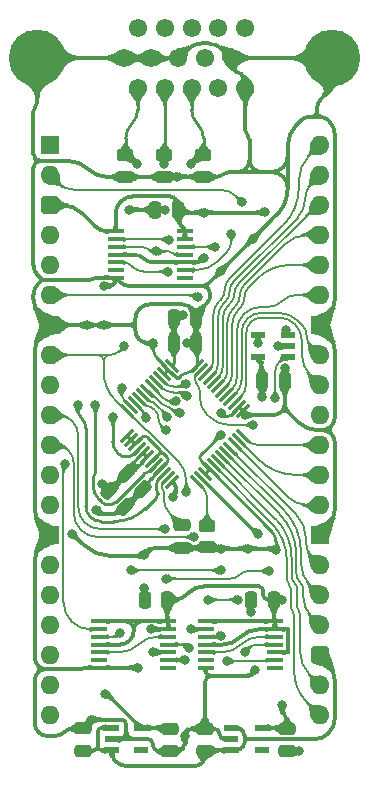
<source format=gtl>
%TF.GenerationSoftware,KiCad,Pcbnew,8.0.7*%
%TF.CreationDate,2025-06-05T18:20:55+02:00*%
%TF.ProjectId,Video DAC,56696465-6f20-4444-9143-2e6b69636164,V0*%
%TF.SameCoordinates,Original*%
%TF.FileFunction,Copper,L1,Top*%
%TF.FilePolarity,Positive*%
%FSLAX46Y46*%
G04 Gerber Fmt 4.6, Leading zero omitted, Abs format (unit mm)*
G04 Created by KiCad (PCBNEW 8.0.7) date 2025-06-05 18:20:55*
%MOMM*%
%LPD*%
G01*
G04 APERTURE LIST*
G04 Aperture macros list*
%AMRoundRect*
0 Rectangle with rounded corners*
0 $1 Rounding radius*
0 $2 $3 $4 $5 $6 $7 $8 $9 X,Y pos of 4 corners*
0 Add a 4 corners polygon primitive as box body*
4,1,4,$2,$3,$4,$5,$6,$7,$8,$9,$2,$3,0*
0 Add four circle primitives for the rounded corners*
1,1,$1+$1,$2,$3*
1,1,$1+$1,$4,$5*
1,1,$1+$1,$6,$7*
1,1,$1+$1,$8,$9*
0 Add four rect primitives between the rounded corners*
20,1,$1+$1,$2,$3,$4,$5,0*
20,1,$1+$1,$4,$5,$6,$7,0*
20,1,$1+$1,$6,$7,$8,$9,0*
20,1,$1+$1,$8,$9,$2,$3,0*%
%AMRotRect*
0 Rectangle, with rotation*
0 The origin of the aperture is its center*
0 $1 length*
0 $2 width*
0 $3 Rotation angle, in degrees counterclockwise*
0 Add horizontal line*
21,1,$1,$2,0,0,$3*%
G04 Aperture macros list end*
%TA.AperFunction,SMDPad,CuDef*%
%ADD10RoundRect,0.250000X-0.450000X0.262500X-0.450000X-0.262500X0.450000X-0.262500X0.450000X0.262500X0*%
%TD*%
%TA.AperFunction,SMDPad,CuDef*%
%ADD11R,1.250000X0.600000*%
%TD*%
%TA.AperFunction,SMDPad,CuDef*%
%ADD12R,1.200000X0.600000*%
%TD*%
%TA.AperFunction,SMDPad,CuDef*%
%ADD13RoundRect,0.250000X-0.512652X-0.159099X-0.159099X-0.512652X0.512652X0.159099X0.159099X0.512652X0*%
%TD*%
%TA.AperFunction,SMDPad,CuDef*%
%ADD14RoundRect,0.250000X0.250000X0.475000X-0.250000X0.475000X-0.250000X-0.475000X0.250000X-0.475000X0*%
%TD*%
%TA.AperFunction,SMDPad,CuDef*%
%ADD15R,1.475000X0.450000*%
%TD*%
%TA.AperFunction,SMDPad,CuDef*%
%ADD16RoundRect,0.250000X-0.475000X0.250000X-0.475000X-0.250000X0.475000X-0.250000X0.475000X0.250000X0*%
%TD*%
%TA.AperFunction,SMDPad,CuDef*%
%ADD17RoundRect,0.250000X0.475000X-0.250000X0.475000X0.250000X-0.475000X0.250000X-0.475000X-0.250000X0*%
%TD*%
%TA.AperFunction,SMDPad,CuDef*%
%ADD18RoundRect,0.250000X-0.250000X-0.475000X0.250000X-0.475000X0.250000X0.475000X-0.250000X0.475000X0*%
%TD*%
%TA.AperFunction,SMDPad,CuDef*%
%ADD19RotRect,0.279400X1.473200X225.000000*%
%TD*%
%TA.AperFunction,SMDPad,CuDef*%
%ADD20RotRect,0.279400X1.473200X315.000000*%
%TD*%
%TA.AperFunction,ComponentPad*%
%ADD21C,4.800000*%
%TD*%
%TA.AperFunction,ComponentPad*%
%ADD22C,1.550000*%
%TD*%
%TA.AperFunction,SMDPad,CuDef*%
%ADD23R,1.150000X0.600000*%
%TD*%
%TA.AperFunction,ComponentPad*%
%ADD24O,1.600000X1.600000*%
%TD*%
%TA.AperFunction,ComponentPad*%
%ADD25R,1.600000X1.600000*%
%TD*%
%TA.AperFunction,ComponentPad*%
%ADD26RoundRect,0.400000X-0.400000X-0.400000X0.400000X-0.400000X0.400000X0.400000X-0.400000X0.400000X0*%
%TD*%
%TA.AperFunction,ViaPad*%
%ADD27C,0.800000*%
%TD*%
%TA.AperFunction,Conductor*%
%ADD28C,0.380000*%
%TD*%
%TA.AperFunction,Conductor*%
%ADD29C,0.270000*%
%TD*%
%TA.AperFunction,Conductor*%
%ADD30C,0.200000*%
%TD*%
G04 APERTURE END LIST*
D10*
%TO.P,R1,2*%
%TO.N,GND*%
X6360000Y-2690500D03*
%TO.P,R1,1*%
%TO.N,/Red _{OUT}*%
X6360000Y-865500D03*
%TD*%
D11*
%TO.P,IC2,5,3V*%
%TO.N,/3.3V*%
X17628000Y-17968000D03*
%TO.P,IC2,4,Y*%
%TO.N,/Blank*%
X17628000Y-16068000D03*
%TO.P,IC2,3,GND*%
%TO.N,GND*%
X20128000Y-16068000D03*
%TO.P,IC2,2,A*%
%TO.N,Horizontal Blank*%
X20128000Y-17018000D03*
%TO.P,IC2,1,B*%
%TO.N,Vertical Blank*%
X20128000Y-17968000D03*
%TD*%
D12*
%TO.P,IC6,5,1.25VOut*%
%TO.N,/1.25V*%
X7747000Y-49342000D03*
%TO.P,IC6,4,NC*%
%TO.N,unconnected-(IC6-NC-Pad4)*%
X7747000Y-51242000D03*
%TO.P,IC6,3,EN*%
%TO.N,5V*%
X5247000Y-51242000D03*
%TO.P,IC6,2,GND*%
%TO.N,GND*%
X5247000Y-50292000D03*
%TO.P,IC6,1,5VIn*%
%TO.N,5V*%
X5247000Y-49342000D03*
%TD*%
D13*
%TO.P,C2,2*%
%TO.N,GND*%
X6398065Y-30655065D03*
%TO.P,C2,1*%
%TO.N,5V*%
X5054562Y-29311562D03*
%TD*%
D14*
%TO.P,C7,2*%
%TO.N,GND*%
X17068000Y-38481000D03*
%TO.P,C7,1*%
%TO.N,/3.3V*%
X18968000Y-38481000D03*
%TD*%
D15*
%TO.P,IC8,14,3V*%
%TO.N,/3.3V*%
X19067000Y-40341000D03*
%TO.P,IC8,13,~{2RD}*%
X19067000Y-40991000D03*
%TO.P,IC8,12,2D*%
%TO.N,/Vertical Sync _{~{HALF}}*%
X19067000Y-41641000D03*
%TO.P,IC8,11,2CP*%
%TO.N,~{CLK}*%
X19067000Y-42291000D03*
%TO.P,IC8,10,~{2SD}*%
%TO.N,/3.3V*%
X19067000Y-42941000D03*
%TO.P,IC8,9,2Q*%
%TO.N,/Vertical Sync _{HALF}*%
X19067000Y-43591000D03*
%TO.P,IC8,8,~{2Q}*%
%TO.N,unconnected-(IC8-~{2Q}-Pad8)*%
X19067000Y-44241000D03*
%TO.P,IC8,7,GND*%
%TO.N,GND*%
X13191000Y-44241000D03*
%TO.P,IC8,6,~{1Q}*%
%TO.N,unconnected-(IC8-~{1Q}-Pad6)*%
X13191000Y-43591000D03*
%TO.P,IC8,5,1Q*%
%TO.N,/Vertical Sync _{~{HALF}}*%
X13191000Y-42941000D03*
%TO.P,IC8,4,~{1SD}*%
%TO.N,/3.3V*%
X13191000Y-42291000D03*
%TO.P,IC8,3,1CP*%
%TO.N,CLK*%
X13191000Y-41641000D03*
%TO.P,IC8,2,1D*%
%TO.N,Vertical Sync*%
X13191000Y-40991000D03*
%TO.P,IC8,1,~{1RD}*%
%TO.N,/3.3V*%
X13191000Y-40341000D03*
%TD*%
D10*
%TO.P,R3,2*%
%TO.N,GND*%
X12964000Y-2690500D03*
%TO.P,R3,1*%
%TO.N,/Blue _{OUT}*%
X12964000Y-865500D03*
%TD*%
D16*
%TO.P,C1,2*%
%TO.N,GND*%
X11176000Y-34113000D03*
%TO.P,C1,1*%
%TO.N,Net-(IC1-Capacitor_{COMP})*%
X11176000Y-32213000D03*
%TD*%
D17*
%TO.P,C8,2*%
%TO.N,GND*%
X2794000Y-49387000D03*
%TO.P,C8,1*%
%TO.N,5V*%
X2794000Y-51287000D03*
%TD*%
D18*
%TO.P,C13,2*%
%TO.N,GND*%
X19889000Y-19939000D03*
%TO.P,C13,1*%
%TO.N,/3.3V*%
X17989000Y-19939000D03*
%TD*%
D10*
%TO.P,R2,2*%
%TO.N,GND*%
X9662000Y-2690500D03*
%TO.P,R2,1*%
%TO.N,/Green _{OUT}*%
X9662000Y-865500D03*
%TD*%
D18*
%TO.P,C6,2*%
%TO.N,GND*%
X12396000Y-14605000D03*
%TO.P,C6,1*%
%TO.N,5V*%
X10496000Y-14605000D03*
%TD*%
D19*
%TO.P,IC1,48,R7*%
%TO.N,Red7*%
X16351180Y-24638310D03*
%TO.P,IC1,47,R6*%
%TO.N,Red6*%
X16009931Y-24979559D03*
%TO.P,IC1,46,R5*%
%TO.N,Red5*%
X15650720Y-25338770D03*
%TO.P,IC1,45,R4*%
%TO.N,Red4*%
X15291510Y-25697980D03*
%TO.P,IC1,44,R3*%
%TO.N,Red3*%
X14950260Y-26039230D03*
%TO.P,IC1,43,R2*%
%TO.N,Red2*%
X14591050Y-26398440D03*
%TO.P,IC1,42,R1*%
%TO.N,Red1*%
X14231840Y-26757650D03*
%TO.P,IC1,41,R0*%
%TO.N,Red0*%
X13872630Y-27116860D03*
%TO.P,IC1,40,GND*%
%TO.N,GND*%
X13531380Y-27458110D03*
%TO.P,IC1,39,GND*%
X13172170Y-27817320D03*
%TO.P,IC1,38,~{PSAVE}*%
%TO.N,/3.3V*%
X12812959Y-28176531D03*
%TO.P,IC1,37,Resistor_{SET}*%
%TO.N,Net-(IC1-Resistor_{SET})*%
X12471710Y-28517780D03*
D20*
%TO.P,IC1,36,Voltage_{REF}*%
%TO.N,/1.25V*%
X10388290Y-28517780D03*
%TO.P,IC1,35,Capacitor_{COMP}*%
%TO.N,Net-(IC1-Capacitor_{COMP})*%
X10047041Y-28176531D03*
%TO.P,IC1,34,IOR*%
%TO.N,/Red _{OUT}*%
X9687830Y-27817320D03*
%TO.P,IC1,33,~{IOR}*%
%TO.N,GND*%
X9328620Y-27458110D03*
%TO.P,IC1,32,IOG*%
%TO.N,/Green _{OUT}*%
X8987370Y-27116860D03*
%TO.P,IC1,31,~{IOG}*%
%TO.N,GND*%
X8628160Y-26757650D03*
%TO.P,IC1,30,5V*%
%TO.N,5V*%
X8268950Y-26398440D03*
%TO.P,IC1,29,5V*%
X7909740Y-26039230D03*
%TO.P,IC1,28,IOB*%
%TO.N,/Blue _{OUT}*%
X7568490Y-25697980D03*
%TO.P,IC1,27,~{IOB}*%
%TO.N,GND*%
X7209280Y-25338770D03*
%TO.P,IC1,26,GND*%
X6850069Y-24979559D03*
%TO.P,IC1,25,GND*%
X6508820Y-24638310D03*
D19*
%TO.P,IC1,24,CLK*%
%TO.N,CLK*%
X6508820Y-22554890D03*
%TO.P,IC1,23,B7*%
%TO.N,Blue7*%
X6850069Y-22213641D03*
%TO.P,IC1,22,B6*%
%TO.N,Blue6*%
X7209280Y-21854430D03*
%TO.P,IC1,21,B5*%
%TO.N,Blue5*%
X7568490Y-21495220D03*
%TO.P,IC1,20,B4*%
%TO.N,Blue4*%
X7909740Y-21153970D03*
%TO.P,IC1,19,B3*%
%TO.N,Blue3*%
X8268950Y-20794760D03*
%TO.P,IC1,18,B2*%
%TO.N,Blue2*%
X8628160Y-20435550D03*
%TO.P,IC1,17,B1*%
%TO.N,Blue1*%
X8987370Y-20076340D03*
%TO.P,IC1,16,B0*%
%TO.N,Blue0*%
X9328620Y-19735090D03*
%TO.P,IC1,15,GND*%
%TO.N,GND*%
X9687830Y-19375880D03*
%TO.P,IC1,14,GND*%
X10047041Y-19016669D03*
%TO.P,IC1,13,5V*%
%TO.N,5V*%
X10388290Y-18675420D03*
D20*
%TO.P,IC1,12,~{SYNC}*%
%TO.N,GND*%
X12471710Y-18675420D03*
%TO.P,IC1,11,~{BLANK}*%
%TO.N,/Blank*%
X12812959Y-19016669D03*
%TO.P,IC1,10,G7*%
%TO.N,Green7*%
X13172170Y-19375880D03*
%TO.P,IC1,9,G6*%
%TO.N,Green6*%
X13531380Y-19735090D03*
%TO.P,IC1,8,G5*%
%TO.N,Green5*%
X13872630Y-20076340D03*
%TO.P,IC1,7,G4*%
%TO.N,Green4*%
X14231840Y-20435550D03*
%TO.P,IC1,6,G3*%
%TO.N,Green3*%
X14591050Y-20794760D03*
%TO.P,IC1,5,G2*%
%TO.N,Green2*%
X14950260Y-21153970D03*
%TO.P,IC1,4,G1*%
%TO.N,Green1*%
X15291510Y-21495220D03*
%TO.P,IC1,3,G0*%
%TO.N,Green0*%
X15650720Y-21854430D03*
%TO.P,IC1,2,GND*%
%TO.N,GND*%
X16009931Y-22213641D03*
%TO.P,IC1,1,GND*%
X16351180Y-22554890D03*
%TD*%
D15*
%TO.P,IC3,14,5V*%
%TO.N,5V*%
X11447000Y-7321000D03*
%TO.P,IC3,13,~{2RD}*%
X11447000Y-7971000D03*
%TO.P,IC3,12,2D*%
%TO.N,/Vertical Sync _{HALF}*%
X11447000Y-8621000D03*
%TO.P,IC3,11,2CP*%
%TO.N,CLK*%
X11447000Y-9271000D03*
%TO.P,IC3,10,~{2SD}*%
%TO.N,5V*%
X11447000Y-9921000D03*
%TO.P,IC3,9,2Q*%
%TO.N,/Vertical Sync _{OUT}*%
X11447000Y-10571000D03*
%TO.P,IC3,8,~{2Q}*%
%TO.N,unconnected-(IC3-~{2Q}-Pad8)*%
X11447000Y-11221000D03*
%TO.P,IC3,7,GND*%
%TO.N,GND*%
X5571000Y-11221000D03*
%TO.P,IC3,6,~{1Q}*%
%TO.N,unconnected-(IC3-~{1Q}-Pad6)*%
X5571000Y-10571000D03*
%TO.P,IC3,5,1Q*%
%TO.N,/Horizontal Sync _{OUT}*%
X5571000Y-9921000D03*
%TO.P,IC3,4,~{1SD}*%
%TO.N,5V*%
X5571000Y-9271000D03*
%TO.P,IC3,3,1CP*%
%TO.N,CLK*%
X5571000Y-8621000D03*
%TO.P,IC3,2,1D*%
%TO.N,/Horizontal Sync _{HALF}*%
X5571000Y-7971000D03*
%TO.P,IC3,1,~{1RD}*%
%TO.N,5V*%
X5571000Y-7321000D03*
%TD*%
D21*
%TO.P,J2,MH2,MH2*%
%TO.N,GND*%
X-1070000Y7366000D03*
%TO.P,J2,MH1,MH1*%
X23930000Y7366000D03*
D22*
%TO.P,J2,15,ID3*%
%TO.N,unconnected-(J2-ID3-Pad15)*%
X16560000Y9906000D03*
%TO.P,J2,14,VSYNC*%
%TO.N,/Vertical Sync _{OUT}*%
X14280000Y9906000D03*
%TO.P,J2,13,HSYNC*%
%TO.N,/Horizontal Sync _{OUT}*%
X12000000Y9906000D03*
%TO.P,J2,12,ID1*%
%TO.N,unconnected-(J2-ID1-Pad12)*%
X9720000Y9906000D03*
%TO.P,J2,11,ID0*%
%TO.N,unconnected-(J2-ID0-Pad11)*%
X7440000Y9906000D03*
%TO.P,J2,10,GND*%
%TO.N,GND*%
X15420000Y7366000D03*
%TO.P,J2,9,KEY*%
%TO.N,unconnected-(J2-KEY-Pad9)*%
X13140000Y7366000D03*
%TO.P,J2,8,GND*%
%TO.N,GND*%
X10860000Y7366000D03*
%TO.P,J2,7,GND*%
X8580000Y7366000D03*
%TO.P,J2,6,GND*%
X6300000Y7366000D03*
%TO.P,J2,5,GND*%
X16560000Y4826000D03*
%TO.P,J2,4,ID2*%
%TO.N,unconnected-(J2-ID2-Pad4)*%
X14280000Y4826000D03*
%TO.P,J2,3,BLUE*%
%TO.N,/Blue _{OUT}*%
X12000000Y4826000D03*
%TO.P,J2,2,GREEN*%
%TO.N,/Green _{OUT}*%
X9720000Y4826000D03*
%TO.P,J2,1,RED*%
%TO.N,/Red _{OUT}*%
X7440000Y4826000D03*
%TD*%
D13*
%TO.P,C3,2*%
%TO.N,GND*%
X7922065Y-29131065D03*
%TO.P,C3,1*%
%TO.N,5V*%
X6578562Y-27787562D03*
%TD*%
D18*
%TO.P,C5,2*%
%TO.N,GND*%
X12396000Y-16764000D03*
%TO.P,C5,1*%
%TO.N,5V*%
X10496000Y-16764000D03*
%TD*%
D10*
%TO.P,R4,2*%
%TO.N,GND*%
X13345000Y-34059500D03*
%TO.P,R4,1*%
%TO.N,Net-(IC1-Resistor_{SET})*%
X13345000Y-32234500D03*
%TD*%
D16*
%TO.P,C10,2*%
%TO.N,GND*%
X20115000Y-51341000D03*
%TO.P,C10,1*%
%TO.N,/3.3V*%
X20115000Y-49441000D03*
%TD*%
D14*
%TO.P,C4,2*%
%TO.N,GND*%
X8940000Y-5461000D03*
%TO.P,C4,1*%
%TO.N,5V*%
X10840000Y-5461000D03*
%TD*%
%TO.P,C12,2*%
%TO.N,GND*%
X8051000Y-38481000D03*
%TO.P,C12,1*%
%TO.N,/3.3V*%
X9951000Y-38481000D03*
%TD*%
D15*
%TO.P,IC5,14,3V*%
%TO.N,/3.3V*%
X10050000Y-40341000D03*
%TO.P,IC5,13,~{2RD}*%
X10050000Y-40991000D03*
%TO.P,IC5,12,2D*%
%TO.N,/Horizontal Sync _{~{HALF}}*%
X10050000Y-41641000D03*
%TO.P,IC5,11,2CP*%
%TO.N,~{CLK}*%
X10050000Y-42291000D03*
%TO.P,IC5,10,~{2SD}*%
%TO.N,/3.3V*%
X10050000Y-42941000D03*
%TO.P,IC5,9,2Q*%
%TO.N,/Horizontal Sync _{HALF}*%
X10050000Y-43591000D03*
%TO.P,IC5,8,~{2Q}*%
%TO.N,unconnected-(IC5-~{2Q}-Pad8)*%
X10050000Y-44241000D03*
%TO.P,IC5,7,GND*%
%TO.N,GND*%
X4174000Y-44241000D03*
%TO.P,IC5,6,~{1Q}*%
%TO.N,unconnected-(IC5-~{1Q}-Pad6)*%
X4174000Y-43591000D03*
%TO.P,IC5,5,1Q*%
%TO.N,/Horizontal Sync _{~{HALF}}*%
X4174000Y-42941000D03*
%TO.P,IC5,4,~{1SD}*%
%TO.N,/3.3V*%
X4174000Y-42291000D03*
%TO.P,IC5,3,1CP*%
%TO.N,CLK*%
X4174000Y-41641000D03*
%TO.P,IC5,2,1D*%
%TO.N,Horizontal Sync*%
X4174000Y-40991000D03*
%TO.P,IC5,1,~{1RD}*%
%TO.N,/3.3V*%
X4174000Y-40341000D03*
%TD*%
D16*
%TO.P,C11,2*%
%TO.N,GND*%
X10160000Y-51319000D03*
%TO.P,C11,1*%
%TO.N,/1.25V*%
X10160000Y-49419000D03*
%TD*%
D17*
%TO.P,C9,2*%
%TO.N,GND*%
X13130000Y-49409000D03*
%TO.P,C9,1*%
%TO.N,5V*%
X13130000Y-51309000D03*
%TD*%
D23*
%TO.P,IC4,5,3.3VOut*%
%TO.N,/3.3V*%
X17937000Y-49342000D03*
%TO.P,IC4,4,ADJ*%
%TO.N,unconnected-(IC4-ADJ-Pad4)*%
X17937000Y-51242000D03*
%TO.P,IC4,3,EN*%
%TO.N,5V*%
X15337000Y-51242000D03*
%TO.P,IC4,2,GND*%
%TO.N,GND*%
X15337000Y-50292000D03*
%TO.P,IC4,1,6VIn*%
%TO.N,5V*%
X15337000Y-49342000D03*
%TD*%
D24*
%TO.P,J3,40,Pin_40*%
%TO.N,Green7*%
X22860000Y0D03*
%TO.P,J3,39,Pin_39*%
%TO.N,Green6*%
X22860000Y-2540000D03*
%TO.P,J3,38,Pin_38*%
%TO.N,Green5*%
X22860000Y-5080000D03*
%TO.P,J3,37,Pin_37*%
%TO.N,Green4*%
X22860000Y-7620000D03*
%TO.P,J3,36,Pin_36*%
%TO.N,Green3*%
X22860000Y-10160000D03*
%TO.P,J3,35,Pin_35*%
%TO.N,Green2*%
X22860000Y-12700000D03*
D25*
%TO.P,J3,34,Pin_34*%
%TO.N,GND*%
X22860000Y-15240000D03*
D24*
%TO.P,J3,33,Pin_33*%
%TO.N,Green1*%
X22860000Y-17780000D03*
%TO.P,J3,32,Pin_32*%
%TO.N,Green0*%
X22860000Y-20320000D03*
%TO.P,J3,31,Pin_31*%
%TO.N,unconnected-(J3-Pin_31-Pad31)*%
X22860000Y-22860000D03*
%TO.P,J3,30,Pin_30*%
%TO.N,Red7*%
X22860000Y-25400000D03*
%TO.P,J3,29,Pin_29*%
%TO.N,Red6*%
X22860000Y-27940000D03*
%TO.P,J3,28,Pin_28*%
%TO.N,Red5*%
X22860000Y-30480000D03*
D25*
%TO.P,J3,27,Pin_27*%
%TO.N,GND*%
X22860000Y-33020000D03*
D24*
%TO.P,J3,26,Pin_26*%
%TO.N,Red4*%
X22860000Y-35560000D03*
%TO.P,J3,25,Pin_25*%
%TO.N,Red3*%
X22860000Y-38100000D03*
%TO.P,J3,24,Pin_24*%
%TO.N,Red2*%
X22860000Y-40640000D03*
D26*
%TO.P,J3,23,Pin_23*%
%TO.N,5V*%
X22860000Y-43180000D03*
D24*
%TO.P,J3,22,Pin_22*%
%TO.N,Red1*%
X22860000Y-45720000D03*
%TO.P,J3,21,Pin_21*%
%TO.N,Red0*%
X22860000Y-48260000D03*
%TO.P,J3,20,Pin_20*%
%TO.N,Blue0*%
X0Y-48260000D03*
%TO.P,J3,19,Pin_19*%
%TO.N,Blue1*%
X0Y-45720000D03*
%TO.P,J3,18,Pin_18*%
%TO.N,Blue2*%
X0Y-43180000D03*
%TO.P,J3,17,Pin_17*%
%TO.N,Blue3*%
X0Y-40640000D03*
%TO.P,J3,16,Pin_16*%
%TO.N,Blue4*%
X0Y-38100000D03*
%TO.P,J3,15,Pin_15*%
%TO.N,Blue5*%
X0Y-35560000D03*
D25*
%TO.P,J3,14,Pin_14*%
%TO.N,GND*%
X0Y-33020000D03*
D24*
%TO.P,J3,13,Pin_13*%
%TO.N,Blue6*%
X0Y-30480000D03*
%TO.P,J3,12,Pin_12*%
%TO.N,Blue7*%
X0Y-27940000D03*
%TO.P,J3,11,Pin_11*%
%TO.N,Vertical Sync*%
X0Y-25400000D03*
%TO.P,J3,10,Pin_10*%
%TO.N,Vertical Blank*%
X0Y-22860000D03*
%TO.P,J3,9,Pin_9*%
%TO.N,unconnected-(J3-Pin_9-Pad9)*%
X0Y-20320000D03*
%TO.P,J3,8,Pin_8*%
%TO.N,CLK*%
X0Y-17780000D03*
D25*
%TO.P,J3,7,Pin_7*%
%TO.N,GND*%
X0Y-15240000D03*
D24*
%TO.P,J3,6,Pin_6*%
%TO.N,~{CLK}*%
X0Y-12700000D03*
%TO.P,J3,5,Pin_5*%
%TO.N,unconnected-(J3-Pin_5-Pad5)*%
X0Y-10160000D03*
%TO.P,J3,4,Pin_4*%
%TO.N,Horizontal Sync*%
X0Y-7620000D03*
D26*
%TO.P,J3,3,Pin_3*%
%TO.N,5V*%
X0Y-5080000D03*
D24*
%TO.P,J3,2,Pin_2*%
%TO.N,Horizontal Blank*%
X0Y-2540000D03*
D25*
%TO.P,J3,1,Pin_1*%
%TO.N,unconnected-(J3-Pin_1-Pad1)*%
X0Y0D03*
%TD*%
D27*
%TO.N,GND*%
X11435500Y-50043500D03*
X3529000Y-48652000D03*
X14509488Y-22663537D03*
X7493000Y-44241000D03*
X16510000Y-22860000D03*
X14478000Y-34163000D03*
X3937000Y-30861000D03*
X17399000Y-44450000D03*
X11595500Y-16764000D03*
X1905000Y-32893000D03*
X19177004Y-34290008D03*
X8763002Y-16764002D03*
X4599000Y-15237339D03*
X3129000Y-15240000D03*
X17018000Y-39497000D03*
X20015471Y-15628000D03*
X17208500Y-7937500D03*
X21082006Y-51308000D03*
X16764000Y-34163000D03*
X8001000Y-37465008D03*
X4599000Y-11938008D03*
X14485000Y-24510988D03*
X14478003Y-10667997D03*
X19939000Y-18867502D03*
X9740497Y-5499506D03*
X6731000Y-5461000D03*
X10795000Y-2667000D03*
X8001000Y-34671000D03*
%TO.N,5V*%
X13019000Y-5715000D03*
X4445000Y-28702000D03*
X18224500Y-5651500D03*
X11296500Y-14351000D03*
X13018998Y-9587002D03*
%TO.N,Blue4*%
X9938495Y-23025382D03*
%TO.N,Blue0*%
X11523373Y-20193786D03*
%TO.N,Blue6*%
X8128000Y-23114000D03*
%TO.N,Blue7*%
X6096000Y-20574000D03*
%TO.N,Blue1*%
X11586277Y-21241903D03*
%TO.N,Blue5*%
X9834000Y-24164453D03*
%TO.N,CLK*%
X14490500Y-41529000D03*
X6323000Y-17018000D03*
X11552072Y-29337000D03*
X14478000Y-36003000D03*
X5969000Y-41275000D03*
X6858000Y-36003000D03*
X9026738Y-9003660D03*
%TO.N,/Blue _{OUT}*%
X11938000Y-1578500D03*
X5334000Y-22987000D03*
%TO.N,/Green _{OUT}*%
X3864000Y-21971000D03*
X9652000Y-1578500D03*
%TO.N,/Red _{OUT}*%
X7366000Y-1578500D03*
X2394000Y-21971000D03*
%TO.N,/1.25V*%
X10402000Y-29799459D03*
X4698994Y-46482000D03*
%TO.N,/3.3V*%
X19685000Y-38481000D03*
X19685000Y-47371000D03*
X8534538Y-40941000D03*
X8763000Y-42926000D03*
X17625000Y-32893000D03*
X17932115Y-21328265D03*
%TO.N,Blue3*%
X10984000Y-22661007D03*
%TO.N,/Horizontal Sync _{HALF}*%
X10109498Y-8001000D03*
X11430000Y-43561000D03*
%TO.N,/Horizontal Sync _{OUT}*%
X10033000Y-10711000D03*
%TO.N,/Vertical Sync _{OUT}*%
X15367000Y-7493000D03*
%TO.N,/Vertical Sync _{HALF}*%
X13970000Y-8636000D03*
X14986000Y-43688000D03*
%TO.N,Blue2*%
X10692700Y-21692300D03*
%TO.N,Vertical Blank*%
X9776274Y-32502504D03*
X18542000Y-36068000D03*
X19073422Y-21453702D03*
X9851500Y-36703000D03*
%TO.N,Horizontal Blank*%
X19353000Y-17023974D03*
X16256000Y-4826000D03*
%TO.N,Horizontal Sync*%
X1278000Y-26974475D03*
%TO.N,/Blank*%
X17246548Y-23700000D03*
X17653010Y-16764000D03*
%TO.N,~{CLK}*%
X12518214Y-12831092D03*
X13391853Y-38523225D03*
X15939994Y-38481000D03*
X16525957Y-42941957D03*
X11811000Y-42545000D03*
%TO.N,Vertical Sync*%
X12191980Y-33147000D03*
X11938000Y-40991000D03*
%TD*%
D28*
%TO.N,/3.3V*%
X6765518Y-41944518D02*
G75*
G02*
X5929036Y-42291015I-836518J836518D01*
G01*
X20189500Y-40996000D02*
G75*
G02*
X20194512Y-41008071I-12100J-12100D01*
G01*
X17954750Y-37467750D02*
G75*
G02*
X18056502Y-37713396I-245650J-245650D01*
G01*
X17989000Y-21231156D02*
G75*
G02*
X17960578Y-21299843I-97100J-44D01*
G01*
X9951000Y-40171996D02*
G75*
G03*
X10000499Y-40291501I169000J-4D01*
G01*
X20194500Y-42923928D02*
G75*
G02*
X20189492Y-42935992I-17100J28D01*
G01*
X9979996Y-40341000D02*
G75*
G03*
X10000506Y-40291494I4J29000D01*
G01*
X10050000Y-40411003D02*
G75*
G03*
X9979996Y-40341000I-70000J3D01*
G01*
X10000500Y-40291500D02*
G75*
G02*
X10049999Y-40411003I-119500J-119500D01*
G01*
X18056500Y-38085804D02*
G75*
G03*
X18172251Y-38365249I395200J4D01*
G01*
X17954750Y-37467750D02*
G75*
G03*
X17709103Y-37365998I-245650J-245650D01*
G01*
X20189500Y-42936000D02*
G75*
G02*
X20177428Y-42941012I-12100J12100D01*
G01*
X19685000Y-47779942D02*
G75*
G03*
X19900033Y-48298965I734000J42D01*
G01*
X18996996Y-40341000D02*
G75*
G03*
X19017506Y-40291494I4J29000D01*
G01*
X19067000Y-40411003D02*
G75*
G03*
X18996996Y-40341000I-70000J3D01*
G01*
X19017500Y-40291500D02*
G75*
G02*
X19066999Y-40411003I-119500J-119500D01*
G01*
X17767500Y-18107500D02*
G75*
G02*
X17907007Y-18444282I-336800J-336800D01*
G01*
X16130000Y-41655000D02*
G75*
G02*
X14526962Y-42318984I-1603000J1603000D01*
G01*
D29*
X17495638Y-32859210D02*
G75*
G03*
X17577214Y-32892980I81562J81610D01*
G01*
D28*
X11609102Y-38047897D02*
G75*
G02*
X10563500Y-38481001I-1045602J1045597D01*
G01*
X18172250Y-38365250D02*
G75*
G03*
X18451695Y-38481002I279450J279450D01*
G01*
X7112000Y-40969518D02*
G75*
G03*
X6483482Y-40341000I-628520J-2D01*
G01*
X7740518Y-40341000D02*
G75*
G03*
X7112000Y-40969518I-18J-628500D01*
G01*
X17733037Y-40991000D02*
G75*
G03*
X16129989Y-41654989I-37J-2267000D01*
G01*
X20189500Y-40996000D02*
G75*
G03*
X20177428Y-40990988I-12100J-12100D01*
G01*
X18968000Y-40171996D02*
G75*
G03*
X19017499Y-40291501I169000J-4D01*
G01*
X13079424Y-37366000D02*
G75*
G03*
X11733493Y-37923493I-24J-1903400D01*
G01*
X8770500Y-42933500D02*
G75*
G03*
X8788606Y-42940997I18100J18100D01*
G01*
X7112000Y-41108036D02*
G75*
G02*
X6765516Y-41944516I-1182970J6D01*
G01*
X19900000Y-48298998D02*
G75*
G02*
X20115020Y-48818053I-519100J-519102D01*
G01*
X8559538Y-40966000D02*
G75*
G03*
X8619893Y-40990992I60362J60400D01*
G01*
X6483482Y-40341000D02*
X7740518Y-40341000D01*
%TO.N,/1.25V*%
X4953470Y-46548470D02*
G75*
G03*
X4792997Y-46481989I-160470J-160430D01*
G01*
X10668000Y-29345368D02*
G75*
G02*
X10535018Y-29666477I-454100J-32D01*
G01*
X10544798Y-28674288D02*
G75*
G02*
X10667994Y-28971723I-297398J-297412D01*
G01*
%TO.N,5V*%
X3962500Y-51140500D02*
G75*
G03*
X4063982Y-50895457I-245000J245000D01*
G01*
X4165500Y-51140500D02*
G75*
G03*
X3962500Y-51140500I-101500J-101499D01*
G01*
X4064000Y-50895457D02*
G75*
G03*
X4165501Y-51140499I346530J-3D01*
G01*
X16510000Y-50552500D02*
G75*
G02*
X16353386Y-50930635I-534800J0D01*
G01*
X7945000Y-9596000D02*
G75*
G03*
X8729619Y-9920992I784600J784600D01*
G01*
X12851999Y-9754001D02*
G75*
G02*
X12448827Y-9921011I-403199J403201D01*
G01*
X16316606Y-49590606D02*
G75*
G02*
X16509996Y-50057500I-466906J-466894D01*
G01*
X4749781Y-29006781D02*
G75*
G03*
X5359343Y-29006781I304781J304782D01*
G01*
X18192750Y-5683250D02*
G75*
G02*
X18116098Y-5714999I-76650J76650D01*
G01*
X16289000Y-49563000D02*
G75*
G03*
X15755458Y-49342017I-533500J-533500D01*
G01*
X23602500Y-49803500D02*
G75*
G02*
X22329002Y-50331001I-1273500J1273500D01*
G01*
X12876000Y-52324000D02*
G75*
G02*
X12262789Y-52577996I-613200J613200D01*
G01*
X7069839Y-4346000D02*
G75*
G03*
X6010002Y-4785002I1J-1498830D01*
G01*
X11169500Y-14478000D02*
G75*
G02*
X10862894Y-14604998I-306600J306600D01*
G01*
X11362117Y-7044117D02*
G75*
G02*
X11429990Y-7208000I-163917J-163883D01*
G01*
X2750420Y-5798420D02*
G75*
G03*
X1016000Y-5080000I-1734420J-1734420D01*
G01*
X4165500Y-49443500D02*
G75*
G03*
X4064018Y-49688542I245000J-245000D01*
G01*
X10641000Y-4545000D02*
G75*
G03*
X10160571Y-4346012I-480400J-480400D01*
G01*
X24130000Y-48530002D02*
G75*
G02*
X23602499Y-49803499I-1801000J2D01*
G01*
X3814087Y-6862087D02*
G75*
G03*
X4922000Y-7321007I1107913J1107887D01*
G01*
X13130000Y-51710789D02*
G75*
G02*
X12876003Y-52324003I-867200J-11D01*
G01*
X5608000Y-52217000D02*
G75*
G03*
X6479531Y-52577987I871500J871500D01*
G01*
X4165500Y-51140500D02*
G75*
G03*
X4410542Y-51241982I245000J245000D01*
G01*
X10641000Y-4545000D02*
G75*
G02*
X10839988Y-5025428I-480400J-480400D01*
G01*
X6010000Y-4785000D02*
G75*
G03*
X5571016Y-5844839I1059800J-1059800D01*
G01*
X7945000Y-9596000D02*
G75*
G03*
X7160380Y-9271008I-784600J-784600D01*
G01*
D29*
X10496000Y-18491547D02*
G75*
G02*
X10442127Y-18621547I-183900J47D01*
G01*
D28*
X10840000Y-6104806D02*
G75*
G03*
X11135002Y-6816998I1007200J6D01*
G01*
X3940000Y-51163000D02*
G75*
G02*
X3640637Y-51287016I-299400J299400D01*
G01*
X16276000Y-51008000D02*
G75*
G02*
X15711074Y-51241989I-564900J564900D01*
G01*
X16731500Y-50331000D02*
G75*
G03*
X16510000Y-50552500I0J-221500D01*
G01*
X16510000Y-50109500D02*
G75*
G03*
X16731500Y-50331000I221500J0D01*
G01*
X23495000Y-43815000D02*
G75*
G02*
X24129989Y-45348025I-1533000J-1533000D01*
G01*
X5247000Y-51549000D02*
G75*
G03*
X5464073Y-52073089I741200J0D01*
G01*
X4410542Y-49342000D02*
G75*
G03*
X4165487Y-49443487I-42J-346500D01*
G01*
X16510000Y-50552500D02*
X16510000Y-50109500D01*
%TO.N,GND*%
X13326500Y-45093500D02*
G75*
G03*
X13326500Y-44822500I-135500J135500D01*
G01*
X13653625Y-44958000D02*
G75*
G03*
X13326492Y-45093492I-25J-462600D01*
G01*
X13326500Y-44822500D02*
G75*
G03*
X13653625Y-44957989I327100J327100D01*
G01*
X6791839Y-15237339D02*
G75*
G03*
X7236339Y-14792839I-39J444539D01*
G01*
X7236339Y-15681839D02*
G75*
G03*
X6791839Y-15237341I-444499J-1D01*
G01*
X14246842Y-49552842D02*
G75*
G02*
X14372005Y-49855000I-302142J-302158D01*
G01*
X5929500Y-11579500D02*
G75*
G03*
X6794995Y-11938002I865500J865500D01*
G01*
D29*
X12034094Y-19113035D02*
G75*
G02*
X11573065Y-19303973I-460994J461035D01*
G01*
D28*
X11495000Y8001000D02*
G75*
G02*
X9961974Y7366011I-1533000J1533000D01*
G01*
X18789039Y-2286000D02*
G75*
G03*
X20146000Y-929013I-39J1357000D01*
G01*
X20146026Y-3642987D02*
G75*
G03*
X18789039Y-2285974I-1357026J-13D01*
G01*
X5387995Y-11755003D02*
G75*
G02*
X4946185Y-11937998I-441795J441803D01*
G01*
X22098000Y2413000D02*
G75*
G03*
X21230793Y2053785I0J-1226400D01*
G01*
X7937500Y-34734500D02*
G75*
G02*
X7784197Y-34797999I-153300J153300D01*
G01*
X16560000Y1240169D02*
G75*
G03*
X16737259Y812259I605200J31D01*
G01*
X-634999Y-33655000D02*
G75*
G03*
X-1270001Y-35188025I1533029J-1533030D01*
G01*
X20868013Y1691013D02*
G75*
G03*
X20146026Y-52017I1742987J-1743013D01*
G01*
X-1070000Y3606223D02*
G75*
G02*
X-1233500Y3211500I-558217J-2D01*
G01*
X-1390426Y-10133833D02*
G75*
G03*
X-1012712Y-11045712I1289595J3D01*
G01*
X13191000Y-44495374D02*
G75*
G03*
X13326492Y-44822508I462600J-26D01*
G01*
X-1390426Y-13017500D02*
G75*
G03*
X-802060Y-14437939I2008810J3D01*
G01*
X-635000Y-15875000D02*
G75*
G03*
X-1270002Y-17408025I1533030J-1533030D01*
G01*
D29*
X9867435Y-19196274D02*
G75*
G03*
X9867434Y-18837065I-179605J179604D01*
G01*
X10226646Y-19196274D02*
G75*
G03*
X9867435Y-19196274I-179605J-179606D01*
G01*
D28*
X23465506Y2188493D02*
G75*
G03*
X22923500Y2413003I-542006J-541993D01*
G01*
X7236339Y-15681839D02*
G75*
G03*
X7550648Y-16440646I1073111J-1D01*
G01*
X11529191Y-49684808D02*
G75*
G03*
X11435504Y-49911000I226209J-226192D01*
G01*
X7559693Y-16449693D02*
G75*
G03*
X8318502Y-16764005I758807J758793D01*
G01*
X15785197Y6185802D02*
G75*
G03*
X16002000Y6095998I216803J216798D01*
G01*
D29*
X11573065Y-19304000D02*
G75*
G03*
X11112051Y-19494981I35J-652000D01*
G01*
X9950929Y-26439528D02*
G75*
G02*
X10033027Y-26637664I-198129J-198172D01*
G01*
D28*
X17068000Y-39411644D02*
G75*
G02*
X17042987Y-39471987I-85400J44D01*
G01*
X5571000Y-11396500D02*
G75*
G02*
X5446904Y-11696099I-423700J0D01*
G01*
X-1210213Y-1530213D02*
G75*
G03*
X-1390426Y-1965285I435070J-435071D01*
G01*
X15898500Y-2286000D02*
G75*
G03*
X16914500Y-1270000I0J1016000D01*
G01*
X16914500Y-1270000D02*
G75*
G03*
X17930500Y-2286000I1016000J0D01*
G01*
X6357000Y-48772000D02*
G75*
G02*
X6476998Y-49061705I-289700J-289700D01*
G01*
X-635000Y-32385000D02*
G75*
G02*
X-634998Y-33655000I-635000J-635001D01*
G01*
X8953565Y-34113000D02*
G75*
G03*
X8280010Y-34392010I35J-952600D01*
G01*
X8493897Y-13490000D02*
G75*
G03*
X7604683Y-13858344I3J-1257500D01*
G01*
X23685500Y1968500D02*
G75*
G02*
X24129993Y895382I-1073100J-1073100D01*
G01*
X14784999Y8000999D02*
G75*
G03*
X13251974Y8635988I-1532999J-1532999D01*
G01*
X14372000Y-49855000D02*
G75*
G03*
X14497160Y-50157154I427300J0D01*
G01*
X8737000Y-50822231D02*
G75*
G03*
X8882509Y-51173491I496800J31D01*
G01*
X23495000Y-15875000D02*
G75*
G02*
X24129989Y-17408025I-1533000J-1533000D01*
G01*
X3660500Y-11325500D02*
G75*
G02*
X3408214Y-11430006I-252300J252300D01*
G01*
X7593667Y-13869332D02*
G75*
G03*
X7236328Y-14732000I862633J-862668D01*
G01*
X3210250Y-2020250D02*
G75*
G03*
X1592123Y-1349996I-1618130J-1618120D01*
G01*
X3210250Y-2020250D02*
G75*
G03*
X4828376Y-2690501I1618130J1618130D01*
G01*
X13398500Y-12128500D02*
G75*
G02*
X13588997Y-12588407I-459900J-459900D01*
G01*
X5862000Y-50292000D02*
G75*
G03*
X6477000Y-49677000I0J615000D01*
G01*
X6477000Y-49677000D02*
G75*
G03*
X7092000Y-50292000I615000J0D01*
G01*
X-1012713Y-11807713D02*
G75*
G03*
X-1390426Y-12719592I911882J-911881D01*
G01*
X23812500Y-24447500D02*
G75*
G02*
X24129995Y-25214012I-766500J-766500D01*
G01*
D29*
X9615552Y-26104151D02*
G75*
G03*
X9448605Y-26034996I-166952J-166949D01*
G01*
D28*
X22288500Y2413000D02*
G75*
G03*
X22606000Y2730500I0J317500D01*
G01*
X22606000Y2730500D02*
G75*
G03*
X22923500Y2413000I317500J0D01*
G01*
D29*
X8205056Y-24715056D02*
G75*
G03*
X8019025Y-24637986I-186056J-186044D01*
G01*
X8763002Y-17248316D02*
G75*
G03*
X9105479Y-18075075I1169198J16D01*
G01*
X15379273Y-22844298D02*
G75*
G02*
X15034761Y-22986976I-344473J344498D01*
G01*
D28*
X-1397000Y-723491D02*
G75*
G03*
X-1213500Y-1166500I626524J6D01*
G01*
X23495000Y-14605000D02*
G75*
G03*
X23495000Y-15875000I635000J-635000D01*
G01*
X-1210213Y-1530213D02*
G75*
G03*
X-1210213Y-1169787I-180212J180213D01*
G01*
X-775140Y-1350000D02*
G75*
G03*
X-1210213Y-1530213I-2J-615281D01*
G01*
X-1210213Y-1169787D02*
G75*
G03*
X-775140Y-1350000I435075J435079D01*
G01*
X-637324Y-11421101D02*
G75*
G02*
X-635000Y-11426713I-5603J-5608D01*
G01*
X11236750Y-51120250D02*
G75*
G02*
X10756925Y-51319010I-479850J479850D01*
G01*
X20146026Y-3642987D02*
G75*
G02*
X19186490Y-5959507I-3276066J7D01*
G01*
D29*
X7029674Y-25159164D02*
G75*
G03*
X7388885Y-25159165I179606J179606D01*
G01*
X10033000Y-26637664D02*
G75*
G02*
X9950946Y-26835817I-280200J-36D01*
G01*
D28*
X24130000Y-23045987D02*
G75*
G02*
X23812504Y-23812504I-1084000J-13D01*
G01*
X13028025Y8636000D02*
G75*
G03*
X11494992Y8001008I-25J-2168000D01*
G01*
X6104597Y-30948532D02*
G75*
G02*
X5396104Y-31241991I-708497J708532D01*
G01*
X8026000Y-37490008D02*
G75*
G02*
X8051013Y-37550363I-60400J-60392D01*
G01*
X1214500Y-49712500D02*
G75*
G02*
X428673Y-50038001I-785830J785830D01*
G01*
X3014216Y-44241000D02*
G75*
G03*
X2858495Y-44305495I-16J-220200D01*
G01*
D29*
X10873130Y-19733869D02*
G75*
G02*
X10818686Y-19756403I-54430J54469D01*
G01*
D28*
X13589000Y-12700000D02*
G75*
G02*
X13319589Y-13350404I-919800J0D01*
G01*
X24130000Y-13071974D02*
G75*
G02*
X23495001Y-14605001I-2168040J4D01*
G01*
X9721244Y-5480253D02*
G75*
G03*
X9674763Y-5461016I-46444J-46447D01*
G01*
X8882500Y-51173500D02*
G75*
G03*
X9233768Y-51319013I351300J351300D01*
G01*
X23045987Y-24130000D02*
G75*
G03*
X23812504Y-23812504I13J1084000D01*
G01*
X23812500Y-24447500D02*
G75*
G03*
X23045987Y-24130005I-766500J-766500D01*
G01*
X23812500Y-23812500D02*
G75*
G03*
X23812500Y-24447500I317500J-317500D01*
G01*
D29*
X9289224Y-25799224D02*
G75*
G02*
X9350794Y-25947905I-148724J-148676D01*
G01*
D28*
X8607000Y-50422000D02*
G75*
G02*
X8736980Y-50735847I-313800J-313800D01*
G01*
X-1270000Y-30851974D02*
G75*
G03*
X-635001Y-32385001I2168040J4D01*
G01*
X23930000Y5816209D02*
G75*
G02*
X23268003Y4217997I-2260200J-9D01*
G01*
X-1233500Y3211500D02*
G75*
G03*
X-1397000Y2816776I394733J-394728D01*
G01*
X15168524Y-2286000D02*
G75*
G03*
X14680243Y-2488243I-24J-690500D01*
G01*
X-637324Y-11432324D02*
G75*
G03*
X-635000Y-11426713I-5603J5608D01*
G01*
X-631713Y-11430000D02*
G75*
G03*
X-637324Y-11432324I-3J-7927D01*
G01*
X-635000Y-11426713D02*
G75*
G03*
X-631713Y-11430000I3288J1D01*
G01*
X23010111Y3960111D02*
G75*
G03*
X22605993Y2984500I975589J-975611D01*
G01*
X17145000Y-44704000D02*
G75*
G02*
X16531789Y-44957996I-613200J613200D01*
G01*
D29*
X10764241Y-19733869D02*
G75*
G03*
X10818686Y-19756424I54459J54469D01*
G01*
D28*
X19610000Y-22581000D02*
G75*
G02*
X18936434Y-22860014I-673600J673600D01*
G01*
D29*
X8550600Y-28236129D02*
G75*
G03*
X8445464Y-28489865I253700J-253771D01*
G01*
D28*
X14680250Y-2488250D02*
G75*
G02*
X14191975Y-2690490I-488250J488250D01*
G01*
D29*
X18757592Y-32684322D02*
G75*
G02*
X19177011Y-33696871I-1012592J-1012578D01*
G01*
D28*
X14237500Y-49543500D02*
G75*
G03*
X13912788Y-49409005I-324700J-324700D01*
G01*
D29*
X8019025Y-24638000D02*
G75*
G03*
X7832979Y-24715042I-25J-263100D01*
G01*
D28*
X21088382Y-23501382D02*
G75*
G03*
X22606000Y-24130011I1517618J1517582D01*
G01*
X14502000Y-50162000D02*
G75*
G03*
X14815847Y-50291980I313800J313800D01*
G01*
D29*
X12816934Y-26179053D02*
G75*
G03*
X12699958Y-26461359I282266J-282347D01*
G01*
D28*
X2000326Y-49387000D02*
G75*
G03*
X1214498Y-49712498I-6J-1111320D01*
G01*
X16344499Y5880499D02*
G75*
G02*
X16560014Y5360236I-520299J-520299D01*
G01*
X12066275Y-49409000D02*
G75*
G03*
X11620257Y-49593757I25J-630800D01*
G01*
X24130000Y-30851974D02*
G75*
G02*
X23495001Y-32385001I-2168040J4D01*
G01*
X8607000Y-50422000D02*
G75*
G03*
X8293152Y-50292020I-313800J-313800D01*
G01*
X-992500Y-44647500D02*
G75*
G03*
X-1270000Y-45317444I669941J-669943D01*
G01*
X13296000Y-45124000D02*
G75*
G03*
X13129954Y-45524759I400700J-400800D01*
G01*
X12938592Y-11938000D02*
G75*
G03*
X13398502Y-11747502I8J650400D01*
G01*
X13398500Y-12128500D02*
G75*
G03*
X12938592Y-11938003I-459900J-459900D01*
G01*
X13398500Y-11747500D02*
G75*
G03*
X13398500Y-12128500I190500J-190500D01*
G01*
X6357000Y-48772000D02*
G75*
G03*
X6067294Y-48652002I-289700J-289700D01*
G01*
X11435500Y-50640425D02*
G75*
G02*
X11236743Y-51120243I-678600J25D01*
G01*
X4597669Y-15238669D02*
G75*
G02*
X4594457Y-15239981I-3169J3169D01*
G01*
D29*
X16180555Y-22384265D02*
G75*
G03*
X15839307Y-22384265I-170624J-170624D01*
G01*
X14690249Y-22844298D02*
G75*
G03*
X15034761Y-22987031I344551J344498D01*
G01*
D28*
X12054000Y-13832000D02*
G75*
G03*
X11228338Y-13489984I-825700J-825700D01*
G01*
X-1270000Y-48953987D02*
G75*
G03*
X-952500Y-49720500I1084022J4D01*
G01*
D29*
X12700000Y-26461359D02*
G75*
G03*
X12816922Y-26743676I399200J-41D01*
G01*
D28*
X4127500Y-31051500D02*
G75*
G03*
X4587407Y-31241997I459900J459900D01*
G01*
X2857500Y-33845500D02*
G75*
G03*
X5157038Y-34798001I2299540J2299540D01*
G01*
X16218802Y6006197D02*
G75*
G03*
X16002000Y6096001I-216802J-216797D01*
G01*
X2858500Y-44305500D02*
G75*
G02*
X2702783Y-44369993I-155700J155700D01*
G01*
D29*
X9289224Y-26096585D02*
G75*
G03*
X9350800Y-25947905I-148724J148685D01*
G01*
X9437905Y-26035000D02*
G75*
G03*
X9289215Y-26096576I-5J-210300D01*
G01*
X9350810Y-25947905D02*
G75*
G03*
X9437905Y-26034990I87090J5D01*
G01*
D28*
X15420000Y6872733D02*
G75*
G03*
X15647490Y6323490I776700J-33D01*
G01*
X3912785Y-11221000D02*
G75*
G03*
X3660504Y-11325504I15J-356800D01*
G01*
X-952500Y-49720500D02*
G75*
G03*
X-185987Y-50038000I766517J766522D01*
G01*
X16737250Y812250D02*
G75*
G02*
X16914513Y384330I-427950J-427950D01*
G01*
X-992500Y-44647500D02*
G75*
G03*
X-992500Y-44092500I-277497J277500D01*
G01*
X-322555Y-44370000D02*
G75*
G03*
X-992500Y-44647500I-3J-947439D01*
G01*
X-992500Y-44092500D02*
G75*
G03*
X-322555Y-44370000I669947J669950D01*
G01*
X19113500Y-34226504D02*
G75*
G03*
X18960187Y-34163004I-153300J-153296D01*
G01*
X19610000Y-22581000D02*
G75*
G03*
X19889014Y-21907434I-673600J673600D01*
G01*
X20168000Y-22581000D02*
G75*
G03*
X19610000Y-22581000I-279000J-278999D01*
G01*
X19889000Y-21907434D02*
G75*
G03*
X20168010Y-22580990I952600J34D01*
G01*
D29*
X13351775Y-27637715D02*
G75*
G03*
X13351785Y-27278495I-179575J179615D01*
G01*
X13710985Y-27637715D02*
G75*
G03*
X13351775Y-27637715I-179605J-179604D01*
G01*
X8445500Y-28489865D02*
G75*
G02*
X8340409Y-28743610I-358800J-35D01*
G01*
D28*
X-1270000Y-43422555D02*
G75*
G03*
X-992500Y-44092500I947450J2D01*
G01*
X7236339Y-14792839D02*
X7236339Y-15681839D01*
X20146026Y-929013D02*
X20146026Y-3642987D01*
X17930500Y-2286000D02*
X15898500Y-2286000D01*
D29*
X6679444Y-24808934D02*
X7020693Y-25150183D01*
X9287198Y-26098610D02*
X9159977Y-26225833D01*
D28*
X7092000Y-50292000D02*
X5862000Y-50292000D01*
X22923500Y2413000D02*
X22288500Y2413000D01*
X13117499Y-13552499D02*
X12636500Y-14033500D01*
D30*
%TO.N,Vertical Sync*%
X2013000Y-31124097D02*
G75*
G03*
X2621749Y-32593751I2078400J-3D01*
G01*
X2621750Y-32593750D02*
G75*
G03*
X4091402Y-33202499I1469650J1469650D01*
G01*
X1572185Y-25840815D02*
G75*
G02*
X2013001Y-26905036I-1064225J-1064225D01*
G01*
X1531369Y-25799999D02*
G75*
G03*
X565685Y-25400002I-965679J-965681D01*
G01*
X12164230Y-33174750D02*
G75*
G02*
X12097235Y-33202538I-67030J66950D01*
G01*
%TO.N,~{CLK}*%
X13463935Y-38481000D02*
G75*
G03*
X13412944Y-38502091I-35J-72100D01*
G01*
X17637210Y-42291000D02*
G75*
G03*
X16851441Y-42616484I-10J-1111200D01*
G01*
X11684000Y-42418000D02*
G75*
G03*
X11377394Y-42291002I-306600J-306600D01*
G01*
X12452668Y-12765546D02*
G75*
G03*
X12294425Y-12699985I-158268J-158254D01*
G01*
%TO.N,/Blank*%
X12700000Y-21336000D02*
G75*
G03*
X13328624Y-22853610I2146200J0D01*
G01*
X12252532Y-19788314D02*
G75*
G03*
X12401883Y-20148887I509968J14D01*
G01*
X12401885Y-19427742D02*
G75*
G03*
X12252524Y-19788314I360515J-360558D01*
G01*
X17628000Y-16721305D02*
G75*
G03*
X17640507Y-16751493I42700J5D01*
G01*
X13437500Y-22962500D02*
G75*
G03*
X15217982Y-23700007I1780500J1780500D01*
G01*
X12476266Y-20223266D02*
G75*
G02*
X12699987Y-20763407I-540166J-540134D01*
G01*
%TO.N,Horizontal Sync*%
X1155000Y-38677870D02*
G75*
G03*
X1832500Y-40313500I2313130J0D01*
G01*
X1216500Y-27035975D02*
G75*
G03*
X1155042Y-27184449I148500J-148425D01*
G01*
X1921687Y-40402687D02*
G75*
G03*
X3342000Y-40990999I1420313J1420317D01*
G01*
%TO.N,Horizontal Blank*%
X15748000Y-4318000D02*
G75*
G03*
X14521579Y-3810008I-1226400J-1226400D01*
G01*
X635000Y-3175000D02*
G75*
G03*
X2168025Y-3810002I1533030J1533030D01*
G01*
X19363198Y-17018000D02*
G75*
G03*
X19355988Y-17020988I2J-10200D01*
G01*
%TO.N,/Vertical Sync _{~{HALF}}*%
X16186964Y-42291000D02*
G75*
G02*
X14617725Y-42941029I-1569264J1569200D01*
G01*
X17756202Y-41641000D02*
G75*
G03*
X16186971Y-42291007I-2J-2219200D01*
G01*
%TO.N,Vertical Blank*%
X1890914Y-23353914D02*
G75*
G03*
X698500Y-22860001I-1192414J-1192416D01*
G01*
X2948002Y-31967502D02*
G75*
G03*
X4239611Y-32502498I1291598J1291602D01*
G01*
X2413000Y-30675892D02*
G75*
G03*
X2948004Y-31967500I1826610J2D01*
G01*
X16832012Y-36068000D02*
G75*
G03*
X16065496Y-36385496I-12J-1084000D01*
G01*
X16065500Y-36385500D02*
G75*
G02*
X15298987Y-36702995I-766500J766500D01*
G01*
X19438211Y-18332789D02*
G75*
G03*
X19073402Y-19213467I880689J-880711D01*
G01*
X1905000Y-23368000D02*
G75*
G02*
X2413000Y-24594420I-1226420J-1226420D01*
G01*
%TO.N,/Horizontal Sync _{~{HALF}}*%
X7493000Y-42291000D02*
G75*
G02*
X5923761Y-42941000I-1569240J1569240D01*
G01*
X9062238Y-41641000D02*
G75*
G03*
X7492997Y-42290997I-8J-2219230D01*
G01*
%TO.N,Blue2*%
X9599313Y-21406703D02*
G75*
G03*
X10288805Y-21692293I689487J689503D01*
G01*
%TO.N,/Vertical Sync _{HALF}*%
X13962500Y-8628500D02*
G75*
G03*
X13944393Y-8621003I-18100J-18100D01*
G01*
%TO.N,/Vertical Sync _{OUT}*%
X15367000Y-8105668D02*
G75*
G02*
X14933778Y-9151559I-1479110J-2D01*
G01*
X14245251Y-9840085D02*
G75*
G02*
X12480668Y-10570976I-1764551J1764585D01*
G01*
%TO.N,/Horizontal Sync _{OUT}*%
X7000690Y-10294440D02*
G75*
G03*
X6099125Y-9920980I-901590J-901560D01*
G01*
X7022250Y-10316000D02*
G75*
G03*
X7975864Y-10711029I953650J953600D01*
G01*
%TO.N,/Horizontal Sync _{HALF}*%
X11415000Y-43576000D02*
G75*
G02*
X11378786Y-43590995I-36200J36200D01*
G01*
X10094498Y-7986000D02*
G75*
G03*
X10058284Y-7971007I-36198J-36200D01*
G01*
%TO.N,Blue3*%
X9538333Y-21967553D02*
G75*
G03*
X9853259Y-22098021I314967J314953D01*
G01*
X8399689Y-20828909D02*
G75*
G03*
X8317245Y-20794742I-82489J-82491D01*
G01*
X10168185Y-22228446D02*
G75*
G03*
X9853259Y-22098037I-314885J-314954D01*
G01*
X10465245Y-22525506D02*
G75*
G03*
X10792373Y-22661032I327155J327106D01*
G01*
%TO.N,Green1*%
X21045843Y-14895157D02*
G75*
G03*
X19379656Y-14205018I-1666143J-1666143D01*
G01*
X17933571Y-14205000D02*
G75*
G03*
X16738165Y-14700165I29J-1690600D01*
G01*
X21357455Y-15206769D02*
G75*
G02*
X21736040Y-16120657I-913855J-913931D01*
G01*
X21736000Y-16120657D02*
G75*
G03*
X22114529Y-17034559I1292400J-43D01*
G01*
X16243000Y-19870924D02*
G75*
G02*
X15767244Y-21019464I-1624300J24D01*
G01*
X16738157Y-14700157D02*
G75*
G03*
X16242988Y-15895571I1195443J-1195443D01*
G01*
%TO.N,Green5*%
X15131999Y-13558371D02*
G75*
G03*
X14643000Y-14738922I1180501J-1180529D01*
G01*
X14643000Y-18761236D02*
G75*
G02*
X14257813Y-19691153I-1315110J6D01*
G01*
X15621000Y-12601843D02*
G75*
G02*
X15290407Y-13399964I-1128720J3D01*
G01*
X15951592Y-11803721D02*
G75*
G03*
X15621025Y-12601843I798108J-798079D01*
G01*
%TO.N,Red3*%
X19798389Y-30887359D02*
G75*
G02*
X21266021Y-34430485I-3543089J-3543141D01*
G01*
X21266000Y-35378871D02*
G75*
G03*
X22063003Y-37302997I2721120J1D01*
G01*
%TO.N,Green0*%
X17933572Y-14605000D02*
G75*
G03*
X17021008Y-14983008I28J-1290600D01*
G01*
X17021000Y-14983000D02*
G75*
G03*
X16642989Y-15895572I912600J-912600D01*
G01*
X16643000Y-20160502D02*
G75*
G02*
X16146853Y-21358283I-1693900J2D01*
G01*
X21336000Y-17718369D02*
G75*
G03*
X22098000Y-19558000I2601630J-1D01*
G01*
X20763000Y-15178000D02*
G75*
G03*
X19379655Y-14605018I-1383300J-1383300D01*
G01*
X20763000Y-15178000D02*
G75*
G02*
X21335982Y-16561344I-1383300J-1383300D01*
G01*
%TO.N,Red6*%
X17595180Y-26564808D02*
G75*
G03*
X20915186Y-27940009I3320020J3320008D01*
G01*
%TO.N,Green2*%
X19685000Y-13208000D02*
G75*
G02*
X18458579Y-13715992I-1226400J1226400D01*
G01*
X15843000Y-19629967D02*
G75*
G02*
X15396628Y-20707598I-1524010J7D01*
G01*
X17848850Y-13716000D02*
G75*
G03*
X16430485Y-14303485I-50J-2005800D01*
G01*
X16430500Y-14303500D02*
G75*
G03*
X15843021Y-15721850I1418300J-1418300D01*
G01*
X20911420Y-12700000D02*
G75*
G03*
X19684994Y-13207994I-20J-1734400D01*
G01*
%TO.N,Red0*%
X20228000Y-37165056D02*
G75*
G02*
X20390030Y-37556158I-391100J-391144D01*
G01*
X20390000Y-39093126D02*
G75*
G03*
X20537272Y-39448598I502700J26D01*
G01*
X20684500Y-44546189D02*
G75*
G03*
X21772247Y-47172253I3713800J-11D01*
G01*
X20066000Y-36773953D02*
G75*
G03*
X20227977Y-37165079I553100J-47D01*
G01*
X20537250Y-39448620D02*
G75*
G02*
X20684474Y-39804114I-355550J-355480D01*
G01*
X18760388Y-32004618D02*
G75*
G02*
X20065997Y-35156643I-3152028J-3152022D01*
G01*
%TO.N,Net-(IC1-Resistor_{SET})*%
X12903355Y-28949425D02*
G75*
G02*
X13335002Y-29991508I-1042055J-1042075D01*
G01*
D29*
%TO.N,/Red _{OUT}*%
X6932000Y1778000D02*
G75*
G03*
X6424008Y551579I1226400J-1226400D01*
G01*
X9144000Y-29536323D02*
G75*
G02*
X9015523Y-29846452I-438600J23D01*
G01*
X9291451Y-28213698D02*
G75*
G03*
X9024598Y-28857898I644149J-644202D01*
G01*
X2721000Y-23168000D02*
G75*
G02*
X3048001Y-23957447I-789450J-789450D01*
G01*
X7440000Y3004420D02*
G75*
G02*
X6932000Y1778000I-1734420J0D01*
G01*
X9084307Y-29294954D02*
G75*
G02*
X9144026Y-29439064I-144107J-144146D01*
G01*
X2394000Y-22406000D02*
G75*
G03*
X2701587Y-23148595I1050200J0D01*
G01*
X9024615Y-29150844D02*
G75*
G03*
X9084333Y-29294928I203785J44D01*
G01*
X8064500Y-30797500D02*
G75*
G02*
X5458356Y-31876996I-2606140J2606150D01*
G01*
X3429000Y-31496000D02*
G75*
G03*
X4348815Y-31876994I919800J919800D01*
G01*
X3048000Y-30576184D02*
G75*
G03*
X3428998Y-31496002I1300810J-6D01*
G01*
%TO.N,/Green _{OUT}*%
X3864000Y-27730247D02*
G75*
G02*
X3765370Y-27968370I-336760J-3D01*
G01*
X8494553Y-27609676D02*
G75*
G02*
X8246827Y-27712292I-247753J247776D01*
G01*
X3666735Y-28826214D02*
G75*
G03*
X4151116Y-29995618I1653775J-6D01*
G01*
X8246827Y-27712288D02*
G75*
G03*
X7999093Y-27814892I-27J-350312D01*
G01*
X5580957Y-30233042D02*
G75*
G02*
X4984750Y-30480005I-596217J596212D01*
G01*
X4388542Y-30233042D02*
G75*
G03*
X4984750Y-30479998I596208J596212D01*
G01*
X3765367Y-27968367D02*
G75*
G03*
X3666729Y-28206487I238133J-238133D01*
G01*
%TO.N,/Blue _{OUT}*%
X5334000Y-25115184D02*
G75*
G03*
X5714998Y-26035002I1300810J-6D01*
G01*
X5829254Y-26149254D02*
G75*
G03*
X6473235Y-26415983I643946J643954D01*
G01*
X12000000Y3004420D02*
G75*
G03*
X12507994Y1777994I1734400J-20D01*
G01*
X12508000Y1778000D02*
G75*
G02*
X13015992Y551579I-1226400J-1226400D01*
G01*
X7117215Y-26149254D02*
G75*
G02*
X6473235Y-26416032I-644015J643954D01*
G01*
D30*
%TO.N,Red2*%
X19452389Y-31259779D02*
G75*
G02*
X20866001Y-34672537I-3412759J-3412761D01*
G01*
X20866000Y-36249542D02*
G75*
G03*
X21164530Y-36970155I1019100J42D01*
G01*
X21164500Y-36970185D02*
G75*
G02*
X21462993Y-37690827I-720600J-720615D01*
G01*
X21463000Y-38255842D02*
G75*
G03*
X22161028Y-39941022I2383200J2D01*
G01*
%TO.N,Green6*%
X14731999Y-13392685D02*
G75*
G03*
X14243010Y-14573236I1180501J-1180515D01*
G01*
X22198222Y-3201777D02*
G75*
G03*
X21589968Y-4670157I1468378J-1468423D01*
G01*
X15576099Y-11544214D02*
G75*
G03*
X15221004Y-12401500I857301J-857286D01*
G01*
X15221000Y-12401500D02*
G75*
G02*
X14865904Y-13258789I-1212400J0D01*
G01*
X14243000Y-18520278D02*
G75*
G02*
X13887198Y-19379288I-1214800J-22D01*
G01*
X21590000Y-4670157D02*
G75*
G02*
X20981776Y-6138535I-2076610J7D01*
G01*
%TO.N,CLK*%
X8319330Y-8812330D02*
G75*
G03*
X7857418Y-8620975I-461930J-461870D01*
G01*
X10375830Y-9137330D02*
G75*
G03*
X10053122Y-9003633I-322730J-322670D01*
G01*
X10876250Y-26749667D02*
G75*
G02*
X11552075Y-28381244I-1631580J-1631583D01*
G01*
X4572000Y-19248531D02*
G75*
G03*
X5540410Y-21586480I3306360J1D01*
G01*
X8328198Y-8821198D02*
G75*
G03*
X8768699Y-9003661I440502J440498D01*
G01*
X5910664Y-17430335D02*
G75*
G02*
X5066500Y-17780008I-844164J844135D01*
G01*
X14434500Y-41585000D02*
G75*
G02*
X14299304Y-41641002I-135200J135200D01*
G01*
X8022887Y-24068957D02*
G75*
G03*
X8170256Y-24130034I147413J147357D01*
G01*
X5786000Y-41458000D02*
G75*
G02*
X5344198Y-41641000I-441800J441800D01*
G01*
X4572000Y-18274500D02*
G75*
G03*
X4077500Y-17780000I-494500J0D01*
G01*
X5066500Y-17780000D02*
G75*
G03*
X4572000Y-18274500I0J-494500D01*
G01*
X8317625Y-24191042D02*
G75*
G03*
X8170256Y-24130028I-147325J-147358D01*
G01*
X10375830Y-9137330D02*
G75*
G03*
X10698537Y-9270967I322670J322730D01*
G01*
X4077500Y-17780000D02*
X5066500Y-17780000D01*
%TO.N,Green4*%
X15043000Y-19050813D02*
G75*
G02*
X14637406Y-20029956I-1384700J13D01*
G01*
X16081157Y-12753658D02*
G75*
G02*
X15717833Y-13630793I-1240467J8D01*
G01*
X16444479Y-11876520D02*
G75*
G03*
X16081122Y-12753658I877121J-877180D01*
G01*
X15562078Y-13786551D02*
G75*
G03*
X15042999Y-15039717I1253122J-1253149D01*
G01*
X21780500Y-7620000D02*
G75*
G03*
X19937688Y-8383331I0J-2606100D01*
G01*
%TO.N,Blue5*%
X8916308Y-22476900D02*
G75*
G02*
X9188485Y-23134017I-657108J-657100D01*
G01*
X8685035Y-22245627D02*
G75*
G03*
X8372517Y-22116153I-312535J-312473D01*
G01*
X9188495Y-23134017D02*
G75*
G03*
X9460690Y-23791125I929305J17D01*
G01*
X8059998Y-21986728D02*
G75*
G03*
X8372517Y-22116163I312502J312528D01*
G01*
%TO.N,Red7*%
X16732025Y-25019155D02*
G75*
G03*
X17651466Y-25400020I919475J919455D01*
G01*
%TO.N,Green7*%
X14821000Y-12235814D02*
G75*
G02*
X14465897Y-13093096I-1212400J14D01*
G01*
X21971000Y-889000D02*
G75*
G03*
X21082015Y-3035235I2146200J-2146200D01*
G01*
X13843000Y-18230701D02*
G75*
G02*
X13507589Y-19040469I-1145200J1D01*
G01*
X15176099Y-11378528D02*
G75*
G03*
X14821014Y-12235814I857301J-857272D01*
G01*
X14332000Y-13227000D02*
G75*
G03*
X13843021Y-14407550I1180500J-1180500D01*
G01*
X21082000Y-3625314D02*
G75*
G02*
X19775742Y-6778867I-4459800J14D01*
G01*
%TO.N,Blue1*%
X11442825Y-21098451D02*
G75*
G03*
X11096502Y-20955006I-346325J-346349D01*
G01*
X9426700Y-20515670D02*
G75*
G03*
X10487336Y-20954964I1060600J1060670D01*
G01*
%TO.N,Red5*%
X20060783Y-29748833D02*
G75*
G03*
X21825975Y-30480005I1765217J1765233D01*
G01*
%TO.N,Red4*%
X21665999Y-33521712D02*
G75*
G03*
X22263003Y-34962995I2038301J12D01*
G01*
X20855113Y-31261583D02*
G75*
G02*
X21665986Y-33219234I-1957613J-1957617D01*
G01*
%TO.N,Green3*%
X15443000Y-19340390D02*
G75*
G02*
X15017036Y-20368796I-1454400J-10D01*
G01*
X15962078Y-13952235D02*
G75*
G03*
X15442987Y-15205401I1253122J-1253165D01*
G01*
X20314514Y-10160000D02*
G75*
G03*
X17603926Y-11282769I-14J-3833300D01*
G01*
X16844478Y-12042207D02*
G75*
G03*
X16481183Y-12919343I877122J-877093D01*
G01*
X16481157Y-12919343D02*
G75*
G02*
X16117836Y-13796479I-1240467J3D01*
G01*
%TO.N,Blue7*%
X6096000Y-21016786D02*
G75*
G03*
X6409085Y-21772679I1069000J-14D01*
G01*
%TO.N,Blue6*%
X8007491Y-22652641D02*
G75*
G02*
X8128030Y-22943575I-290891J-290959D01*
G01*
%TO.N,Blue0*%
X9684575Y-20091045D02*
G75*
G03*
X10543926Y-20446983I859325J859345D01*
G01*
X11396766Y-20320393D02*
G75*
G02*
X11091109Y-20446996I-305666J305693D01*
G01*
%TO.N,Red1*%
X20710500Y-37081870D02*
G75*
G02*
X20954961Y-37672145I-590300J-590230D01*
G01*
X20466000Y-36491594D02*
G75*
G03*
X20710492Y-37081878I834800J-6D01*
G01*
X19106389Y-31632199D02*
G75*
G02*
X20466008Y-34914590I-3282389J-3282401D01*
G01*
X21190000Y-42869131D02*
G75*
G03*
X22025000Y-44885000I2850870J1D01*
G01*
X21072500Y-39418186D02*
G75*
G02*
X21190022Y-39701856I-283700J-283714D01*
G01*
X20955000Y-39134515D02*
G75*
G03*
X21072502Y-39418184I401200J15D01*
G01*
%TO.N,Blue4*%
X8809421Y-21804327D02*
G75*
G03*
X8596610Y-21716160I-212821J-212773D01*
G01*
X8383798Y-21628028D02*
G75*
G03*
X8596610Y-21716166I212802J212828D01*
G01*
X9905974Y-22900880D02*
G75*
G02*
X9938512Y-22979391I-78474J-78520D01*
G01*
%TO.N,Net-(IC1-Capacitor_{COMP})*%
X9560326Y-29155790D02*
G75*
G02*
X9651991Y-29377110I-221326J-221310D01*
G01*
X9652000Y-29968232D02*
G75*
G03*
X10161660Y-31198658I1740090J2D01*
G01*
X9493524Y-28730047D02*
G75*
G03*
X9472094Y-28781831I51776J-51753D01*
G01*
X9472075Y-28809744D02*
G75*
G02*
X9470348Y-28813861I-5875J44D01*
G01*
X9468652Y-28939852D02*
G75*
G03*
X9556506Y-29151996I299948J-48D01*
G01*
X9470363Y-28813876D02*
G75*
G03*
X9468659Y-28818008I4137J-4124D01*
G01*
%TO.N,Red1*%
X20466000Y-36491594D02*
X20466000Y-34914590D01*
X20955000Y-37672145D02*
X20955000Y-39134515D01*
X21190000Y-42869131D02*
X21190000Y-39701856D01*
X19106389Y-31632199D02*
X14231840Y-26757650D01*
X22025000Y-44885000D02*
X22860000Y-45720000D01*
%TO.N,Red2*%
X19452389Y-31259779D02*
X14591050Y-26398440D01*
X20866000Y-34672537D02*
X20866000Y-36249542D01*
X21463000Y-37690827D02*
X21463000Y-38255842D01*
X22161025Y-39941025D02*
X22860000Y-40640000D01*
%TO.N,Horizontal Sync*%
X1278000Y-26974475D02*
X1216500Y-27035975D01*
X1155000Y-38677870D02*
X1155000Y-27184449D01*
X1832500Y-40313500D02*
X1921687Y-40402687D01*
X3342000Y-40991000D02*
X4174000Y-40991000D01*
D29*
%TO.N,/Red _{OUT}*%
X9024615Y-28857898D02*
X9024615Y-29150844D01*
X9015535Y-29846464D02*
X8064500Y-30797500D01*
X5458356Y-31877000D02*
X4348815Y-31877000D01*
X3048000Y-23957447D02*
X3048000Y-30576184D01*
X2721000Y-23168000D02*
X2701591Y-23148591D01*
X9144000Y-29536323D02*
X9144000Y-29439064D01*
X2394000Y-21971000D02*
X2394000Y-22406000D01*
D30*
%TO.N,/Blank*%
X13328617Y-22853617D02*
X13437500Y-22962500D01*
X12401885Y-20148885D02*
X12476266Y-20223266D01*
X12700000Y-21336000D02*
X12700000Y-20763407D01*
X15217982Y-23700000D02*
X17246548Y-23700000D01*
D29*
%TO.N,GND*%
X10226646Y-19196274D02*
X10764241Y-19733869D01*
X11112034Y-19494964D02*
X10873130Y-19733869D01*
X12034094Y-19113035D02*
X12471710Y-18675420D01*
X12471710Y-18675420D02*
X12471710Y-16839710D01*
D30*
%TO.N,Blue1*%
X11096502Y-20955000D02*
X10487336Y-20955000D01*
X11442825Y-21098451D02*
X11586277Y-21241903D01*
%TO.N,Blue0*%
X11396766Y-20320393D02*
X11523373Y-20193786D01*
X10543926Y-20447000D02*
X11091109Y-20447000D01*
D29*
%TO.N,/Green _{OUT}*%
X8494553Y-27609676D02*
X8987370Y-27116860D01*
X7999100Y-27814899D02*
X5580957Y-30233042D01*
X3666735Y-28826214D02*
X3666735Y-28206487D01*
X4151117Y-29995617D02*
X4388542Y-30233042D01*
X3864000Y-27730247D02*
X3864000Y-21971000D01*
D30*
%TO.N,/Vertical Sync _{HALF}*%
X13944393Y-8621000D02*
X11447000Y-8621000D01*
X13962500Y-8628500D02*
X13970000Y-8636000D01*
%TO.N,Blue5*%
X9460681Y-23791134D02*
X9834000Y-24164453D01*
X8059998Y-21986728D02*
X7568490Y-21495220D01*
X8916308Y-22476900D02*
X8685035Y-22245627D01*
D29*
%TO.N,/Blue _{OUT}*%
X13016000Y551579D02*
X13016000Y-813500D01*
X12000000Y3004420D02*
X12000000Y4826000D01*
%TO.N,/Red _{OUT}*%
X7440000Y3004420D02*
X7440000Y4826000D01*
X6424000Y551579D02*
X6424000Y-801500D01*
D28*
%TO.N,GND*%
X16914500Y-1270000D02*
X16914500Y384330D01*
X16560000Y1240169D02*
X16560000Y4406500D01*
X15898500Y-2286000D02*
X15168524Y-2286000D01*
X14191975Y-2690500D02*
X12964000Y-2690500D01*
X17145000Y-44704000D02*
X17399000Y-44450000D01*
X4828376Y-2690500D02*
X6360000Y-2690500D01*
X14478000Y-34163000D02*
X13448500Y-34163000D01*
X5387995Y-11755003D02*
X5446902Y-11696097D01*
X16344499Y5880499D02*
X16218802Y6006197D01*
D29*
X9328620Y-27458110D02*
X8550600Y-28236129D01*
D28*
X-1012713Y-11807713D02*
X-637324Y-11432324D01*
X10795000Y-2667000D02*
X9685500Y-2667000D01*
X9721244Y-5480253D02*
X9740497Y-5499506D01*
X428673Y-50038000D02*
X-185987Y-50038000D01*
D29*
X8205056Y-24715056D02*
X9289224Y-25799224D01*
D28*
X17068000Y-39411644D02*
X17068000Y-38481000D01*
D29*
X9950929Y-26439528D02*
X9615552Y-26104151D01*
X9287198Y-26098610D02*
X9289224Y-26096585D01*
D28*
X22606000Y2730500D02*
X22606000Y2984500D01*
X7550647Y-16440647D02*
X7559693Y-16449693D01*
X14784999Y8000999D02*
X15131853Y7654146D01*
X11435500Y-49911000D02*
X11435500Y-50043500D01*
X18936434Y-22860000D02*
X16510000Y-22860000D01*
X24130000Y895382D02*
X24130000Y-13071974D01*
X8318502Y-16764002D02*
X8763002Y-16764002D01*
D29*
X15379273Y-22844298D02*
X15839306Y-22384265D01*
D28*
X14497157Y-50157157D02*
X14502000Y-50162000D01*
X-1070000Y7366000D02*
X6300000Y7366000D01*
X6477000Y-49061705D02*
X6477000Y-49677000D01*
X11435500Y-50043500D02*
X11435500Y-50640425D01*
D29*
X18757592Y-32684322D02*
X13710985Y-27637715D01*
D28*
X5862000Y-50292000D02*
X5247000Y-50292000D01*
X3408214Y-11430000D02*
X-631713Y-11430000D01*
D29*
X19177004Y-33696871D02*
X19177004Y-34290008D01*
D28*
X6360000Y-2690500D02*
X9662000Y-2690500D01*
X5571000Y-11221000D02*
X3912785Y-11221000D01*
X6791839Y-15237339D02*
X4599000Y-15237339D01*
D29*
X9867435Y-18837063D02*
X9105463Y-18075091D01*
D28*
X-1390426Y-13017500D02*
X-1390426Y-12719592D01*
X-1390426Y-10133833D02*
X-1390426Y-1965285D01*
X7092000Y-50292000D02*
X8293152Y-50292000D01*
X20146026Y-929013D02*
X20146026Y-52017D01*
X-802060Y-14437939D02*
X0Y-15240000D01*
X22098000Y2413000D02*
X22288500Y2413000D01*
D29*
X9159977Y-26225833D02*
X8628160Y-26757650D01*
D28*
X9721000Y-51319000D02*
X9233768Y-51319000D01*
X8940000Y-5461000D02*
X6731000Y-5461000D01*
X14246842Y-49552842D02*
X14237500Y-49543500D01*
X23495000Y-32385000D02*
X22860000Y-33020000D01*
X19889000Y-21907434D02*
X19889000Y-19939000D01*
D29*
X14509488Y-22663537D02*
X14690249Y-22844298D01*
D28*
X21082006Y-51308000D02*
X20148000Y-51308000D01*
X12636500Y-14033500D02*
X12396000Y-14274000D01*
X10599000Y-51319000D02*
X10756925Y-51319000D01*
X9961974Y7366000D02*
X8580000Y7366000D01*
X8737000Y-50822231D02*
X8737000Y-50735847D01*
X24130000Y-17408025D02*
X24130000Y-23045987D01*
X17208500Y-7937500D02*
X19186491Y-5959508D01*
D29*
X9867435Y-19196274D02*
X9687830Y-19375880D01*
X16180555Y-22384265D02*
X16351180Y-22554890D01*
D28*
X21230789Y2053789D02*
X20868013Y1691013D01*
X7784197Y-34798000D02*
X5157038Y-34798000D01*
D29*
X13351775Y-27637715D02*
X13172170Y-27817320D01*
D28*
X23045987Y-24130000D02*
X22606000Y-24130000D01*
X15785197Y6185802D02*
X15647500Y6323500D01*
D29*
X8763002Y-17248316D02*
X8763002Y-16764002D01*
D28*
X-1270000Y-35188025D02*
X-1270000Y-43422555D01*
X8026000Y-37490008D02*
X8001000Y-37465008D01*
X11176000Y-34113000D02*
X8953565Y-34113000D01*
D29*
X7020693Y-25150183D02*
X7029674Y-25159164D01*
D28*
X8940000Y-5461000D02*
X9674763Y-5461000D01*
X14478003Y-10667997D02*
X13398500Y-11747500D01*
X6691532Y-30361597D02*
X7922065Y-29131065D01*
X13117499Y-13552499D02*
X13319592Y-13350407D01*
D29*
X6679444Y-24808934D02*
X6508820Y-24638310D01*
D28*
X4946185Y-11938008D02*
X4599000Y-11938008D01*
X4599000Y-15237339D02*
X4597669Y-15238669D01*
D29*
X7388885Y-25159164D02*
X7832993Y-24715056D01*
D28*
X14478000Y-34163000D02*
X16764000Y-34163000D01*
X1905000Y-32893000D02*
X2857500Y-33845500D01*
X10795000Y-2667000D02*
X12940500Y-2667000D01*
X3129000Y-15240000D02*
X4594457Y-15240000D01*
X16764000Y-34163000D02*
X18960187Y-34163000D01*
D29*
X9448605Y-26035000D02*
X9437905Y-26035000D01*
D28*
X5396104Y-31242000D02*
X4587407Y-31242000D01*
X24130000Y-25214012D02*
X24130000Y-30851974D01*
X6300000Y7366000D02*
X8580000Y7366000D01*
X19177004Y-34290008D02*
X19113500Y-34226504D01*
X3937000Y-30861000D02*
X4127500Y-31051500D01*
X19939000Y-18867502D02*
X19939000Y-19889000D01*
X12396000Y-16764000D02*
X11595500Y-16764000D01*
X8051000Y-37550363D02*
X8051000Y-38481000D01*
X-1012712Y-11045712D02*
X-637324Y-11421101D01*
X15827500Y7366000D02*
X22687000Y7366000D01*
X4174000Y-44241000D02*
X7493000Y-44241000D01*
X2000326Y-49387000D02*
X2794000Y-49387000D01*
X-1070000Y7366000D02*
X-1070000Y3606223D01*
X1592123Y-1350000D02*
X-775140Y-1350000D01*
X23268000Y4218000D02*
X23010111Y3960111D01*
X13326500Y-45093500D02*
X13296000Y-45124000D01*
X-635000Y-15875000D02*
X0Y-15240000D01*
X5571000Y-11396500D02*
X5571000Y-11221000D01*
X13653625Y-44958000D02*
X16531789Y-44958000D01*
X5929500Y-11579500D02*
X5571000Y-11221000D01*
X7236339Y-14792839D02*
X7236339Y-14732000D01*
X11529191Y-49684808D02*
X11620250Y-49593750D01*
X12396000Y-16764000D02*
X12396000Y-14605000D01*
X18789039Y-2286000D02*
X17930500Y-2286000D01*
X2702783Y-44370000D02*
X-322555Y-44370000D01*
X12054000Y-13832000D02*
X12396000Y-14174000D01*
D29*
X12816934Y-26743664D02*
X13351775Y-27278505D01*
D28*
X4174000Y-44241000D02*
X3014216Y-44241000D01*
X13130000Y-49409000D02*
X13912788Y-49409000D01*
X-1270000Y-45317444D02*
X-1270000Y-48953987D01*
X17208500Y-7937500D02*
X14478003Y-10667997D01*
X23465506Y2188493D02*
X23685500Y1968500D01*
X13589000Y-12588407D02*
X13589000Y-12700000D01*
X21088382Y-23501382D02*
X20168000Y-22581000D01*
X3529000Y-48652000D02*
X6067294Y-48652000D01*
X13251974Y8636000D02*
X13028025Y8636000D01*
X7937500Y-34734500D02*
X8001000Y-34671000D01*
D29*
X12816934Y-26179053D02*
X14485000Y-24510988D01*
D28*
X8280000Y-34392000D02*
X8001000Y-34671000D01*
X14815847Y-50292000D02*
X15337000Y-50292000D01*
X-1397000Y-723491D02*
X-1397000Y2816776D01*
D29*
X9328620Y-27458110D02*
X9950929Y-26835800D01*
D28*
X-1213500Y-1166500D02*
X-1210213Y-1169787D01*
X0Y-15240000D02*
X3129000Y-15240000D01*
X8493897Y-13490000D02*
X11228338Y-13490000D01*
X13130000Y-49409000D02*
X13130000Y-45524759D01*
X7604669Y-13858330D02*
X7593667Y-13869332D01*
X11176000Y-34113000D02*
X13291500Y-34113000D01*
X-1270000Y-17408025D02*
X-1270000Y-30851974D01*
X6794995Y-11938000D02*
X12938592Y-11938000D01*
X3529000Y-48652000D02*
X2794000Y-49387000D01*
X13191000Y-44495374D02*
X13191000Y-44241000D01*
X13130000Y-49409000D02*
X12066275Y-49409000D01*
X17043000Y-39472000D02*
X17018000Y-39497000D01*
%TO.N,5V*%
X18192750Y-5683250D02*
X18224500Y-5651500D01*
X10496000Y-14605000D02*
X10496000Y-16764000D01*
X4064000Y-50895457D02*
X4064000Y-49688542D01*
X10862894Y-14605000D02*
X10496000Y-14605000D01*
X4922000Y-7321000D02*
X5571000Y-7321000D01*
X3640637Y-51287000D02*
X2794000Y-51287000D01*
X12448827Y-9921000D02*
X11447000Y-9921000D01*
D29*
X7909740Y-26039230D02*
X8268950Y-26398440D01*
X10442145Y-18621565D02*
X10388290Y-18675420D01*
D28*
X24130000Y-48530002D02*
X24130000Y-45348025D01*
X10840000Y-5819500D02*
X10840000Y-6104806D01*
X5608000Y-52217000D02*
X5464081Y-52073081D01*
X2750420Y-5798420D02*
X3814087Y-6862087D01*
X12262789Y-52578000D02*
X6479531Y-52578000D01*
X7160380Y-9271000D02*
X5571000Y-9271000D01*
X11362117Y-7044117D02*
X11135000Y-6817000D01*
X5247000Y-51242000D02*
X5247000Y-51549000D01*
X4749781Y-29006781D02*
X4445000Y-28702000D01*
X16510000Y-50057500D02*
X16510000Y-50109500D01*
X12851999Y-9754001D02*
X13018998Y-9587002D01*
X7069839Y-4346000D02*
X10160571Y-4346000D01*
X11447000Y-7321000D02*
X11447000Y-7971000D01*
X1016000Y-5080000D02*
X0Y-5080000D01*
D29*
X7874000Y-26797000D02*
X6883438Y-27787562D01*
D28*
X4410542Y-49342000D02*
X5247000Y-49342000D01*
X16316606Y-49590606D02*
X16289000Y-49563000D01*
X13130000Y-51710789D02*
X13130000Y-51309000D01*
X3962500Y-51140500D02*
X3940000Y-51163000D01*
X11430000Y-7208000D02*
X11430000Y-7304000D01*
X14984500Y-51242000D02*
X13197000Y-51242000D01*
D29*
X10496000Y-16764000D02*
X10496000Y-18491547D01*
D28*
X16353375Y-50930624D02*
X16276000Y-51008000D01*
X5571000Y-7321000D02*
X5571000Y-5844839D01*
X8729619Y-9921000D02*
X11447000Y-9921000D01*
X15755458Y-49342000D02*
X15337000Y-49342000D01*
X5247000Y-51242000D02*
X4410542Y-51242000D01*
X13019000Y-5715000D02*
X11094000Y-5715000D01*
X23495000Y-43815000D02*
X22860000Y-43180000D01*
D29*
X7898568Y-26039230D02*
X6578562Y-27359236D01*
D28*
X18116098Y-5715000D02*
X13019000Y-5715000D01*
X11169500Y-14478000D02*
X11296500Y-14351000D01*
X5359343Y-29006781D02*
X6578562Y-27787562D01*
X22329002Y-50331000D02*
X16731500Y-50331000D01*
D30*
%TO.N,Net-(IC1-Capacitor_{COMP})*%
X9652000Y-29377110D02*
X9652000Y-29968232D01*
X9468652Y-28939852D02*
X9468652Y-28818008D01*
X9560326Y-29155790D02*
X9556519Y-29151983D01*
X9472075Y-28781831D02*
X9472075Y-28809744D01*
X10161659Y-31198659D02*
X11176000Y-32213000D01*
X9493524Y-28730047D02*
X10047041Y-28176531D01*
%TO.N,Blue4*%
X9938495Y-22979391D02*
X9938495Y-23025382D01*
X8383798Y-21628028D02*
X7909740Y-21153970D01*
X8809421Y-21804327D02*
X9905974Y-22900880D01*
%TO.N,Blue6*%
X8128000Y-22943575D02*
X8128000Y-23114000D01*
X8007491Y-22652641D02*
X7209280Y-21854430D01*
%TO.N,Blue7*%
X6096000Y-21016786D02*
X6096000Y-20574000D01*
%TO.N,Green3*%
X15443000Y-19340390D02*
X15443000Y-15205401D01*
X17603921Y-11282764D02*
X16844478Y-12042207D01*
X15962078Y-13952235D02*
X16117835Y-13796478D01*
X20314514Y-10160000D02*
X22860000Y-10160000D01*
%TO.N,Red4*%
X20855113Y-31261583D02*
X15291510Y-25697980D01*
X22262999Y-34962999D02*
X22860000Y-35560000D01*
X21665999Y-33521712D02*
X21665999Y-33219234D01*
%TO.N,Red5*%
X20060783Y-29748833D02*
X15650720Y-25338770D01*
X21825975Y-30480000D02*
X22860000Y-30480000D01*
%TO.N,Green7*%
X15176099Y-11378528D02*
X19775751Y-6778876D01*
X13843000Y-18230701D02*
X13843000Y-14407550D01*
X14465900Y-13093099D02*
X14332000Y-13227000D01*
X21082000Y-3035235D02*
X21082000Y-3625314D01*
X21971000Y-889000D02*
X22860000Y0D01*
%TO.N,Red7*%
X17651466Y-25400000D02*
X22860000Y-25400000D01*
%TO.N,Green4*%
X21780500Y-7620000D02*
X22860000Y-7620000D01*
X16444479Y-11876520D02*
X19937678Y-8383321D01*
X15043000Y-19050813D02*
X15043000Y-15039717D01*
X15717834Y-13630794D02*
X15562078Y-13786551D01*
%TO.N,CLK*%
X5786000Y-41458000D02*
X5969000Y-41275000D01*
X4077500Y-17780000D02*
X0Y-17780000D01*
X14299304Y-41641000D02*
X13191000Y-41641000D01*
X6858000Y-36003000D02*
X14478000Y-36003000D01*
X5910664Y-17430335D02*
X6323000Y-17018000D01*
X11552072Y-28381244D02*
X11552072Y-29337000D01*
X5344198Y-41641000D02*
X4174000Y-41641000D01*
X10053122Y-9003660D02*
X9026738Y-9003660D01*
X8319330Y-8812330D02*
X8328198Y-8821198D01*
X5540410Y-21586480D02*
X6508820Y-22554890D01*
X10876250Y-26749667D02*
X8317625Y-24191042D01*
X7857418Y-8621000D02*
X5571000Y-8621000D01*
X10698537Y-9271000D02*
X11447000Y-9271000D01*
X14490500Y-41529000D02*
X14434500Y-41585000D01*
X4572000Y-19248531D02*
X4572000Y-18274500D01*
X8768699Y-9003660D02*
X9026738Y-9003660D01*
X8022887Y-24068957D02*
X6508820Y-22554890D01*
%TO.N,Green6*%
X15576099Y-11544214D02*
X20981777Y-6138536D01*
X22198222Y-3201777D02*
X22860000Y-2540000D01*
X14731999Y-13392685D02*
X14865900Y-13258785D01*
X14243000Y-14573236D02*
X14243000Y-18520278D01*
D29*
%TO.N,/Blue _{OUT}*%
X5715000Y-26035000D02*
X5829254Y-26149254D01*
X7117215Y-26149254D02*
X7568490Y-25697980D01*
X11938000Y-1578500D02*
X12651000Y-865500D01*
X5334000Y-25115184D02*
X5334000Y-22987000D01*
%TO.N,/Green _{OUT}*%
X9652000Y-1578500D02*
X9652000Y-875500D01*
X9720000Y-807500D02*
X9720000Y4826000D01*
%TO.N,/Red _{OUT}*%
X7366000Y-1578500D02*
X6663000Y-875500D01*
D28*
%TO.N,/1.25V*%
X10544798Y-28674288D02*
X10421596Y-28551086D01*
X4953470Y-46548470D02*
X7747000Y-49342000D01*
X7747000Y-49342000D02*
X10083000Y-49342000D01*
X4792997Y-46482000D02*
X4698994Y-46482000D01*
X10668000Y-29345368D02*
X10668000Y-28971723D01*
X10535000Y-29666459D02*
X10402000Y-29799459D01*
D30*
%TO.N,Net-(IC1-Resistor_{SET})*%
X13335000Y-29991508D02*
X13335000Y-32224500D01*
D28*
%TO.N,/3.3V*%
X17767500Y-18107500D02*
X17628000Y-17968000D01*
X19685000Y-47371000D02*
X19685000Y-47779942D01*
X20194500Y-41008071D02*
X20194500Y-42923928D01*
X14526962Y-42319000D02*
X13219000Y-42319000D01*
D29*
X17625000Y-32893000D02*
X17577214Y-32893000D01*
D28*
X18996996Y-40341000D02*
X13191000Y-40341000D01*
X19067000Y-40991000D02*
X17733037Y-40991000D01*
X17709103Y-37366000D02*
X13079424Y-37366000D01*
D29*
X17495638Y-32859210D02*
X12812959Y-28176531D01*
D28*
X20115000Y-48818053D02*
X20115000Y-49441000D01*
X6483482Y-40341000D02*
X4174000Y-40341000D01*
X20177428Y-42941000D02*
X19067000Y-42941000D01*
X18968000Y-40171996D02*
X18968000Y-38481000D01*
X18968000Y-38481000D02*
X19685000Y-38481000D01*
X17989000Y-21231156D02*
X17989000Y-19939000D01*
X7112000Y-40969518D02*
X7112000Y-41108036D01*
X9951000Y-40171996D02*
X9951000Y-38481000D01*
X11609102Y-38047897D02*
X11733500Y-37923500D01*
X5929036Y-42291000D02*
X4174000Y-42291000D01*
X17907000Y-18444282D02*
X17907000Y-19857000D01*
X19067000Y-40991000D02*
X19067000Y-40411003D01*
X17960557Y-21299822D02*
X17932115Y-21328265D01*
X17937000Y-49342000D02*
X20016000Y-49342000D01*
X10050000Y-40991000D02*
X8619893Y-40991000D01*
X8534538Y-40941000D02*
X8559538Y-40966000D01*
X18056500Y-37713396D02*
X18056500Y-38085804D01*
X8788606Y-42941000D02*
X10050000Y-42941000D01*
X18451695Y-38481000D02*
X18968000Y-38481000D01*
X9951000Y-38481000D02*
X10563500Y-38481000D01*
X9979996Y-40341000D02*
X7740518Y-40341000D01*
X8763000Y-42926000D02*
X8770500Y-42933500D01*
X19067000Y-40991000D02*
X20177428Y-40991000D01*
X10050000Y-40991000D02*
X10050000Y-40411003D01*
D30*
%TO.N,Red0*%
X21772250Y-47172250D02*
X22860000Y-48260000D01*
X20066000Y-36773953D02*
X20066000Y-35156643D01*
X18760388Y-32004618D02*
X13872630Y-27116860D01*
X20390000Y-37556158D02*
X20390000Y-39093126D01*
X20684500Y-44546189D02*
X20684500Y-39804114D01*
%TO.N,Green2*%
X18458579Y-13716000D02*
X17848850Y-13716000D01*
X15843000Y-19629967D02*
X15843000Y-15721850D01*
X20911420Y-12700000D02*
X22860000Y-12700000D01*
%TO.N,Red6*%
X17595180Y-26564808D02*
X16009931Y-24979559D01*
X20915186Y-27940000D02*
X22860000Y-27940000D01*
%TO.N,Green0*%
X21336000Y-17718369D02*
X21336000Y-16561344D01*
X16643000Y-15895572D02*
X16643000Y-20160502D01*
X22098000Y-19558000D02*
X22860000Y-20320000D01*
X16146860Y-21358290D02*
X15650720Y-21854430D01*
X17933572Y-14605000D02*
X19379655Y-14605000D01*
%TO.N,Red3*%
X22063000Y-37303000D02*
X22860000Y-38100000D01*
X21266000Y-34430485D02*
X21266000Y-35378871D01*
X19798389Y-30887359D02*
X14950260Y-26039230D01*
%TO.N,Green5*%
X14643000Y-14738922D02*
X14643000Y-18761236D01*
X15951592Y-11803721D02*
X22675314Y-5080000D01*
X15131999Y-13558371D02*
X15290407Y-13399964D01*
%TO.N,Green1*%
X22114544Y-17034544D02*
X22860000Y-17780000D01*
X16243000Y-19870924D02*
X16243000Y-15895571D01*
X15767255Y-21019475D02*
X15291510Y-21495220D01*
X21045843Y-14895157D02*
X21357455Y-15206769D01*
X19379656Y-14205000D02*
X17933571Y-14205000D01*
%TO.N,Blue3*%
X10984000Y-22661007D02*
X10792373Y-22661007D01*
X10168185Y-22228446D02*
X10465245Y-22525506D01*
X9538333Y-21967553D02*
X8399689Y-20828909D01*
%TO.N,/Horizontal Sync _{HALF}*%
X11430000Y-43561000D02*
X11415000Y-43576000D01*
X10058284Y-7971000D02*
X5571000Y-7971000D01*
X10109498Y-8001000D02*
X10094498Y-7986000D01*
X11378786Y-43591000D02*
X10050000Y-43591000D01*
%TO.N,/Horizontal Sync _{OUT}*%
X7000690Y-10294440D02*
X7022250Y-10316000D01*
X10033000Y-10711000D02*
X7975864Y-10711000D01*
%TO.N,/Vertical Sync _{OUT}*%
X14933777Y-9151558D02*
X14245251Y-9840085D01*
X12480668Y-10571000D02*
X11447000Y-10571000D01*
X15367000Y-7493000D02*
X15367000Y-8105668D01*
%TO.N,/Vertical Sync _{HALF}*%
X14986000Y-43688000D02*
X18970000Y-43688000D01*
%TO.N,Blue2*%
X10288805Y-21692300D02*
X10692700Y-21692300D01*
X9599313Y-21406703D02*
X8628160Y-20435550D01*
%TO.N,/Horizontal Sync _{~{HALF}}*%
X9062238Y-41641000D02*
X10050000Y-41641000D01*
X5923761Y-42941000D02*
X4174000Y-42941000D01*
%TO.N,Vertical Blank*%
X1890914Y-23353914D02*
X1905000Y-23368000D01*
X18542000Y-36068000D02*
X16832012Y-36068000D01*
X19073422Y-21453702D02*
X19073422Y-19213467D01*
X2413000Y-30675892D02*
X2413000Y-24594420D01*
X15298987Y-36703000D02*
X9851500Y-36703000D01*
X4239611Y-32502504D02*
X9776274Y-32502504D01*
X19438211Y-18332789D02*
X19803000Y-17968000D01*
%TO.N,/Vertical Sync _{~{HALF}}*%
X17756202Y-41641000D02*
X19067000Y-41641000D01*
X14617725Y-42941000D02*
X13191000Y-42941000D01*
%TO.N,Horizontal Blank*%
X635000Y-3175000D02*
X0Y-2540000D01*
X19363198Y-17018000D02*
X20128000Y-17018000D01*
X19353000Y-17023974D02*
X19355987Y-17020987D01*
X15748000Y-4318000D02*
X16256000Y-4826000D01*
X14521579Y-3810000D02*
X2168025Y-3810000D01*
%TO.N,/Blank*%
X17628000Y-16721305D02*
X17628000Y-16068000D01*
X17640505Y-16751495D02*
X17653010Y-16764000D01*
%TO.N,~{CLK}*%
X16525957Y-42941957D02*
X16851435Y-42616478D01*
X11684000Y-42418000D02*
X11811000Y-42545000D01*
X13412965Y-38502112D02*
X13391853Y-38523225D01*
X13463935Y-38481000D02*
X15939994Y-38481000D01*
X17637210Y-42291000D02*
X19067000Y-42291000D01*
X12518214Y-12831092D02*
X12452668Y-12765546D01*
X11377394Y-42291000D02*
X10050000Y-42291000D01*
X12294425Y-12700000D02*
X0Y-12700000D01*
%TO.N,Vertical Sync*%
X11938000Y-40991000D02*
X13191000Y-40991000D01*
X1572185Y-25840815D02*
X1531369Y-25799999D01*
X2013000Y-31124097D02*
X2013000Y-26905036D01*
X4091402Y-33202500D02*
X12097235Y-33202500D01*
X12191980Y-33147000D02*
X12164230Y-33174750D01*
%TD*%
%TA.AperFunction,Conductor*%
%TO.N,/3.3V*%
G36*
X17637861Y-17973296D02*
G01*
X17637897Y-17973319D01*
X18093949Y-18264506D01*
X18099078Y-18271846D01*
X18099352Y-18274489D01*
X18098936Y-18314225D01*
X18098936Y-18314234D01*
X18098452Y-18367063D01*
X18098452Y-18367075D01*
X18097968Y-18426507D01*
X18097484Y-18492542D01*
X18097077Y-18553551D01*
X18093595Y-18561801D01*
X18085377Y-18565173D01*
X17722757Y-18565173D01*
X17714484Y-18561746D01*
X17713487Y-18560611D01*
X17661075Y-18492542D01*
X17661059Y-18492523D01*
X17605148Y-18426507D01*
X17605145Y-18426503D01*
X17549219Y-18367069D01*
X17493292Y-18314234D01*
X17445310Y-18274568D01*
X17441117Y-18266655D01*
X17442881Y-18259290D01*
X17621717Y-17976920D01*
X17629038Y-17971764D01*
X17637861Y-17973296D01*
G37*
%TD.AperFunction*%
%TD*%
%TA.AperFunction,Conductor*%
%TO.N,/1.25V*%
G36*
X10854179Y-29094967D02*
G01*
X10857606Y-29103240D01*
X10857600Y-29103627D01*
X10852191Y-29266967D01*
X10852125Y-29267878D01*
X10838315Y-29391613D01*
X10838250Y-29392101D01*
X10821712Y-29499139D01*
X10807824Y-29623574D01*
X10802373Y-29788174D01*
X10798674Y-29796329D01*
X10790708Y-29799487D01*
X10406875Y-29800446D01*
X10398594Y-29797040D01*
X10398558Y-29797005D01*
X10397884Y-29796329D01*
X10128232Y-29525723D01*
X10124820Y-29517443D01*
X10128261Y-29509176D01*
X10129066Y-29508446D01*
X10184774Y-29462519D01*
X10231410Y-29424073D01*
X10232656Y-29423176D01*
X10330434Y-29362129D01*
X10408330Y-29304681D01*
X10459561Y-29223674D01*
X10476593Y-29101623D01*
X10481131Y-29093903D01*
X10488181Y-29091540D01*
X10845906Y-29091540D01*
X10854179Y-29094967D01*
G37*
%TD.AperFunction*%
%TD*%
%TA.AperFunction,Conductor*%
%TO.N,5V*%
G36*
X12744453Y-9312585D02*
G01*
X12745668Y-9313639D01*
X13016544Y-9583560D01*
X13019985Y-9591827D01*
X13019985Y-9591877D01*
X13019025Y-9976173D01*
X13015577Y-9984438D01*
X13008199Y-9987811D01*
X12846953Y-9999895D01*
X12846950Y-9999896D01*
X12726778Y-10030649D01*
X12624410Y-10067171D01*
X12623380Y-10067486D01*
X12504731Y-10097849D01*
X12502705Y-10098181D01*
X12344260Y-10110057D01*
X12335753Y-10107258D01*
X12331718Y-10099265D01*
X12331685Y-10098390D01*
X12331685Y-9740772D01*
X12335112Y-9732499D01*
X12341300Y-9729259D01*
X12466694Y-9706567D01*
X12541198Y-9640628D01*
X12588644Y-9544221D01*
X12641959Y-9429504D01*
X12643221Y-9427401D01*
X12728069Y-9314881D01*
X12735784Y-9310340D01*
X12744453Y-9312585D01*
G37*
%TD.AperFunction*%
%TD*%
%TA.AperFunction,Conductor*%
%TO.N,5V*%
G36*
X15915331Y-49132503D02*
G01*
X15916951Y-49133416D01*
X15966613Y-49166929D01*
X15987800Y-49181226D01*
X15987805Y-49181229D01*
X15987811Y-49181233D01*
X16063623Y-49225791D01*
X16139435Y-49263748D01*
X16215247Y-49295106D01*
X16276389Y-49315073D01*
X16283190Y-49320899D01*
X16283879Y-49329827D01*
X16282485Y-49332695D01*
X16084584Y-49628883D01*
X16077139Y-49633858D01*
X16071876Y-49633697D01*
X16046359Y-49626975D01*
X16046362Y-49626975D01*
X16022364Y-49624256D01*
X16012768Y-49623169D01*
X16012766Y-49623169D01*
X15979180Y-49624403D01*
X15979179Y-49624403D01*
X15979178Y-49624404D01*
X15945589Y-49630681D01*
X15916727Y-49640407D01*
X15907793Y-49639801D01*
X15907577Y-49639691D01*
X15359619Y-49353684D01*
X15353871Y-49346818D01*
X15354661Y-49337898D01*
X15360999Y-49332330D01*
X15906385Y-49132137D01*
X15915331Y-49132503D01*
G37*
%TD.AperFunction*%
%TD*%
%TA.AperFunction,Conductor*%
%TO.N,5V*%
G36*
X10929124Y-13964884D02*
G01*
X10932537Y-13968318D01*
X10970652Y-14027265D01*
X10970659Y-14027276D01*
X11003019Y-14070104D01*
X11018526Y-14090628D01*
X11018529Y-14090632D01*
X11018532Y-14090635D01*
X11066390Y-14143303D01*
X11066394Y-14143306D01*
X11066400Y-14143313D01*
X11114275Y-14185320D01*
X11114280Y-14185323D01*
X11161140Y-14215989D01*
X11163006Y-14217506D01*
X11420917Y-14475417D01*
X11424344Y-14483690D01*
X11420917Y-14491963D01*
X11419286Y-14493322D01*
X11343884Y-14545313D01*
X11343874Y-14545321D01*
X11256910Y-14623884D01*
X11169936Y-14721056D01*
X11169927Y-14721067D01*
X11082983Y-14836801D01*
X11082959Y-14836835D01*
X11002724Y-14960798D01*
X10995352Y-14965882D01*
X10986545Y-14964263D01*
X10986004Y-14963891D01*
X10653336Y-14721067D01*
X10504276Y-14612264D01*
X10499615Y-14604620D01*
X10501387Y-14596404D01*
X10912926Y-13968257D01*
X10920326Y-13963217D01*
X10929124Y-13964884D01*
G37*
%TD.AperFunction*%
%TD*%
%TA.AperFunction,Conductor*%
%TO.N,5V*%
G36*
X11021947Y-14076479D02*
G01*
X11022686Y-14077154D01*
X11294046Y-14347558D01*
X11297487Y-14355825D01*
X11297487Y-14355875D01*
X11296528Y-14739627D01*
X11293080Y-14747892D01*
X11285131Y-14751294D01*
X11262656Y-14751875D01*
X11119580Y-14755576D01*
X11119569Y-14755577D01*
X10994256Y-14766488D01*
X10886337Y-14779488D01*
X10885953Y-14779528D01*
X10761174Y-14790393D01*
X10760462Y-14790433D01*
X10595906Y-14794689D01*
X10587547Y-14791477D01*
X10583907Y-14783296D01*
X10583903Y-14782993D01*
X10583903Y-14425263D01*
X10587330Y-14416990D01*
X10594077Y-14413664D01*
X10715886Y-14397672D01*
X10798230Y-14349143D01*
X10857559Y-14274594D01*
X10920129Y-14179755D01*
X10920917Y-14178698D01*
X11005465Y-14077921D01*
X11013406Y-14073787D01*
X11021947Y-14076479D01*
G37*
%TD.AperFunction*%
%TD*%
%TA.AperFunction,Conductor*%
%TO.N,5V*%
G36*
X11389394Y-6806861D02*
G01*
X11391017Y-6808893D01*
X11423611Y-6860578D01*
X11464056Y-6922610D01*
X11504456Y-6982475D01*
X11544916Y-7040327D01*
X11580742Y-7089691D01*
X11582828Y-7098399D01*
X11581263Y-7102654D01*
X11453819Y-7311682D01*
X11446586Y-7316962D01*
X11437738Y-7315581D01*
X11431394Y-7311682D01*
X11096457Y-7105849D01*
X11091203Y-7098598D01*
X11092615Y-7089755D01*
X11094737Y-7087201D01*
X11100874Y-7081656D01*
X11107689Y-7074119D01*
X11114041Y-7065811D01*
X11115046Y-7064663D01*
X11372849Y-6806860D01*
X11381121Y-6803434D01*
X11389394Y-6806861D01*
G37*
%TD.AperFunction*%
%TD*%
%TA.AperFunction,Conductor*%
%TO.N,5V*%
G36*
X4835959Y-7096749D02*
G01*
X5533154Y-7309316D01*
X5540068Y-7315006D01*
X5540933Y-7323919D01*
X5535243Y-7330833D01*
X5532809Y-7331798D01*
X4836506Y-7520941D01*
X4830485Y-7520971D01*
X4783017Y-7508584D01*
X4732542Y-7497513D01*
X4682084Y-7488545D01*
X4631599Y-7481673D01*
X4593528Y-7478074D01*
X4585614Y-7473884D01*
X4582981Y-7465325D01*
X4583073Y-7464596D01*
X4607668Y-7309316D01*
X4638878Y-7112274D01*
X4643556Y-7104641D01*
X4651363Y-7102444D01*
X4679157Y-7104665D01*
X4717743Y-7105649D01*
X4717743Y-7105648D01*
X4717745Y-7105649D01*
X4717756Y-7105649D01*
X4736320Y-7105111D01*
X4756328Y-7104532D01*
X4794914Y-7101316D01*
X4830957Y-7096350D01*
X4835959Y-7096749D01*
G37*
%TD.AperFunction*%
%TD*%
%TA.AperFunction,Conductor*%
%TO.N,5V*%
G36*
X13137812Y-51317059D02*
G01*
X13529591Y-51800181D01*
X13532140Y-51808765D01*
X13528141Y-51816412D01*
X13442697Y-51890055D01*
X13442676Y-51890074D01*
X13348617Y-51989741D01*
X13348616Y-51989743D01*
X13254543Y-52108027D01*
X13254542Y-52108029D01*
X13160478Y-52244901D01*
X13160477Y-52244903D01*
X13074010Y-52387820D01*
X13066796Y-52393125D01*
X13057944Y-52391774D01*
X13055870Y-52390177D01*
X12794498Y-52137597D01*
X12792293Y-52134669D01*
X12739330Y-52034868D01*
X12685498Y-51947156D01*
X12662387Y-51915392D01*
X12631670Y-51873173D01*
X12631663Y-51873164D01*
X12577840Y-51812910D01*
X12577837Y-51812907D01*
X12577834Y-51812904D01*
X12534951Y-51775831D01*
X12530935Y-51767829D01*
X12533753Y-51759329D01*
X12535554Y-51757644D01*
X13119068Y-51317059D01*
X13121675Y-51315090D01*
X13130341Y-51312840D01*
X13137812Y-51317059D01*
G37*
%TD.AperFunction*%
%TD*%
%TA.AperFunction,Conductor*%
%TO.N,5V*%
G36*
X10567005Y-4263575D02*
G01*
X10587848Y-4288576D01*
X10667915Y-4384617D01*
X10781189Y-4501890D01*
X10781198Y-4501899D01*
X10854886Y-4566093D01*
X10894485Y-4600590D01*
X10894487Y-4600592D01*
X10894489Y-4600593D01*
X11007781Y-4680686D01*
X11112008Y-4737260D01*
X11117645Y-4744218D01*
X11117329Y-4751789D01*
X10847244Y-5445152D01*
X10841048Y-5451617D01*
X10832095Y-5451807D01*
X10828290Y-5449393D01*
X10344994Y-4990739D01*
X10341352Y-4982558D01*
X10341718Y-4979332D01*
X10353840Y-4932299D01*
X10367681Y-4866828D01*
X10381521Y-4789585D01*
X10395362Y-4700572D01*
X10408998Y-4601278D01*
X10409780Y-4598395D01*
X10449752Y-4501890D01*
X10547210Y-4266590D01*
X10553541Y-4260259D01*
X10562496Y-4260259D01*
X10567005Y-4263575D01*
G37*
%TD.AperFunction*%
%TD*%
%TA.AperFunction,Conductor*%
%TO.N,5V*%
G36*
X10847052Y-5470078D02*
G01*
X10849806Y-5472466D01*
X11316258Y-6026078D01*
X11318969Y-6034613D01*
X11318009Y-6038355D01*
X11289502Y-6102716D01*
X11258042Y-6189968D01*
X11258027Y-6190014D01*
X11226573Y-6293472D01*
X11195102Y-6413208D01*
X11164681Y-6544643D01*
X11159782Y-6551733D01*
X10858617Y-6752965D01*
X10849834Y-6754712D01*
X10842389Y-6749737D01*
X10841702Y-6748567D01*
X10763480Y-6595373D01*
X10679281Y-6449073D01*
X10679279Y-6449070D01*
X10679275Y-6449063D01*
X10595087Y-6321378D01*
X10595086Y-6321377D01*
X10595083Y-6321372D01*
X10569877Y-6288712D01*
X10510896Y-6212286D01*
X10510888Y-6212278D01*
X10510884Y-6212272D01*
X10432787Y-6128331D01*
X10429662Y-6119940D01*
X10431425Y-6114173D01*
X10830934Y-5473810D01*
X10838219Y-5468607D01*
X10847052Y-5470078D01*
G37*
%TD.AperFunction*%
%TD*%
%TA.AperFunction,Conductor*%
%TO.N,5V*%
G36*
X16077244Y-50933529D02*
G01*
X16079579Y-50936098D01*
X16278371Y-51233618D01*
X16280118Y-51242401D01*
X16275143Y-51249846D01*
X16272481Y-51251170D01*
X16211830Y-51272232D01*
X16136869Y-51304865D01*
X16136854Y-51304872D01*
X16061928Y-51344086D01*
X16061897Y-51344103D01*
X15986963Y-51389920D01*
X15986941Y-51389934D01*
X15916896Y-51438929D01*
X15908153Y-51440863D01*
X15906355Y-51440396D01*
X15343384Y-51245058D01*
X15336691Y-51239108D01*
X15335557Y-51234943D01*
X15313128Y-50955569D01*
X15315881Y-50947050D01*
X15323854Y-50942973D01*
X15325610Y-50942964D01*
X15464764Y-50952849D01*
X15541127Y-50954973D01*
X15617469Y-50957098D01*
X15617482Y-50957097D01*
X15617490Y-50957098D01*
X15770217Y-50954747D01*
X15922943Y-50945796D01*
X16068668Y-50930958D01*
X16077244Y-50933529D01*
G37*
%TD.AperFunction*%
%TD*%
%TA.AperFunction,Conductor*%
%TO.N,5V*%
G36*
X23656804Y-42898672D02*
G01*
X23662809Y-42905315D01*
X23663135Y-42906394D01*
X23731144Y-43177453D01*
X23757103Y-43280914D01*
X23854208Y-43631344D01*
X23951310Y-43945161D01*
X24048412Y-44222379D01*
X24048418Y-44222396D01*
X24141182Y-44452262D01*
X24141100Y-44461216D01*
X24134809Y-44467449D01*
X23800642Y-44605864D01*
X23791688Y-44605864D01*
X23789101Y-44604382D01*
X23608288Y-44467449D01*
X23531828Y-44409544D01*
X23479304Y-44377086D01*
X23269217Y-44247262D01*
X23217260Y-44222396D01*
X23006590Y-44121572D01*
X22992908Y-44116931D01*
X22743967Y-44032484D01*
X22496032Y-43982933D01*
X22488591Y-43977951D01*
X22486852Y-43969167D01*
X22487746Y-43966463D01*
X22497805Y-43945166D01*
X22857543Y-43183469D01*
X22864172Y-43177454D01*
X23647861Y-42898221D01*
X23656804Y-42898672D01*
G37*
%TD.AperFunction*%
%TD*%
%TA.AperFunction,Conductor*%
%TO.N,GND*%
G36*
X11821981Y8479463D02*
G01*
X12001449Y8168613D01*
X12002617Y8159735D01*
X11998610Y8153615D01*
X11788311Y7985928D01*
X11700255Y7805402D01*
X11678238Y7602811D01*
X11678235Y7602779D01*
X11678235Y7602776D01*
X11658273Y7363764D01*
X11657880Y7361581D01*
X11579562Y7082106D01*
X11574030Y7075064D01*
X11565139Y7073997D01*
X11563834Y7074447D01*
X10863626Y7363645D01*
X10857289Y7369969D01*
X10568144Y8070560D01*
X10568155Y8079513D01*
X10574495Y8085837D01*
X10575117Y8086073D01*
X10872000Y8189281D01*
X10873371Y8189666D01*
X11102916Y8239263D01*
X11103285Y8239337D01*
X11304238Y8276041D01*
X11488252Y8332869D01*
X11525523Y8344379D01*
X11525526Y8344380D01*
X11525533Y8344383D01*
X11806641Y8484090D01*
X11815575Y8484704D01*
X11821981Y8479463D01*
G37*
%TD.AperFunction*%
%TD*%
%TA.AperFunction,Conductor*%
%TO.N,GND*%
G36*
X4612889Y-11540694D02*
G01*
X4740891Y-11565451D01*
X4764042Y-11569929D01*
X4767348Y-11571105D01*
X4893694Y-11638845D01*
X4894035Y-11639035D01*
X5001844Y-11701907D01*
X5108210Y-11717004D01*
X5223562Y-11646935D01*
X5232409Y-11645570D01*
X5238027Y-11648786D01*
X5487692Y-11905940D01*
X5490997Y-11914262D01*
X5487448Y-11922483D01*
X5487048Y-11922854D01*
X5340890Y-12052094D01*
X5339500Y-12053149D01*
X5216697Y-12132684D01*
X5214878Y-12133647D01*
X5095399Y-12183967D01*
X5094590Y-12184273D01*
X4949731Y-12233019D01*
X4762649Y-12303571D01*
X4753699Y-12303284D01*
X4747723Y-12297127D01*
X4599187Y-11940874D01*
X4598287Y-11936352D01*
X4598327Y-11914262D01*
X4598974Y-11552159D01*
X4602416Y-11543894D01*
X4610695Y-11540482D01*
X4612889Y-11540694D01*
G37*
%TD.AperFunction*%
%TD*%
%TA.AperFunction,Conductor*%
%TO.N,GND*%
G36*
X-788117Y-32749398D02*
G01*
X-4337Y-33017463D01*
X2379Y-33023380D01*
X70960Y-33163860D01*
X385120Y-33807383D01*
X385670Y-33816321D01*
X379739Y-33823030D01*
X377759Y-33823783D01*
X116611Y-33896862D01*
X116609Y-33896863D01*
X-158060Y-34010325D01*
X-432730Y-34160389D01*
X-707400Y-34347052D01*
X-977434Y-34566546D01*
X-986016Y-34569105D01*
X-987842Y-34568768D01*
X-1336352Y-34475385D01*
X-1343456Y-34469934D01*
X-1344625Y-34461056D01*
X-1344174Y-34459705D01*
X-1239290Y-34199821D01*
X-1129479Y-33891131D01*
X-1019640Y-33545761D01*
X-909831Y-33163887D01*
X-803194Y-32757507D01*
X-797779Y-32750375D01*
X-788907Y-32749160D01*
X-788117Y-32749398D01*
G37*
%TD.AperFunction*%
%TD*%
%TA.AperFunction,Conductor*%
%TO.N,GND*%
G36*
X-788117Y-14969398D02*
G01*
X-4337Y-15237463D01*
X2379Y-15243380D01*
X70960Y-15383860D01*
X385120Y-16027383D01*
X385670Y-16036321D01*
X379739Y-16043030D01*
X377759Y-16043783D01*
X116611Y-16116862D01*
X116609Y-16116863D01*
X-158060Y-16230326D01*
X-432730Y-16380389D01*
X-707400Y-16567052D01*
X-977434Y-16786546D01*
X-986016Y-16789105D01*
X-987842Y-16788768D01*
X-1336352Y-16695385D01*
X-1343456Y-16689934D01*
X-1344625Y-16681056D01*
X-1344174Y-16679705D01*
X-1239290Y-16419821D01*
X-1129479Y-16111131D01*
X-1019640Y-15765761D01*
X-909831Y-15383887D01*
X-803194Y-14977507D01*
X-797779Y-14970375D01*
X-788907Y-14969160D01*
X-788117Y-14969398D01*
G37*
%TD.AperFunction*%
%TD*%
%TA.AperFunction,Conductor*%
%TO.N,GND*%
G36*
X5578920Y-11229180D02*
G01*
X5578949Y-11229215D01*
X5752521Y-11440794D01*
X5755118Y-11449364D01*
X5754436Y-11452308D01*
X5735784Y-11502254D01*
X5714846Y-11560417D01*
X5693823Y-11620926D01*
X5672859Y-11683357D01*
X5656340Y-11734204D01*
X5650525Y-11741014D01*
X5641598Y-11741716D01*
X5639363Y-11740722D01*
X5327468Y-11560650D01*
X5322017Y-11553545D01*
X5321811Y-11552631D01*
X5317908Y-11531391D01*
X5317902Y-11531358D01*
X5313017Y-11506868D01*
X5308132Y-11484479D01*
X5303247Y-11464189D01*
X5300311Y-11453257D01*
X5301475Y-11444381D01*
X5304150Y-11441213D01*
X5562447Y-11227618D01*
X5571006Y-11224988D01*
X5578920Y-11229180D01*
G37*
%TD.AperFunction*%
%TD*%
%TA.AperFunction,Conductor*%
%TO.N,GND*%
G36*
X8550858Y-34010314D02*
G01*
X8669589Y-34296941D01*
X8688011Y-34341412D01*
X8688011Y-34350367D01*
X8683390Y-34355820D01*
X8544914Y-34442107D01*
X8477026Y-34548973D01*
X8441895Y-34670032D01*
X8441660Y-34670753D01*
X8393422Y-34804018D01*
X8391847Y-34806967D01*
X8291892Y-34942896D01*
X8284230Y-34947531D01*
X8275535Y-34945391D01*
X8274217Y-34944261D01*
X8001745Y-34673042D01*
X7999182Y-34669206D01*
X7852337Y-34312170D01*
X7852360Y-34303217D01*
X7858609Y-34296942D01*
X8021798Y-34228114D01*
X8144399Y-34174199D01*
X8249909Y-34126757D01*
X8372509Y-34072840D01*
X8535531Y-34004080D01*
X8544486Y-34004023D01*
X8550858Y-34010314D01*
G37*
%TD.AperFunction*%
%TD*%
%TA.AperFunction,Conductor*%
%TO.N,GND*%
G36*
X23657027Y-14969954D02*
G01*
X23662947Y-14976673D01*
X23663194Y-14977489D01*
X23769850Y-15383863D01*
X23879685Y-15765755D01*
X23879690Y-15765772D01*
X23879693Y-15765781D01*
X23989540Y-16111113D01*
X23989545Y-16111128D01*
X23989546Y-16111130D01*
X24099391Y-16419858D01*
X24204285Y-16679720D01*
X24204204Y-16688674D01*
X24197815Y-16694948D01*
X24196464Y-16695400D01*
X23847953Y-16788779D01*
X23839075Y-16787610D01*
X23837545Y-16786557D01*
X23724836Y-16694948D01*
X23567493Y-16567060D01*
X23350877Y-16419858D01*
X23292804Y-16380394D01*
X23018121Y-16230332D01*
X23018112Y-16230328D01*
X22743433Y-16116867D01*
X22743425Y-16116864D01*
X22482260Y-16043783D01*
X22475216Y-16038254D01*
X22474146Y-16029363D01*
X22474899Y-16027383D01*
X22857612Y-15243397D01*
X22864317Y-15237469D01*
X23648091Y-14969389D01*
X23657027Y-14969954D01*
G37*
%TD.AperFunction*%
%TD*%
%TA.AperFunction,Conductor*%
%TO.N,GND*%
G36*
X10737933Y-50842690D02*
G01*
X10809560Y-50888654D01*
X10888449Y-50926831D01*
X10967339Y-50952561D01*
X11046228Y-50965844D01*
X11121636Y-50966644D01*
X11128012Y-50968615D01*
X11424893Y-51166990D01*
X11429868Y-51174436D01*
X11428121Y-51183218D01*
X11423937Y-51187021D01*
X11324249Y-51240668D01*
X11324247Y-51240669D01*
X11207442Y-51322124D01*
X11207427Y-51322136D01*
X11090622Y-51422189D01*
X11090615Y-51422195D01*
X10973793Y-51540863D01*
X10973789Y-51540868D01*
X10862986Y-51671066D01*
X10855014Y-51675145D01*
X10848730Y-51673890D01*
X10175069Y-51327856D01*
X10169276Y-51321028D01*
X10170008Y-51312103D01*
X10172869Y-51308508D01*
X10724075Y-50843593D01*
X10732606Y-50840880D01*
X10737933Y-50842690D01*
G37*
%TD.AperFunction*%
%TD*%
%TA.AperFunction,Conductor*%
%TO.N,GND*%
G36*
X6382622Y-30654643D02*
G01*
X6390803Y-30658280D01*
X6394017Y-30666638D01*
X6393271Y-30670460D01*
X6127517Y-31376685D01*
X6121396Y-31383221D01*
X6114449Y-31384071D01*
X5972095Y-31357873D01*
X5820112Y-31348505D01*
X5820107Y-31348505D01*
X5668144Y-31357734D01*
X5668134Y-31357735D01*
X5668132Y-31357736D01*
X5617472Y-31367013D01*
X5516148Y-31385568D01*
X5516147Y-31385569D01*
X5379292Y-31427380D01*
X5370378Y-31426520D01*
X5364684Y-31419610D01*
X5364173Y-31416191D01*
X5364173Y-31057924D01*
X5367600Y-31049651D01*
X5368945Y-31048495D01*
X5433065Y-31001419D01*
X5501958Y-30934667D01*
X5570850Y-30851745D01*
X5639743Y-30752651D01*
X5705130Y-30643252D01*
X5712314Y-30637911D01*
X5715462Y-30637561D01*
X6382622Y-30654643D01*
G37*
%TD.AperFunction*%
%TD*%
%TA.AperFunction,Conductor*%
%TO.N,GND*%
G36*
X23847934Y-13691285D02*
G01*
X24196446Y-13784664D01*
X24203550Y-13790115D01*
X24204719Y-13798993D01*
X24204267Y-13800344D01*
X24099376Y-14060193D01*
X23991585Y-14363148D01*
X23989529Y-14368927D01*
X23965751Y-14443679D01*
X23879678Y-14714272D01*
X23769847Y-15096152D01*
X23663194Y-15502515D01*
X23657779Y-15509647D01*
X23648907Y-15510862D01*
X23648090Y-15510615D01*
X22864338Y-15242537D01*
X22857620Y-15236617D01*
X22857611Y-15236600D01*
X22474907Y-14452617D01*
X22474357Y-14443679D01*
X22480288Y-14436970D01*
X22482269Y-14436217D01*
X22722772Y-14368927D01*
X22743431Y-14363147D01*
X23018114Y-14249695D01*
X23292797Y-14099643D01*
X23567480Y-13912991D01*
X23837528Y-13693506D01*
X23846108Y-13690948D01*
X23847934Y-13691285D01*
G37*
%TD.AperFunction*%
%TD*%
%TA.AperFunction,Conductor*%
%TO.N,GND*%
G36*
X-978962Y-31472399D02*
G01*
X-977441Y-31473445D01*
X-707399Y-31692947D01*
X-432729Y-31879610D01*
X-158058Y-32029673D01*
X116611Y-32143136D01*
X377760Y-32216216D01*
X384804Y-32221745D01*
X385874Y-32230636D01*
X385121Y-32232616D01*
X2389Y-33016600D01*
X-4319Y-33022530D01*
X-4330Y-33022534D01*
X-4339Y-33022537D01*
X-788091Y-33290590D01*
X-797028Y-33290025D01*
X-802947Y-33283306D01*
X-803194Y-33282490D01*
X-909831Y-32876109D01*
X-1019639Y-32494235D01*
X-1129478Y-32148866D01*
X-1239289Y-31840176D01*
X-1344172Y-31580293D01*
X-1344090Y-31571338D01*
X-1337701Y-31565064D01*
X-1336354Y-31564614D01*
X-987839Y-31471230D01*
X-978962Y-31472399D01*
G37*
%TD.AperFunction*%
%TD*%
%TA.AperFunction,Conductor*%
%TO.N,GND*%
G36*
X23931697Y7348777D02*
G01*
X23936014Y7341947D01*
X24429194Y5041110D01*
X24427577Y5032303D01*
X24422678Y5028045D01*
X24267101Y4955861D01*
X24085524Y4804188D01*
X24085512Y4804177D01*
X23939173Y4653608D01*
X23877331Y4589979D01*
X23633518Y4326345D01*
X23633382Y4326201D01*
X23605543Y4297251D01*
X23353069Y4034699D01*
X23344865Y4031111D01*
X23336526Y4034376D01*
X23336417Y4034482D01*
X23081920Y4288979D01*
X23078494Y4297251D01*
X23079613Y4302244D01*
X23212392Y4583608D01*
X23144708Y4804184D01*
X23124070Y4871440D01*
X22908147Y5133205D01*
X22661634Y5343815D01*
X22491048Y5471093D01*
X22486468Y5478786D01*
X22488669Y5487466D01*
X22488764Y5487592D01*
X23915292Y7346618D01*
X23923047Y7351095D01*
X23931697Y7348777D01*
G37*
%TD.AperFunction*%
%TD*%
%TA.AperFunction,Conductor*%
%TO.N,GND*%
G36*
X17124473Y-44175703D02*
G01*
X17126083Y-44177042D01*
X17398311Y-44448143D01*
X17400875Y-44451982D01*
X17547763Y-44809075D01*
X17547741Y-44818030D01*
X17541740Y-44824197D01*
X17369614Y-44901576D01*
X17369613Y-44901576D01*
X17242118Y-44966621D01*
X17241870Y-44966744D01*
X17131376Y-45019860D01*
X17130204Y-45020347D01*
X16998272Y-45066957D01*
X16997074Y-45067309D01*
X16816071Y-45110219D01*
X16807230Y-45108793D01*
X16801988Y-45101534D01*
X16801904Y-45101150D01*
X16731993Y-44749668D01*
X16733740Y-44740887D01*
X16738911Y-44736612D01*
X16876954Y-44678282D01*
X16942045Y-44579811D01*
X16972256Y-44455332D01*
X16972411Y-44454763D01*
X17014195Y-44315870D01*
X17015767Y-44312601D01*
X17108200Y-44178684D01*
X17115718Y-44173824D01*
X17124473Y-44175703D01*
G37*
%TD.AperFunction*%
%TD*%
%TA.AperFunction,Conductor*%
%TO.N,GND*%
G36*
X14767626Y-49994939D02*
G01*
X15314246Y-50280466D01*
X15319992Y-50287333D01*
X15319199Y-50296253D01*
X15312856Y-50301821D01*
X14767727Y-50501646D01*
X14758780Y-50501276D01*
X14757000Y-50500253D01*
X14725448Y-50478215D01*
X14681792Y-50447723D01*
X14652179Y-50429476D01*
X14601580Y-50398298D01*
X14521385Y-50355484D01*
X14521376Y-50355479D01*
X14499987Y-50345819D01*
X14441174Y-50319259D01*
X14441147Y-50319248D01*
X14378363Y-50296062D01*
X14371789Y-50289982D01*
X14371441Y-50281034D01*
X14374256Y-50276702D01*
X14629673Y-50028257D01*
X14637993Y-50024946D01*
X14638464Y-50024962D01*
X14659082Y-50026106D01*
X14684811Y-50023552D01*
X14710541Y-50017017D01*
X14730841Y-50008718D01*
X14736266Y-50006501D01*
X14736267Y-50006500D01*
X14736270Y-50006499D01*
X14756468Y-49995116D01*
X14765358Y-49994041D01*
X14767626Y-49994939D01*
G37*
%TD.AperFunction*%
%TD*%
%TA.AperFunction,Conductor*%
%TO.N,GND*%
G36*
X16361398Y6132246D02*
G01*
X16361425Y6132219D01*
X16541199Y5951281D01*
X16541261Y5951218D01*
X16673597Y5815986D01*
X16673631Y5815952D01*
X16787525Y5698600D01*
X16787542Y5698583D01*
X16787541Y5698582D01*
X16919928Y5563302D01*
X17099799Y5382269D01*
X17103199Y5373985D01*
X17099783Y5365762D01*
X16868733Y5134115D01*
X16566238Y4830839D01*
X16557969Y4827401D01*
X16553473Y4828293D01*
X15856277Y5117484D01*
X15849950Y5123818D01*
X15849955Y5132773D01*
X15850615Y5134115D01*
X15953074Y5312591D01*
X15954097Y5314090D01*
X16073798Y5463220D01*
X16073816Y5463244D01*
X16163359Y5592601D01*
X16163360Y5592604D01*
X16163361Y5592605D01*
X16180732Y5721985D01*
X16089546Y5863917D01*
X16087959Y5872730D01*
X16091118Y5878514D01*
X16344852Y6132246D01*
X16353125Y6135673D01*
X16361398Y6132246D01*
G37*
%TD.AperFunction*%
%TD*%
%TA.AperFunction,Conductor*%
%TO.N,GND*%
G36*
X23847934Y-31471285D02*
G01*
X24196446Y-31564664D01*
X24203550Y-31570115D01*
X24204719Y-31578993D01*
X24204267Y-31580344D01*
X24099376Y-31840193D01*
X23991585Y-32143148D01*
X23989529Y-32148927D01*
X23965751Y-32223679D01*
X23879678Y-32494272D01*
X23769847Y-32876152D01*
X23663194Y-33282515D01*
X23657779Y-33289647D01*
X23648907Y-33290862D01*
X23648090Y-33290615D01*
X22864338Y-33022537D01*
X22857620Y-33016617D01*
X22857611Y-33016600D01*
X22474907Y-32232617D01*
X22474357Y-32223679D01*
X22480288Y-32216970D01*
X22482269Y-32216217D01*
X22722772Y-32148927D01*
X22743431Y-32143147D01*
X23018114Y-32029695D01*
X23292797Y-31879643D01*
X23567480Y-31692991D01*
X23837528Y-31473506D01*
X23846108Y-31470948D01*
X23847934Y-31471285D01*
G37*
%TD.AperFunction*%
%TD*%
%TA.AperFunction,Conductor*%
%TO.N,GND*%
G36*
X14875704Y-22515553D02*
G01*
X14882034Y-22521887D01*
X14882516Y-22523303D01*
X14908648Y-22619802D01*
X14908963Y-22621393D01*
X14921997Y-22724514D01*
X14938696Y-22807857D01*
X14938697Y-22807859D01*
X14979216Y-22856256D01*
X14979216Y-22856255D01*
X14979217Y-22856256D01*
X14980149Y-22856245D01*
X15054728Y-22855433D01*
X15063036Y-22858769D01*
X15066156Y-22864105D01*
X15130346Y-23103728D01*
X15129176Y-23112606D01*
X15122071Y-23118057D01*
X15121003Y-23118290D01*
X14984109Y-23141540D01*
X14981172Y-23141664D01*
X14874588Y-23132727D01*
X14872375Y-23132324D01*
X14777374Y-23105393D01*
X14665629Y-23076787D01*
X14520173Y-23064443D01*
X14512219Y-23060329D01*
X14509462Y-23052813D01*
X14508541Y-22671632D01*
X14511948Y-22663354D01*
X14515762Y-22660799D01*
X14866749Y-22515550D01*
X14875704Y-22515553D01*
G37*
%TD.AperFunction*%
%TD*%
%TA.AperFunction,Conductor*%
%TO.N,GND*%
G36*
X4226616Y-30587925D02*
G01*
X4227854Y-30589391D01*
X4313605Y-30709640D01*
X4315020Y-30712286D01*
X4362978Y-30838817D01*
X4362958Y-30838824D01*
X4363010Y-30838904D01*
X4403288Y-30947783D01*
X4403288Y-30947784D01*
X4403289Y-30947785D01*
X4473383Y-31023579D01*
X4601891Y-31050075D01*
X4609300Y-31055101D01*
X4611227Y-31061533D01*
X4611227Y-31420003D01*
X4607800Y-31428276D01*
X4599527Y-31431703D01*
X4599234Y-31431699D01*
X4400041Y-31426703D01*
X4398889Y-31426617D01*
X4250272Y-31408122D01*
X4248511Y-31407764D01*
X4123054Y-31372017D01*
X4121859Y-31371606D01*
X3980185Y-31314085D01*
X3980004Y-31314009D01*
X3794563Y-31235079D01*
X3788293Y-31228686D01*
X3788324Y-31219864D01*
X3935105Y-30863173D01*
X3937663Y-30859342D01*
X4210069Y-30587895D01*
X4218349Y-30584484D01*
X4226616Y-30587925D01*
G37*
%TD.AperFunction*%
%TD*%
%TA.AperFunction,Conductor*%
%TO.N,GND*%
G36*
X15426528Y7363705D02*
G01*
X16123851Y7074461D01*
X16130180Y7068126D01*
X16130175Y7059171D01*
X16129576Y7057937D01*
X16030114Y6880326D01*
X16029234Y6878981D01*
X15976760Y6809729D01*
X15915928Y6729446D01*
X15833644Y6599257D01*
X15833644Y6599256D01*
X15821849Y6469374D01*
X15914337Y6328109D01*
X15916001Y6319310D01*
X15912821Y6313427D01*
X15659090Y6059698D01*
X15650817Y6056271D01*
X15642573Y6059669D01*
X15458572Y6242445D01*
X15321053Y6376910D01*
X15284031Y6412799D01*
X15201784Y6492535D01*
X15201748Y6492569D01*
X15064264Y6626999D01*
X15064199Y6627064D01*
X15018954Y6672007D01*
X14880308Y6809731D01*
X14876854Y6817991D01*
X14880252Y6826273D01*
X15127922Y7074583D01*
X15413761Y7361160D01*
X15422030Y7364598D01*
X15426528Y7363705D01*
G37*
%TD.AperFunction*%
%TD*%
%TA.AperFunction,Conductor*%
%TO.N,GND*%
G36*
X12986409Y-13430835D02*
G01*
X13241690Y-13686115D01*
X13245117Y-13694388D01*
X13244287Y-13698716D01*
X13176912Y-13867913D01*
X13106673Y-14062910D01*
X13036462Y-14276420D01*
X12966229Y-14508603D01*
X12899234Y-14747824D01*
X12893703Y-14754867D01*
X12884812Y-14755936D01*
X12884534Y-14755854D01*
X12402333Y-14607867D01*
X12395430Y-14602164D01*
X12394197Y-14598427D01*
X12287427Y-13889229D01*
X12289584Y-13880540D01*
X12294728Y-13876596D01*
X12424517Y-13825772D01*
X12562997Y-13752944D01*
X12701476Y-13661517D01*
X12839956Y-13551489D01*
X12970174Y-13430535D01*
X12978567Y-13427416D01*
X12986409Y-13430835D01*
G37*
%TD.AperFunction*%
%TD*%
%TA.AperFunction,Conductor*%
%TO.N,Vertical Sync*%
G36*
X573941Y-24842122D02*
G01*
X806081Y-25061634D01*
X987487Y-25211259D01*
X987495Y-25211265D01*
X987501Y-25211270D01*
X1149721Y-25334226D01*
X1149981Y-25334429D01*
X1230518Y-25399306D01*
X1332900Y-25481781D01*
X1333457Y-25482259D01*
X1568546Y-25697319D01*
X1572337Y-25705432D01*
X1569282Y-25713849D01*
X1569062Y-25714083D01*
X1445124Y-25842322D01*
X1436911Y-25845889D01*
X1430349Y-25844010D01*
X1211142Y-25701973D01*
X1211141Y-25701972D01*
X1211140Y-25701972D01*
X1138904Y-25705432D01*
X1013825Y-25711423D01*
X1013824Y-25711423D01*
X816928Y-25823498D01*
X591458Y-25983688D01*
X590276Y-25984426D01*
X317566Y-26132887D01*
X308661Y-26133833D01*
X301696Y-26128205D01*
X301165Y-26127094D01*
X241681Y-25983688D01*
X2280Y-25406538D01*
X2276Y-25397585D01*
X4821Y-25393779D01*
X557640Y-24842339D01*
X565917Y-24838923D01*
X573941Y-24842122D01*
G37*
%TD.AperFunction*%
%TD*%
%TA.AperFunction,Conductor*%
%TO.N,~{CLK}*%
G36*
X11807376Y-42148525D02*
G01*
X11811025Y-42156703D01*
X11811029Y-42156990D01*
X11811987Y-42540124D01*
X11808581Y-42548405D01*
X11808546Y-42548441D01*
X11537600Y-42818433D01*
X11529320Y-42821845D01*
X11521053Y-42818404D01*
X11520052Y-42817258D01*
X11430356Y-42700119D01*
X11429139Y-42698155D01*
X11371469Y-42580473D01*
X11371462Y-42580458D01*
X11319535Y-42482357D01*
X11319533Y-42482355D01*
X11239807Y-42415628D01*
X11239808Y-42415628D01*
X11107909Y-42392686D01*
X11100345Y-42387892D01*
X11098214Y-42381159D01*
X11098214Y-42202388D01*
X11101641Y-42194115D01*
X11109597Y-42190692D01*
X11275198Y-42186216D01*
X11400541Y-42174808D01*
X11400540Y-42174808D01*
X11400552Y-42174807D01*
X11435001Y-42170468D01*
X11508509Y-42161212D01*
X11508812Y-42161179D01*
X11633675Y-42149814D01*
X11634353Y-42149774D01*
X11799015Y-42145323D01*
X11807376Y-42148525D01*
G37*
%TD.AperFunction*%
%TD*%
%TA.AperFunction,Conductor*%
%TO.N,/Blank*%
G36*
X12820765Y-19023058D02*
G01*
X12905312Y-19105426D01*
X12908847Y-19113653D01*
X12905574Y-19121924D01*
X12802898Y-19228497D01*
X12692271Y-19345702D01*
X12581484Y-19465460D01*
X12470852Y-19587431D01*
X12401326Y-19665578D01*
X12400860Y-19666072D01*
X12396794Y-19670139D01*
X12396786Y-19670149D01*
X12395801Y-19671622D01*
X12394818Y-19672893D01*
X12364905Y-19706517D01*
X12356846Y-19710420D01*
X12353136Y-19710041D01*
X12181056Y-19663932D01*
X12173951Y-19658481D01*
X12172783Y-19649603D01*
X12173721Y-19647200D01*
X12182347Y-19630773D01*
X12197771Y-19599018D01*
X12213195Y-19564882D01*
X12228619Y-19528363D01*
X12242944Y-19492232D01*
X12246332Y-19487557D01*
X12805117Y-19022445D01*
X12813667Y-19019787D01*
X12820765Y-19023058D01*
G37*
%TD.AperFunction*%
%TD*%
%TA.AperFunction,Conductor*%
%TO.N,Vertical Blank*%
G36*
X573944Y-22302294D02*
G01*
X790892Y-22511889D01*
X790896Y-22511892D01*
X790904Y-22511900D01*
X937626Y-22634332D01*
X962248Y-22654878D01*
X1124917Y-22760254D01*
X1124935Y-22760263D01*
X1124936Y-22760264D01*
X1324056Y-22864980D01*
X1594352Y-23000764D01*
X1600207Y-23007540D01*
X1599555Y-23016471D01*
X1599525Y-23016531D01*
X1518580Y-23175394D01*
X1511770Y-23181209D01*
X1504601Y-23181229D01*
X1226592Y-23092605D01*
X1012992Y-23134653D01*
X1012991Y-23134653D01*
X822340Y-23264005D01*
X822325Y-23264016D01*
X604420Y-23433723D01*
X602900Y-23434727D01*
X317601Y-23592759D01*
X308704Y-23593770D01*
X301697Y-23588193D01*
X301126Y-23587010D01*
X237720Y-23434285D01*
X2111Y-22866780D01*
X2105Y-22857827D01*
X4652Y-22854016D01*
X557554Y-22302426D01*
X565830Y-22299010D01*
X573944Y-22302294D01*
G37*
%TD.AperFunction*%
%TD*%
%TA.AperFunction,Conductor*%
%TO.N,/Horizontal Sync _{OUT}*%
G36*
X6311426Y-9755975D02*
G01*
X6312998Y-9757162D01*
X6358135Y-9797665D01*
X6358138Y-9797667D01*
X6358140Y-9797669D01*
X6358142Y-9797670D01*
X6407769Y-9834703D01*
X6407770Y-9834703D01*
X6407771Y-9834704D01*
X6438828Y-9853185D01*
X6457398Y-9864237D01*
X6457400Y-9864238D01*
X6457407Y-9864242D01*
X6485701Y-9876805D01*
X6507040Y-9886280D01*
X6507041Y-9886280D01*
X6507043Y-9886281D01*
X6545118Y-9897434D01*
X6552094Y-9903048D01*
X6553057Y-9911951D01*
X6552956Y-9912278D01*
X6497549Y-10082794D01*
X6491734Y-10089603D01*
X6486214Y-10090876D01*
X6461046Y-10090427D01*
X6457598Y-10090366D01*
X6457597Y-10090366D01*
X6457594Y-10090366D01*
X6420324Y-10095530D01*
X6420314Y-10095533D01*
X6383062Y-10106520D01*
X6383045Y-10106526D01*
X6345775Y-10123346D01*
X6345766Y-10123350D01*
X6312978Y-10143278D01*
X6304129Y-10144647D01*
X6303494Y-10144472D01*
X5612177Y-9933544D01*
X5605265Y-9927853D01*
X5604401Y-9918940D01*
X5610093Y-9912027D01*
X5613002Y-9910944D01*
X6302601Y-9754464D01*
X6311426Y-9755975D01*
G37*
%TD.AperFunction*%
%TD*%
%TA.AperFunction,Conductor*%
%TO.N,Blue3*%
G36*
X10979338Y-22265137D02*
G01*
X10983905Y-22272840D01*
X10984023Y-22274479D01*
X10984698Y-22656838D01*
X10981286Y-22665118D01*
X10981250Y-22665153D01*
X10709573Y-22935475D01*
X10701292Y-22938881D01*
X10693027Y-22935433D01*
X10692907Y-22935311D01*
X10689137Y-22931409D01*
X10579539Y-22817972D01*
X10579244Y-22817653D01*
X10496742Y-22725012D01*
X10496572Y-22724818D01*
X10479364Y-22704616D01*
X10426867Y-22642984D01*
X10426843Y-22642957D01*
X10344111Y-22550058D01*
X10230335Y-22432296D01*
X10227051Y-22423965D01*
X10230475Y-22415894D01*
X10356875Y-22289494D01*
X10365147Y-22286068D01*
X10371787Y-22288135D01*
X10482734Y-22364614D01*
X10482736Y-22364615D01*
X10587508Y-22369791D01*
X10694817Y-22331801D01*
X10820217Y-22284761D01*
X10822654Y-22284137D01*
X10970665Y-22262918D01*
X10979338Y-22265137D01*
G37*
%TD.AperFunction*%
%TD*%
%TA.AperFunction,Conductor*%
%TO.N,Green1*%
G36*
X15827053Y-20812887D02*
G01*
X15913344Y-20875582D01*
X15972169Y-20918322D01*
X15976848Y-20925957D01*
X15974975Y-20934354D01*
X15965609Y-20948164D01*
X15949884Y-20973734D01*
X15934169Y-21001669D01*
X15918438Y-21032016D01*
X15904038Y-21061978D01*
X15900234Y-21066473D01*
X15343664Y-21458846D01*
X15334928Y-21460812D01*
X15327360Y-21456024D01*
X15325394Y-21447288D01*
X15327251Y-21442700D01*
X15711630Y-20878446D01*
X15716780Y-20874243D01*
X15734771Y-20866714D01*
X15755961Y-20855464D01*
X15777151Y-20841832D01*
X15798341Y-20825818D01*
X15812509Y-20813517D01*
X15821001Y-20810682D01*
X15827053Y-20812887D01*
G37*
%TD.AperFunction*%
%TD*%
%TA.AperFunction,Conductor*%
%TO.N,Green5*%
G36*
X14380719Y-19388295D02*
G01*
X14539029Y-19468963D01*
X14544844Y-19475773D01*
X14544142Y-19484700D01*
X14543620Y-19485618D01*
X14533931Y-19501018D01*
X14517408Y-19529659D01*
X14500879Y-19560696D01*
X14484382Y-19594053D01*
X14469091Y-19627176D01*
X14465494Y-19631627D01*
X13928561Y-20034882D01*
X13919888Y-20037111D01*
X13912180Y-20032553D01*
X13909951Y-20023880D01*
X13911862Y-20018945D01*
X14293333Y-19458711D01*
X14296757Y-19455405D01*
X14310210Y-19446920D01*
X14325718Y-19434757D01*
X14341227Y-19420213D01*
X14356735Y-19403286D01*
X14366286Y-19391395D01*
X14374138Y-19387090D01*
X14380719Y-19388295D01*
G37*
%TD.AperFunction*%
%TD*%
%TA.AperFunction,Conductor*%
%TO.N,Green0*%
G36*
X16190094Y-21175414D02*
G01*
X16335437Y-21281014D01*
X16340116Y-21288649D01*
X16338200Y-21297109D01*
X16328757Y-21310839D01*
X16312853Y-21336342D01*
X16296944Y-21364235D01*
X16281046Y-21394491D01*
X16266476Y-21424404D01*
X16262642Y-21428883D01*
X15702209Y-21818989D01*
X15693461Y-21820903D01*
X15685922Y-21816070D01*
X15684008Y-21807322D01*
X15685853Y-21802802D01*
X16070692Y-21237874D01*
X16076291Y-21233494D01*
X16094805Y-21226629D01*
X16116819Y-21216084D01*
X16138824Y-21203163D01*
X16138827Y-21203162D01*
X16138833Y-21203158D01*
X16160847Y-21187849D01*
X16175891Y-21175759D01*
X16184485Y-21173249D01*
X16190094Y-21175414D01*
G37*
%TD.AperFunction*%
%TD*%
%TA.AperFunction,Conductor*%
%TO.N,Green2*%
G36*
X15480528Y-20467097D02*
G01*
X15625310Y-20572285D01*
X15629989Y-20579921D01*
X15628176Y-20588228D01*
X15618925Y-20602143D01*
X15603457Y-20627791D01*
X15587983Y-20655833D01*
X15572508Y-20686257D01*
X15558340Y-20716298D01*
X15554578Y-20720814D01*
X15003367Y-21116257D01*
X14994647Y-21118295D01*
X14987040Y-21113570D01*
X14985002Y-21104850D01*
X14986875Y-21100167D01*
X15370593Y-20536883D01*
X15375105Y-20532971D01*
X15392382Y-20524495D01*
X15412433Y-20512276D01*
X15432485Y-20497675D01*
X15452536Y-20480692D01*
X15465525Y-20468147D01*
X15473856Y-20464866D01*
X15480528Y-20467097D01*
G37*
%TD.AperFunction*%
%TD*%
%TA.AperFunction,Conductor*%
%TO.N,Net-(IC1-Resistor_{SET})*%
G36*
X12524958Y-28555691D02*
G01*
X13075180Y-28951430D01*
X13079127Y-28956378D01*
X13090424Y-28983150D01*
X13103005Y-29010579D01*
X13115557Y-29035569D01*
X13115569Y-29035592D01*
X13128143Y-29058242D01*
X13128144Y-29058243D01*
X13134984Y-29069269D01*
X13136434Y-29078106D01*
X13131919Y-29084902D01*
X12986870Y-29190288D01*
X12978163Y-29192379D01*
X12971852Y-29189227D01*
X12961888Y-29179574D01*
X12961883Y-29179570D01*
X12961874Y-29179561D01*
X12944867Y-29165467D01*
X12944865Y-29165465D01*
X12927829Y-29153728D01*
X12927828Y-29153727D01*
X12910813Y-29144386D01*
X12910805Y-29144382D01*
X12897040Y-29138751D01*
X12891800Y-29134509D01*
X12853653Y-29078511D01*
X12508458Y-28571777D01*
X12506633Y-28563010D01*
X12511541Y-28555520D01*
X12520308Y-28553695D01*
X12524958Y-28555691D01*
G37*
%TD.AperFunction*%
%TD*%
%TA.AperFunction,Conductor*%
%TO.N,Green6*%
G36*
X14024694Y-19035989D02*
G01*
X14183860Y-19117085D01*
X14189675Y-19123894D01*
X14188973Y-19132822D01*
X14188581Y-19133529D01*
X14179252Y-19149078D01*
X14163463Y-19177777D01*
X14147693Y-19208818D01*
X14131890Y-19242315D01*
X14117305Y-19275431D01*
X14113808Y-19279930D01*
X13539075Y-19729605D01*
X13530447Y-19732004D01*
X13523602Y-19728672D01*
X13440131Y-19645389D01*
X13436695Y-19637120D01*
X13440113Y-19628843D01*
X13440117Y-19628838D01*
X13548816Y-19520832D01*
X13548829Y-19520818D01*
X13548858Y-19520790D01*
X13575393Y-19493882D01*
X13665820Y-19402193D01*
X13782823Y-19281171D01*
X13785715Y-19278121D01*
X13899789Y-19157809D01*
X13922374Y-19133529D01*
X14010820Y-19038445D01*
X14018962Y-19034723D01*
X14024694Y-19035989D01*
G37*
%TD.AperFunction*%
%TD*%
%TA.AperFunction,Conductor*%
%TO.N,CLK*%
G36*
X8878126Y-8644985D02*
G01*
X8878596Y-8645981D01*
X9024435Y-8997120D01*
X9024444Y-9006075D01*
X9021882Y-9009902D01*
X8751822Y-9278615D01*
X8743541Y-9282021D01*
X8735657Y-9278940D01*
X8627341Y-9179498D01*
X8627339Y-9179496D01*
X8537039Y-9111964D01*
X8537034Y-9111960D01*
X8455725Y-9057745D01*
X8455233Y-9057397D01*
X8365648Y-8990399D01*
X8364742Y-8989648D01*
X8257614Y-8891297D01*
X8253838Y-8883177D01*
X8256908Y-8874765D01*
X8257229Y-8874430D01*
X8383185Y-8748474D01*
X8391457Y-8745048D01*
X8398048Y-8747081D01*
X8425922Y-8766088D01*
X8485628Y-8806800D01*
X8570033Y-8806746D01*
X8655007Y-8763350D01*
X8751825Y-8698823D01*
X8752813Y-8698233D01*
X8862308Y-8640133D01*
X8871221Y-8639283D01*
X8878126Y-8644985D01*
G37*
%TD.AperFunction*%
%TD*%
%TA.AperFunction,Conductor*%
%TO.N,CLK*%
G36*
X5694475Y-41000744D02*
G01*
X5696189Y-41002154D01*
X5966546Y-41271558D01*
X5969987Y-41279825D01*
X5969987Y-41279875D01*
X5969028Y-41663794D01*
X5965580Y-41672059D01*
X5957804Y-41675455D01*
X5800294Y-41681863D01*
X5681127Y-41698229D01*
X5578745Y-41717713D01*
X5578150Y-41717810D01*
X5459839Y-41734059D01*
X5458723Y-41734158D01*
X5302751Y-41740504D01*
X5294345Y-41737417D01*
X5290585Y-41729290D01*
X5290575Y-41728814D01*
X5290575Y-41550310D01*
X5294002Y-41542037D01*
X5299646Y-41538909D01*
X5438649Y-41506883D01*
X5507064Y-41416695D01*
X5540960Y-41288833D01*
X5541042Y-41288544D01*
X5585127Y-41142777D01*
X5586628Y-41139621D01*
X5678234Y-41003895D01*
X5685701Y-40998956D01*
X5694475Y-41000744D01*
G37*
%TD.AperFunction*%
%TD*%
%TA.AperFunction,Conductor*%
%TO.N,Green4*%
G36*
X14662418Y-19820655D02*
G01*
X14665159Y-19821901D01*
X14665166Y-19821903D01*
X14665164Y-19821903D01*
X14670780Y-19823575D01*
X14670781Y-19823575D01*
X14670783Y-19823576D01*
X14676407Y-19824370D01*
X14678130Y-19824343D01*
X14685185Y-19826576D01*
X14756564Y-19878440D01*
X14838638Y-19938074D01*
X14843317Y-19945709D01*
X14843440Y-19948246D01*
X14843307Y-19950434D01*
X14843304Y-19950488D01*
X14843304Y-19950493D01*
X14842782Y-19960910D01*
X14842262Y-19973107D01*
X14842263Y-19973108D01*
X14841740Y-19987233D01*
X14841741Y-19987234D01*
X14841407Y-19997421D01*
X14837711Y-20005578D01*
X14836487Y-20006577D01*
X14284383Y-20398630D01*
X14275654Y-20400626D01*
X14268070Y-20395865D01*
X14266074Y-20387136D01*
X14267937Y-20382507D01*
X14647912Y-19824719D01*
X14655400Y-19819813D01*
X14662418Y-19820655D01*
G37*
%TD.AperFunction*%
%TD*%
%TA.AperFunction,Conductor*%
%TO.N,Blue5*%
G36*
X7624669Y-21533850D02*
G01*
X8185577Y-21915556D01*
X8189490Y-21920057D01*
X8197651Y-21936616D01*
X8207166Y-21953544D01*
X8207168Y-21953548D01*
X8216687Y-21968100D01*
X8216697Y-21968113D01*
X8226206Y-21980273D01*
X8231096Y-21985302D01*
X8234407Y-21993623D01*
X8234009Y-21996487D01*
X8188163Y-22167618D01*
X8182712Y-22174722D01*
X8173834Y-22175891D01*
X8170443Y-22174372D01*
X8149508Y-22160633D01*
X8149491Y-22160622D01*
X8115010Y-22140374D01*
X8114983Y-22140359D01*
X8080512Y-22122498D01*
X8080504Y-22122494D01*
X8046023Y-22107010D01*
X8046006Y-22107003D01*
X8038057Y-22103982D01*
X8014721Y-22095115D01*
X8009481Y-22091148D01*
X7608687Y-21550489D01*
X7606514Y-21541804D01*
X7611119Y-21534124D01*
X7619806Y-21531950D01*
X7624669Y-21533850D01*
G37*
%TD.AperFunction*%
%TD*%
%TA.AperFunction,Conductor*%
%TO.N,Red7*%
G36*
X16409111Y-24677908D02*
G01*
X16969207Y-25059285D01*
X16971983Y-25061938D01*
X16985682Y-25080233D01*
X17000547Y-25097702D01*
X17015412Y-25112790D01*
X17030277Y-25125495D01*
X17030285Y-25125500D01*
X17030288Y-25125503D01*
X17036755Y-25129994D01*
X17041595Y-25137528D01*
X17040506Y-25144916D01*
X16960378Y-25302169D01*
X16953568Y-25307984D01*
X16944641Y-25307282D01*
X16943358Y-25306521D01*
X16936981Y-25302169D01*
X16923318Y-25292844D01*
X16923313Y-25292841D01*
X16923294Y-25292829D01*
X16892317Y-25274067D01*
X16892304Y-25274060D01*
X16892294Y-25274054D01*
X16861270Y-25257646D01*
X16861255Y-25257638D01*
X16861252Y-25257637D01*
X16830250Y-25243622D01*
X16830252Y-25243622D01*
X16830246Y-25243620D01*
X16802400Y-25233168D01*
X16797178Y-25229269D01*
X16393193Y-24694634D01*
X16390940Y-24685967D01*
X16395474Y-24678245D01*
X16404141Y-24675992D01*
X16409111Y-24677908D01*
G37*
%TD.AperFunction*%
%TD*%
%TA.AperFunction,Conductor*%
%TO.N,Green7*%
G36*
X13651391Y-18674698D02*
G01*
X13816278Y-18742996D01*
X13822610Y-18749328D01*
X13822610Y-18758282D01*
X13821956Y-18759617D01*
X13812639Y-18775895D01*
X13801132Y-18797722D01*
X13796714Y-18806101D01*
X13780803Y-18838663D01*
X13764882Y-18873625D01*
X13750109Y-18908280D01*
X13746694Y-18912797D01*
X13179900Y-19370255D01*
X13171310Y-19372784D01*
X13164351Y-19369494D01*
X13080210Y-19286798D01*
X13076711Y-19278555D01*
X13080055Y-19270265D01*
X13186257Y-19161959D01*
X13300638Y-19042929D01*
X13415020Y-18921516D01*
X13415059Y-18921475D01*
X13491573Y-18838663D01*
X13529401Y-18797722D01*
X13638251Y-18677648D01*
X13646344Y-18673822D01*
X13651391Y-18674698D01*
G37*
%TD.AperFunction*%
%TD*%
%TA.AperFunction,Conductor*%
%TO.N,Blue1*%
G36*
X11582814Y-20845357D02*
G01*
X11586306Y-20853603D01*
X11586306Y-20853666D01*
X11587264Y-21237027D01*
X11583858Y-21245308D01*
X11583823Y-21245344D01*
X11313070Y-21515143D01*
X11304790Y-21518555D01*
X11296523Y-21515114D01*
X11295381Y-21513781D01*
X11235096Y-21431697D01*
X11233717Y-21429248D01*
X11217240Y-21389467D01*
X11217237Y-21389463D01*
X11217236Y-21389459D01*
X11189593Y-21353434D01*
X11188102Y-21350873D01*
X11151124Y-21263482D01*
X11104846Y-21156384D01*
X11104845Y-21156381D01*
X11028959Y-21082530D01*
X11028958Y-21082529D01*
X10895760Y-21056829D01*
X10888286Y-21051897D01*
X10886277Y-21045341D01*
X10886277Y-20866608D01*
X10889704Y-20858335D01*
X10897882Y-20854908D01*
X11059894Y-20853637D01*
X11183085Y-20850389D01*
X11289468Y-20846513D01*
X11412571Y-20843267D01*
X11412723Y-20843264D01*
X11574514Y-20841995D01*
X11582814Y-20845357D01*
G37*
%TD.AperFunction*%
%TD*%
%TA.AperFunction,Conductor*%
%TO.N,Blue1*%
G36*
X9041523Y-20113194D02*
G01*
X9604907Y-20496981D01*
X9608326Y-20500588D01*
X9621853Y-20522911D01*
X9621864Y-20522929D01*
X9636720Y-20545065D01*
X9651572Y-20564816D01*
X9663922Y-20579257D01*
X9666432Y-20582192D01*
X9674286Y-20590117D01*
X9677675Y-20598405D01*
X9675441Y-20605229D01*
X9570578Y-20749569D01*
X9562943Y-20754248D01*
X9554283Y-20752192D01*
X9535696Y-20738830D01*
X9535679Y-20738819D01*
X9507623Y-20721032D01*
X9479567Y-20705627D01*
X9479559Y-20705623D01*
X9451518Y-20692607D01*
X9451515Y-20692605D01*
X9451511Y-20692604D01*
X9442138Y-20689049D01*
X9426742Y-20683210D01*
X9421399Y-20679111D01*
X9025444Y-20129705D01*
X9023387Y-20120989D01*
X9028095Y-20113372D01*
X9036811Y-20111315D01*
X9041523Y-20113194D01*
G37*
%TD.AperFunction*%
%TD*%
%TA.AperFunction,Conductor*%
%TO.N,Green3*%
G36*
X15093560Y-20136655D02*
G01*
X15239074Y-20242373D01*
X15243753Y-20250009D01*
X15242363Y-20257630D01*
X15237605Y-20265980D01*
X15237588Y-20266013D01*
X15227634Y-20285865D01*
X15217673Y-20308114D01*
X15207712Y-20332745D01*
X15198995Y-20356387D01*
X15194839Y-20361845D01*
X14644176Y-20757022D01*
X14635456Y-20759061D01*
X14627848Y-20754338D01*
X14625809Y-20745618D01*
X14627683Y-20740931D01*
X15010719Y-20178649D01*
X15017233Y-20173970D01*
X15027646Y-20171056D01*
X15042170Y-20164609D01*
X15056695Y-20155780D01*
X15071219Y-20144569D01*
X15078690Y-20137577D01*
X15087070Y-20134427D01*
X15093560Y-20136655D01*
G37*
%TD.AperFunction*%
%TD*%
%TA.AperFunction,Conductor*%
%TO.N,Blue7*%
G36*
X6353268Y-21538895D02*
G01*
X6362786Y-21548948D01*
X6362794Y-21548956D01*
X6379094Y-21563789D01*
X6395383Y-21576233D01*
X6395390Y-21576238D01*
X6411685Y-21586306D01*
X6411689Y-21586309D01*
X6411692Y-21586310D01*
X6411693Y-21586311D01*
X6425114Y-21592643D01*
X6429790Y-21596636D01*
X6812575Y-22158612D01*
X6814400Y-22167379D01*
X6809492Y-22174869D01*
X6800725Y-22176694D01*
X6796012Y-22174653D01*
X6249955Y-21776506D01*
X6246107Y-21771690D01*
X6233947Y-21743529D01*
X6233936Y-21743503D01*
X6220498Y-21714764D01*
X6207061Y-21688406D01*
X6207057Y-21688399D01*
X6207052Y-21688389D01*
X6193631Y-21664445D01*
X6193629Y-21664442D01*
X6193623Y-21664431D01*
X6186170Y-21652454D01*
X6184709Y-21643620D01*
X6189604Y-21636545D01*
X6338273Y-21537210D01*
X6347055Y-21535464D01*
X6353268Y-21538895D01*
G37*
%TD.AperFunction*%
%TD*%
%TA.AperFunction,Conductor*%
%TO.N,Blue6*%
G36*
X7869841Y-22373019D02*
G01*
X7992036Y-22487089D01*
X7992047Y-22487098D01*
X8091584Y-22565951D01*
X8180627Y-22630359D01*
X8181035Y-22630668D01*
X8280007Y-22709074D01*
X8280722Y-22709688D01*
X8297974Y-22725793D01*
X8402013Y-22822914D01*
X8405722Y-22831065D01*
X8402582Y-22839451D01*
X8402323Y-22839719D01*
X8132146Y-23111250D01*
X8123881Y-23114698D01*
X8123831Y-23114698D01*
X7741222Y-23114023D01*
X7732955Y-23110582D01*
X7729543Y-23102302D01*
X7729632Y-23100879D01*
X7747665Y-22955905D01*
X7748120Y-22953830D01*
X7787078Y-22830898D01*
X7815676Y-22725793D01*
X7811471Y-22690581D01*
X7803426Y-22623186D01*
X7803425Y-22623185D01*
X7725924Y-22514795D01*
X7723899Y-22506072D01*
X7727166Y-22499719D01*
X7853586Y-22373299D01*
X7861858Y-22369873D01*
X7869841Y-22373019D01*
G37*
%TD.AperFunction*%
%TD*%
%TA.AperFunction,Conductor*%
%TO.N,Blue0*%
G36*
X9434878Y-19643835D02*
G01*
X9434912Y-19643869D01*
X9547675Y-19757350D01*
X9668606Y-19876670D01*
X9789670Y-19993739D01*
X9910621Y-20108317D01*
X10025194Y-20214598D01*
X10028929Y-20222737D01*
X10027662Y-20228488D01*
X9946830Y-20387136D01*
X9940021Y-20392951D01*
X9931093Y-20392249D01*
X9929950Y-20391582D01*
X9909822Y-20378268D01*
X9878740Y-20360092D01*
X9878735Y-20360090D01*
X9847676Y-20344309D01*
X9816603Y-20330903D01*
X9788743Y-20321019D01*
X9783440Y-20317201D01*
X9610164Y-20095692D01*
X9334103Y-19742786D01*
X9331705Y-19734159D01*
X9335038Y-19727313D01*
X9418332Y-19643851D01*
X9426601Y-19640416D01*
X9434878Y-19643835D01*
G37*
%TD.AperFunction*%
%TD*%
%TA.AperFunction,Conductor*%
%TO.N,Blue0*%
G36*
X11248827Y-19919350D02*
G01*
X11249968Y-19920348D01*
X11520919Y-20190344D01*
X11524360Y-20198611D01*
X11524360Y-20198661D01*
X11523402Y-20581789D01*
X11519954Y-20590054D01*
X11511673Y-20593460D01*
X11511381Y-20593456D01*
X11346651Y-20588930D01*
X11345894Y-20588884D01*
X11221074Y-20577335D01*
X11220666Y-20577290D01*
X11112688Y-20563468D01*
X10987297Y-20551866D01*
X10987285Y-20551865D01*
X10987278Y-20551865D01*
X10913999Y-20549851D01*
X10821567Y-20547312D01*
X10813391Y-20543659D01*
X10810188Y-20535616D01*
X10810188Y-20356845D01*
X10813615Y-20348572D01*
X10819887Y-20345317D01*
X10951777Y-20322444D01*
X11031618Y-20255889D01*
X11083697Y-20158007D01*
X11141498Y-20040497D01*
X11142702Y-20038557D01*
X11232423Y-19921517D01*
X11240176Y-19917037D01*
X11248827Y-19919350D01*
G37*
%TD.AperFunction*%
%TD*%
%TA.AperFunction,Conductor*%
%TO.N,Blue4*%
G36*
X7972845Y-21197536D02*
G01*
X8340189Y-21447372D01*
X8527603Y-21574835D01*
X8530609Y-21577802D01*
X8537176Y-21587190D01*
X8537190Y-21587207D01*
X8537193Y-21587211D01*
X8544971Y-21596676D01*
X8544980Y-21596686D01*
X8552767Y-21604507D01*
X8552771Y-21604510D01*
X8552773Y-21604512D01*
X8560572Y-21610687D01*
X8562313Y-21611695D01*
X8567754Y-21618807D01*
X8568142Y-21622201D01*
X8562472Y-21795972D01*
X8558777Y-21804129D01*
X8550396Y-21807284D01*
X8545110Y-21805825D01*
X8523855Y-21794053D01*
X8523833Y-21794042D01*
X8485818Y-21775370D01*
X8485805Y-21775364D01*
X8485796Y-21775360D01*
X8447823Y-21759088D01*
X8447807Y-21759082D01*
X8447802Y-21759080D01*
X8409787Y-21745172D01*
X8407855Y-21744586D01*
X8375251Y-21734700D01*
X8369504Y-21730805D01*
X7957125Y-21214514D01*
X7954640Y-21205911D01*
X7958965Y-21198070D01*
X7967568Y-21195585D01*
X7972845Y-21197536D01*
G37*
%TD.AperFunction*%
%TD*%
%TA.AperFunction,Conductor*%
%TO.N,Red1*%
G36*
X14282176Y-26791730D02*
G01*
X14848833Y-27177919D01*
X14852836Y-27182616D01*
X14865620Y-27209857D01*
X14879762Y-27237610D01*
X14893904Y-27262981D01*
X14893911Y-27262993D01*
X14893917Y-27263003D01*
X14908043Y-27285966D01*
X14916685Y-27298560D01*
X14918541Y-27307320D01*
X14915311Y-27313453D01*
X14787920Y-27440844D01*
X14779647Y-27444271D01*
X14772656Y-27441953D01*
X14755393Y-27429090D01*
X14730034Y-27412573D01*
X14730025Y-27412567D01*
X14704662Y-27398430D01*
X14704657Y-27398427D01*
X14704654Y-27398426D01*
X14690860Y-27392032D01*
X14679290Y-27386669D01*
X14679273Y-27386662D01*
X14657418Y-27378584D01*
X14651807Y-27374200D01*
X14265920Y-26807987D01*
X14264093Y-26799222D01*
X14269000Y-26791731D01*
X14277766Y-26789903D01*
X14282176Y-26791730D01*
G37*
%TD.AperFunction*%
%TD*%
%TA.AperFunction,Conductor*%
%TO.N,Red1*%
G36*
X21998946Y-44714464D02*
G01*
X22204620Y-44895240D01*
X22407005Y-44941245D01*
X22407006Y-44941244D01*
X22407007Y-44941245D01*
X22471134Y-44935134D01*
X22620061Y-44920943D01*
X22620575Y-44920906D01*
X22864523Y-44909246D01*
X22867800Y-44909553D01*
X23152827Y-44977710D01*
X23160075Y-44982967D01*
X23161484Y-44991810D01*
X23160919Y-44993555D01*
X22862478Y-45716287D01*
X22856153Y-45722625D01*
X22856128Y-45722636D01*
X22133060Y-46021125D01*
X22124106Y-46021114D01*
X22117781Y-46014774D01*
X22117337Y-46013488D01*
X22038120Y-45731733D01*
X22037693Y-45729018D01*
X22029091Y-45499635D01*
X22029087Y-45498985D01*
X22033423Y-45296767D01*
X21989297Y-45086605D01*
X21840563Y-44841494D01*
X21839202Y-44832644D01*
X21843271Y-44826279D01*
X21983931Y-44714105D01*
X21992533Y-44711627D01*
X21998946Y-44714464D01*
G37*
%TD.AperFunction*%
%TD*%
%TA.AperFunction,Conductor*%
%TO.N,Red2*%
G36*
X14641386Y-26432520D02*
G01*
X15208043Y-26818709D01*
X15212046Y-26823406D01*
X15224830Y-26850647D01*
X15224832Y-26850650D01*
X15238978Y-26878414D01*
X15253116Y-26903775D01*
X15267253Y-26926756D01*
X15275895Y-26939350D01*
X15277751Y-26948110D01*
X15274521Y-26954243D01*
X15147130Y-27081634D01*
X15138857Y-27085061D01*
X15131866Y-27082743D01*
X15114603Y-27069880D01*
X15089244Y-27053363D01*
X15089235Y-27053357D01*
X15063872Y-27039220D01*
X15063867Y-27039217D01*
X15063864Y-27039216D01*
X15050070Y-27032822D01*
X15038500Y-27027459D01*
X15038483Y-27027452D01*
X15016628Y-27019374D01*
X15011017Y-27014990D01*
X14625130Y-26448777D01*
X14623303Y-26440012D01*
X14628210Y-26432521D01*
X14636976Y-26430693D01*
X14641386Y-26432520D01*
G37*
%TD.AperFunction*%
%TD*%
%TA.AperFunction,Conductor*%
%TO.N,Red2*%
G36*
X21955337Y-39538805D02*
G01*
X22141308Y-39757929D01*
X22345603Y-39829281D01*
X22575468Y-39824302D01*
X22842996Y-39821892D01*
X22845890Y-39822229D01*
X23152928Y-39897649D01*
X23160144Y-39902949D01*
X23161498Y-39911801D01*
X23160950Y-39913477D01*
X22862355Y-40636373D01*
X22856029Y-40642711D01*
X22856005Y-40642721D01*
X22132623Y-40941306D01*
X22123668Y-40941295D01*
X22117344Y-40934955D01*
X22117019Y-40934067D01*
X22102925Y-40890155D01*
X22018070Y-40625771D01*
X22017618Y-40623775D01*
X21984986Y-40381936D01*
X21984914Y-40381232D01*
X21969188Y-40167601D01*
X21969186Y-40167586D01*
X21944732Y-40057563D01*
X21917235Y-39933842D01*
X21780362Y-39641084D01*
X21779964Y-39632140D01*
X21785111Y-39625999D01*
X21940567Y-39536243D01*
X21949445Y-39535075D01*
X21955337Y-39538805D01*
G37*
%TD.AperFunction*%
%TD*%
%TA.AperFunction,Conductor*%
%TO.N,Horizontal Sync*%
G36*
X1635118Y-27122364D02*
G01*
X1641436Y-27128711D01*
X1641415Y-27137665D01*
X1640678Y-27139133D01*
X1553465Y-27286131D01*
X1551510Y-27288597D01*
X1448779Y-27387312D01*
X1448291Y-27387755D01*
X1352625Y-27469850D01*
X1317466Y-27523232D01*
X1282307Y-27576614D01*
X1282307Y-27576615D01*
X1256556Y-27740129D01*
X1251883Y-27747768D01*
X1244998Y-27750009D01*
X1066446Y-27750009D01*
X1058173Y-27746582D01*
X1054749Y-27738566D01*
X1053903Y-27700084D01*
X1051504Y-27590851D01*
X1038652Y-27477850D01*
X1012892Y-27382182D01*
X970674Y-27275022D01*
X913014Y-27138371D01*
X912956Y-27129419D01*
X919245Y-27123046D01*
X1273500Y-26975350D01*
X1282449Y-26975330D01*
X1635118Y-27122364D01*
G37*
%TD.AperFunction*%
%TD*%
%TA.AperFunction,Conductor*%
%TO.N,Horizontal Sync*%
G36*
X3444487Y-40768433D02*
G01*
X3845042Y-40890479D01*
X4138227Y-40979810D01*
X4145142Y-40985499D01*
X4146009Y-40994412D01*
X4140320Y-41001327D01*
X4138220Y-41002196D01*
X3444426Y-41213139D01*
X3435514Y-41212267D01*
X3431594Y-41208872D01*
X3410104Y-41179620D01*
X3383709Y-41149146D01*
X3357315Y-41124128D01*
X3330920Y-41104564D01*
X3330912Y-41104558D01*
X3310814Y-41093816D01*
X3305133Y-41086894D01*
X3304630Y-41083328D01*
X3307383Y-40897290D01*
X3310932Y-40889069D01*
X3313453Y-40887207D01*
X3333287Y-40876339D01*
X3359090Y-40856821D01*
X3384893Y-40831926D01*
X3410696Y-40801652D01*
X3431603Y-40772764D01*
X3439228Y-40768073D01*
X3444487Y-40768433D01*
G37*
%TD.AperFunction*%
%TD*%
%TA.AperFunction,Conductor*%
%TO.N,/Red _{OUT}*%
G36*
X2751553Y-22119078D02*
G01*
X2757874Y-22125421D01*
X2757858Y-22134375D01*
X2757329Y-22135481D01*
X2689708Y-22259461D01*
X2688744Y-22260947D01*
X2614122Y-22358940D01*
X2614114Y-22358952D01*
X2556676Y-22445174D01*
X2535591Y-22543886D01*
X2567060Y-22670272D01*
X2565734Y-22679128D01*
X2560184Y-22683908D01*
X2330728Y-22778950D01*
X2321774Y-22778950D01*
X2315496Y-22772749D01*
X2313434Y-22767937D01*
X2249489Y-22618681D01*
X2196088Y-22503236D01*
X2148407Y-22404208D01*
X2095084Y-22288933D01*
X2094948Y-22288629D01*
X2029099Y-22134930D01*
X2028991Y-22125975D01*
X2035243Y-22119569D01*
X2389120Y-21971952D01*
X2398069Y-21971930D01*
X2751553Y-22119078D01*
G37*
%TD.AperFunction*%
%TD*%
%TA.AperFunction,Conductor*%
%TO.N,/Blank*%
G36*
X17097961Y-23341287D02*
G01*
X17098310Y-23342046D01*
X17245671Y-23695498D01*
X17245692Y-23704452D01*
X17245671Y-23704502D01*
X17098310Y-24057952D01*
X17091963Y-24064270D01*
X17083009Y-24064249D01*
X17082250Y-24063900D01*
X16936183Y-23990360D01*
X16934903Y-23989611D01*
X16826814Y-23916734D01*
X16732410Y-23856262D01*
X16732409Y-23856261D01*
X16732408Y-23856261D01*
X16617309Y-23815159D01*
X16617308Y-23815158D01*
X16617306Y-23815158D01*
X16457213Y-23800946D01*
X16449276Y-23796801D01*
X16446548Y-23789292D01*
X16446548Y-23610707D01*
X16449975Y-23602434D01*
X16457212Y-23599053D01*
X16617309Y-23584840D01*
X16732408Y-23543738D01*
X16826819Y-23483261D01*
X16934917Y-23410378D01*
X16936168Y-23409646D01*
X17082253Y-23336097D01*
X17091180Y-23335438D01*
X17097961Y-23341287D01*
G37*
%TD.AperFunction*%
%TD*%
%TA.AperFunction,Conductor*%
%TO.N,GND*%
G36*
X12403540Y-16772363D02*
G01*
X12405312Y-16774068D01*
X12871545Y-17328223D01*
X12874249Y-17336759D01*
X12872574Y-17341859D01*
X12822916Y-17423061D01*
X12768869Y-17532677D01*
X12768858Y-17532700D01*
X12714822Y-17663532D01*
X12714817Y-17663543D01*
X12714814Y-17663553D01*
X12660762Y-17815657D01*
X12631332Y-17910036D01*
X12609272Y-17980783D01*
X12603537Y-17987661D01*
X12598102Y-17989000D01*
X12344090Y-17989000D01*
X12335817Y-17985573D01*
X12333531Y-17982340D01*
X12332788Y-17980783D01*
X12255750Y-17819386D01*
X12174790Y-17671673D01*
X12093829Y-17545860D01*
X12012869Y-17441947D01*
X11939116Y-17367234D01*
X11935743Y-17358940D01*
X11938205Y-17351836D01*
X12387122Y-16774418D01*
X12394905Y-16769991D01*
X12403540Y-16772363D01*
G37*
%TD.AperFunction*%
%TD*%
%TA.AperFunction,Conductor*%
%TO.N,/Green _{OUT}*%
G36*
X4222174Y-22119329D02*
G01*
X4228492Y-22125676D01*
X4228471Y-22134630D01*
X4228222Y-22135187D01*
X4158811Y-22279940D01*
X4158346Y-22280813D01*
X4094113Y-22390011D01*
X4043642Y-22486188D01*
X4043639Y-22486195D01*
X4010752Y-22602115D01*
X3999758Y-22760112D01*
X3995765Y-22768128D01*
X3988086Y-22771000D01*
X3739914Y-22771000D01*
X3731641Y-22767573D01*
X3728242Y-22760112D01*
X3717246Y-22602114D01*
X3717246Y-22602113D01*
X3684358Y-22486193D01*
X3633890Y-22390022D01*
X3569652Y-22280813D01*
X3569187Y-22279940D01*
X3499777Y-22135187D01*
X3499290Y-22126245D01*
X3505268Y-22119578D01*
X3505801Y-22119339D01*
X3859500Y-21971875D01*
X3868449Y-21971855D01*
X4222174Y-22119329D01*
G37*
%TD.AperFunction*%
%TD*%
%TA.AperFunction,Conductor*%
%TO.N,/Vertical Sync _{HALF}*%
G36*
X12187134Y-8398779D02*
G01*
X12189403Y-8400358D01*
X12229500Y-8436000D01*
X12274500Y-8468500D01*
X12319500Y-8493499D01*
X12364500Y-8510999D01*
X12400339Y-8518964D01*
X12407671Y-8524102D01*
X12409500Y-8530384D01*
X12409500Y-8711614D01*
X12406073Y-8719887D01*
X12400338Y-8723035D01*
X12364504Y-8730998D01*
X12364500Y-8730999D01*
X12319506Y-8748497D01*
X12319501Y-8748499D01*
X12319500Y-8748500D01*
X12285750Y-8767249D01*
X12274498Y-8773500D01*
X12274492Y-8773504D01*
X12229510Y-8805991D01*
X12229499Y-8806000D01*
X12189404Y-8841640D01*
X12180944Y-8844575D01*
X12178221Y-8844087D01*
X11482733Y-8632191D01*
X11475819Y-8626503D01*
X11474952Y-8617590D01*
X11480641Y-8610675D01*
X11482732Y-8609808D01*
X12178223Y-8397912D01*
X12187134Y-8398779D01*
G37*
%TD.AperFunction*%
%TD*%
%TA.AperFunction,Conductor*%
%TO.N,/Vertical Sync _{HALF}*%
G36*
X13821417Y-8277280D02*
G01*
X13821726Y-8277960D01*
X13969123Y-8631498D01*
X13969144Y-8640452D01*
X13969123Y-8640502D01*
X13821805Y-8993849D01*
X13815458Y-9000167D01*
X13806504Y-9000146D01*
X13805653Y-8999751D01*
X13659625Y-8924620D01*
X13658172Y-8923733D01*
X13635044Y-8907194D01*
X13551145Y-8847196D01*
X13458057Y-8782366D01*
X13458054Y-8782365D01*
X13458055Y-8782365D01*
X13343907Y-8737662D01*
X13343904Y-8737661D01*
X13343903Y-8737661D01*
X13327658Y-8736077D01*
X13183549Y-8722029D01*
X13175647Y-8717815D01*
X13172984Y-8710384D01*
X13172984Y-8531787D01*
X13176411Y-8523514D01*
X13183733Y-8520126D01*
X13342193Y-8507245D01*
X13457096Y-8469554D01*
X13551788Y-8413285D01*
X13659829Y-8344140D01*
X13660941Y-8343512D01*
X13805746Y-8271971D01*
X13814680Y-8271380D01*
X13821417Y-8277280D01*
G37*
%TD.AperFunction*%
%TD*%
%TA.AperFunction,Conductor*%
%TO.N,Blue5*%
G36*
X9458131Y-23632970D02*
G01*
X9542076Y-23722681D01*
X9632600Y-23755210D01*
X9731215Y-23756173D01*
X9731328Y-23756221D01*
X9731329Y-23756175D01*
X9733704Y-23756221D01*
X9845316Y-23758421D01*
X9848011Y-23758792D01*
X9974086Y-23791528D01*
X9981232Y-23796924D01*
X9982469Y-23805792D01*
X9981964Y-23807307D01*
X9836411Y-24160774D01*
X9830092Y-24167119D01*
X9830043Y-24167139D01*
X9476100Y-24312732D01*
X9467145Y-24312710D01*
X9460829Y-24306363D01*
X9460529Y-24305551D01*
X9417624Y-24174443D01*
X9417195Y-24172675D01*
X9399720Y-24064808D01*
X9399662Y-24064407D01*
X9387646Y-23969538D01*
X9387645Y-23969533D01*
X9357380Y-23867299D01*
X9290275Y-23746250D01*
X9289262Y-23737356D01*
X9294008Y-23730853D01*
X9443091Y-23631236D01*
X9451871Y-23629490D01*
X9458131Y-23632970D01*
G37*
%TD.AperFunction*%
%TD*%
%TA.AperFunction,Conductor*%
%TO.N,/Blue _{OUT}*%
G36*
X13151959Y156073D02*
G01*
X13154204Y152926D01*
X13221263Y15322D01*
X13288377Y-104167D01*
X13291516Y-109755D01*
X13361775Y-215767D01*
X13432033Y-302703D01*
X13493370Y-361945D01*
X13496940Y-370157D01*
X13493658Y-378488D01*
X13493170Y-378965D01*
X12972414Y-858747D01*
X12964007Y-861832D01*
X12956061Y-858259D01*
X12485405Y-369716D01*
X12482134Y-361382D01*
X12485715Y-353174D01*
X12486526Y-352462D01*
X12557391Y-295995D01*
X12638293Y-211766D01*
X12719195Y-107774D01*
X12800097Y15981D01*
X12877643Y153545D01*
X12884691Y159070D01*
X12887835Y159500D01*
X13143686Y159500D01*
X13151959Y156073D01*
G37*
%TD.AperFunction*%
%TD*%
%TA.AperFunction,Conductor*%
%TO.N,/Blue _{OUT}*%
G36*
X12004490Y4825133D02*
G01*
X12704199Y4534327D01*
X12710524Y4527988D01*
X12710513Y4519033D01*
X12710073Y4518094D01*
X12554512Y4221153D01*
X12553505Y4219558D01*
X12397283Y4011444D01*
X12263383Y3831819D01*
X12170047Y3610344D01*
X12136099Y3286480D01*
X12131829Y3278609D01*
X12124463Y3276000D01*
X11875537Y3276000D01*
X11867264Y3279427D01*
X11863901Y3286480D01*
X11829952Y3610344D01*
X11736616Y3831817D01*
X11602704Y4011460D01*
X11446490Y4219562D01*
X11445486Y4221153D01*
X11289926Y4518094D01*
X11289122Y4527012D01*
X11294861Y4533887D01*
X11295800Y4534327D01*
X11995510Y4825133D01*
X12004465Y4825144D01*
X12004490Y4825133D01*
G37*
%TD.AperFunction*%
%TD*%
%TA.AperFunction,Conductor*%
%TO.N,/Red _{OUT}*%
G36*
X7444490Y4825133D02*
G01*
X8144199Y4534327D01*
X8150524Y4527988D01*
X8150513Y4519033D01*
X8150073Y4518094D01*
X7994512Y4221153D01*
X7993505Y4219558D01*
X7837283Y4011444D01*
X7703383Y3831819D01*
X7610047Y3610344D01*
X7576099Y3286480D01*
X7571829Y3278609D01*
X7564463Y3276000D01*
X7315537Y3276000D01*
X7307264Y3279427D01*
X7303901Y3286480D01*
X7269952Y3610344D01*
X7176616Y3831817D01*
X7042704Y4011460D01*
X6886490Y4219562D01*
X6885486Y4221153D01*
X6729926Y4518094D01*
X6729122Y4527012D01*
X6734861Y4533887D01*
X6735800Y4534327D01*
X7435510Y4825133D01*
X7444465Y4825144D01*
X7444490Y4825133D01*
G37*
%TD.AperFunction*%
%TD*%
%TA.AperFunction,Conductor*%
%TO.N,/Red _{OUT}*%
G36*
X6559903Y156073D02*
G01*
X6562183Y152852D01*
X6628068Y15232D01*
X6628071Y15227D01*
X6697142Y-110035D01*
X6766213Y-216289D01*
X6766221Y-216301D01*
X6766225Y-216306D01*
X6835276Y-303524D01*
X6835285Y-303534D01*
X6895572Y-363091D01*
X6899049Y-371343D01*
X6895672Y-379637D01*
X6895218Y-380072D01*
X6368468Y-858803D01*
X6360041Y-861832D01*
X6352118Y-858204D01*
X5887024Y-368689D01*
X5883811Y-360332D01*
X5887448Y-352149D01*
X5888304Y-351411D01*
X5960311Y-295277D01*
X6042483Y-211364D01*
X6124655Y-107597D01*
X6206827Y16024D01*
X6285629Y153615D01*
X6292715Y159091D01*
X6295782Y159500D01*
X6551630Y159500D01*
X6559903Y156073D01*
G37*
%TD.AperFunction*%
%TD*%
%TA.AperFunction,Conductor*%
%TO.N,GND*%
G36*
X16564490Y4825133D02*
G01*
X17264376Y4534253D01*
X17270701Y4527914D01*
X17270690Y4518959D01*
X17270331Y4518177D01*
X17121765Y4223862D01*
X17120999Y4222561D01*
X16978507Y4012718D01*
X16860246Y3829972D01*
X16860244Y3829968D01*
X16779734Y3607061D01*
X16750957Y3286653D01*
X16746804Y3278720D01*
X16739304Y3276000D01*
X16380696Y3276000D01*
X16372423Y3279427D01*
X16369043Y3286653D01*
X16340264Y3607061D01*
X16340264Y3607063D01*
X16259752Y3829974D01*
X16141508Y4012694D01*
X15998988Y4222576D01*
X15998240Y4223846D01*
X15849666Y4518179D01*
X15848998Y4527106D01*
X15854840Y4533894D01*
X15855622Y4534253D01*
X16555510Y4825133D01*
X16564465Y4825144D01*
X16564490Y4825133D01*
G37*
%TD.AperFunction*%
%TD*%
%TA.AperFunction,Conductor*%
%TO.N,GND*%
G36*
X13517372Y-2202770D02*
G01*
X13604302Y-2267556D01*
X13643036Y-2296424D01*
X13776402Y-2376468D01*
X13776408Y-2376471D01*
X13909775Y-2437164D01*
X13996247Y-2463969D01*
X14043134Y-2478505D01*
X14043135Y-2478505D01*
X14043138Y-2478506D01*
X14098216Y-2487589D01*
X14166704Y-2498884D01*
X14174309Y-2503611D01*
X14176500Y-2510428D01*
X14176500Y-2870571D01*
X14173073Y-2878844D01*
X14166704Y-2882115D01*
X14043138Y-2902492D01*
X14043129Y-2902495D01*
X13909775Y-2943834D01*
X13776408Y-3004527D01*
X13776402Y-3004530D01*
X13643038Y-3084574D01*
X13643031Y-3084578D01*
X13517372Y-3178229D01*
X13508690Y-3180425D01*
X13502540Y-3177533D01*
X12972620Y-2699184D01*
X12968776Y-2691098D01*
X12971776Y-2682660D01*
X12972621Y-2681815D01*
X13502541Y-2203465D01*
X13510978Y-2200466D01*
X13517372Y-2202770D01*
G37*
%TD.AperFunction*%
%TD*%
%TA.AperFunction,Conductor*%
%TO.N,GND*%
G36*
X5821458Y-2203466D02*
G01*
X6351378Y-2681815D01*
X6355223Y-2689902D01*
X6352223Y-2698340D01*
X6351378Y-2699185D01*
X5821459Y-3177533D01*
X5813021Y-3180533D01*
X5806627Y-3178229D01*
X5680967Y-3084578D01*
X5680963Y-3084575D01*
X5592016Y-3031191D01*
X5547596Y-3004530D01*
X5547590Y-3004527D01*
X5414223Y-2943834D01*
X5280869Y-2902495D01*
X5280860Y-2902492D01*
X5157296Y-2882115D01*
X5149691Y-2877388D01*
X5147500Y-2870571D01*
X5147500Y-2510428D01*
X5150927Y-2502155D01*
X5157294Y-2498884D01*
X5243906Y-2484600D01*
X5280860Y-2478506D01*
X5280861Y-2478505D01*
X5280865Y-2478505D01*
X5360049Y-2453957D01*
X5414223Y-2437164D01*
X5414226Y-2437162D01*
X5414231Y-2437161D01*
X5547597Y-2376468D01*
X5680963Y-2296424D01*
X5806627Y-2202769D01*
X5815308Y-2200574D01*
X5821458Y-2203466D01*
G37*
%TD.AperFunction*%
%TD*%
%TA.AperFunction,Conductor*%
%TO.N,GND*%
G36*
X13942143Y-33602243D02*
G01*
X14059341Y-33709710D01*
X14059349Y-33709716D01*
X14059357Y-33709723D01*
X14183893Y-33804567D01*
X14183900Y-33804571D01*
X14183904Y-33804574D01*
X14259808Y-33850588D01*
X14308428Y-33880062D01*
X14432964Y-33936206D01*
X14549116Y-33970523D01*
X14556078Y-33976153D01*
X14557500Y-33981743D01*
X14557500Y-34341413D01*
X14554073Y-34349686D01*
X14545914Y-34353112D01*
X14424137Y-34354293D01*
X14424123Y-34354295D01*
X14290774Y-34374936D01*
X14290766Y-34374938D01*
X14157400Y-34414931D01*
X14024033Y-34474276D01*
X13898075Y-34548601D01*
X13889208Y-34549854D01*
X13884289Y-34547209D01*
X13354311Y-34068807D01*
X13350466Y-34060720D01*
X13353466Y-34052282D01*
X13354920Y-34050924D01*
X13927011Y-33601663D01*
X13935633Y-33599250D01*
X13942143Y-33602243D01*
G37*
%TD.AperFunction*%
%TD*%
%TA.AperFunction,Conductor*%
%TO.N,GND*%
G36*
X14329428Y-33804250D02*
G01*
X14329522Y-33804470D01*
X14477123Y-34158498D01*
X14477144Y-34167452D01*
X14477123Y-34167502D01*
X14329522Y-34521529D01*
X14323175Y-34527847D01*
X14314221Y-34527826D01*
X14314001Y-34527732D01*
X14170803Y-34464558D01*
X14170660Y-34464493D01*
X14059921Y-34413858D01*
X14059908Y-34413853D01*
X13961412Y-34379202D01*
X13844418Y-34359340D01*
X13689254Y-34353428D01*
X13681118Y-34349688D01*
X13678000Y-34341736D01*
X13678000Y-33984263D01*
X13681427Y-33975990D01*
X13689253Y-33972571D01*
X13844412Y-33966658D01*
X13844418Y-33966657D01*
X13961412Y-33946795D01*
X13961413Y-33946794D01*
X13961416Y-33946794D01*
X14059907Y-33912145D01*
X14059915Y-33912141D01*
X14059921Y-33912139D01*
X14094915Y-33896137D01*
X14170779Y-33861450D01*
X14314003Y-33798266D01*
X14322953Y-33798063D01*
X14329428Y-33804250D01*
G37*
%TD.AperFunction*%
%TD*%
%TA.AperFunction,Conductor*%
%TO.N,GND*%
G36*
X10215319Y-2202460D02*
G01*
X10341036Y-2291723D01*
X10474402Y-2367067D01*
X10607768Y-2423062D01*
X10741134Y-2459706D01*
X10864307Y-2475678D01*
X10872068Y-2480139D01*
X10874500Y-2487280D01*
X10874500Y-2847410D01*
X10871073Y-2855683D01*
X10865096Y-2858882D01*
X10741144Y-2883691D01*
X10741126Y-2883696D01*
X10607784Y-2929731D01*
X10607764Y-2929739D01*
X10474398Y-2995133D01*
X10341044Y-3079870D01*
X10341027Y-3079882D01*
X10215416Y-3177924D01*
X10206786Y-3180313D01*
X10200377Y-3177386D01*
X10092361Y-3079882D01*
X9670620Y-2699184D01*
X9666776Y-2691098D01*
X9669776Y-2682660D01*
X9670621Y-2681815D01*
X10200708Y-2203315D01*
X10209144Y-2200316D01*
X10215319Y-2202460D01*
G37*
%TD.AperFunction*%
%TD*%
%TA.AperFunction,Conductor*%
%TO.N,GND*%
G36*
X10646428Y-2308250D02*
G01*
X10646522Y-2308470D01*
X10794123Y-2662498D01*
X10794144Y-2671452D01*
X10794123Y-2671502D01*
X10646522Y-3025529D01*
X10640175Y-3031847D01*
X10631221Y-3031826D01*
X10631001Y-3031732D01*
X10487803Y-2968558D01*
X10487660Y-2968493D01*
X10376921Y-2917858D01*
X10376908Y-2917853D01*
X10278412Y-2883202D01*
X10161418Y-2863340D01*
X10006254Y-2857428D01*
X9998118Y-2853688D01*
X9995000Y-2845736D01*
X9995000Y-2488263D01*
X9998427Y-2479990D01*
X10006253Y-2476571D01*
X10161412Y-2470658D01*
X10161418Y-2470657D01*
X10278412Y-2450795D01*
X10278413Y-2450794D01*
X10278416Y-2450794D01*
X10376907Y-2416145D01*
X10376915Y-2416141D01*
X10376921Y-2416139D01*
X10411915Y-2400137D01*
X10487779Y-2365450D01*
X10631003Y-2302266D01*
X10639953Y-2302063D01*
X10646428Y-2308250D01*
G37*
%TD.AperFunction*%
%TD*%
%TA.AperFunction,Conductor*%
%TO.N,GND*%
G36*
X17254683Y-38710373D02*
G01*
X17258109Y-38718535D01*
X17259532Y-38869142D01*
X17259533Y-38869183D01*
X17267780Y-38985072D01*
X17267781Y-38985086D01*
X17267782Y-38985089D01*
X17287907Y-39082092D01*
X17288220Y-39083598D01*
X17288221Y-39083602D01*
X17326319Y-39193582D01*
X17326321Y-39193585D01*
X17383175Y-39333180D01*
X17383122Y-39342134D01*
X17376841Y-39348392D01*
X17022502Y-39496123D01*
X17013548Y-39496144D01*
X17013498Y-39496123D01*
X16659816Y-39348666D01*
X16653498Y-39342319D01*
X16653519Y-39333365D01*
X16653764Y-39332817D01*
X16721863Y-39190506D01*
X16722313Y-39189658D01*
X16785217Y-39082092D01*
X16834508Y-38987334D01*
X16866563Y-38873165D01*
X16877250Y-38717842D01*
X16881236Y-38709824D01*
X16888922Y-38706946D01*
X17246410Y-38706946D01*
X17254683Y-38710373D01*
G37*
%TD.AperFunction*%
%TD*%
%TA.AperFunction,Conductor*%
%TO.N,GND*%
G36*
X14472637Y8484504D02*
G01*
X14753929Y8344686D01*
X14753933Y8344685D01*
X14975346Y8276265D01*
X15176372Y8239497D01*
X15176740Y8239424D01*
X15406445Y8189748D01*
X15407814Y8189363D01*
X15704882Y8086074D01*
X15711571Y8080120D01*
X15712091Y8071181D01*
X15711855Y8070559D01*
X15422720Y7369994D01*
X15416397Y7363655D01*
X14716167Y7074448D01*
X14707213Y7074457D01*
X14700887Y7080796D01*
X14700436Y7082103D01*
X14622022Y7361721D01*
X14621628Y7363900D01*
X14601534Y7603040D01*
X14579362Y7805687D01*
X14491138Y7986266D01*
X14280669Y8154032D01*
X14276337Y8161867D01*
X14277830Y8169030D01*
X14457296Y8479877D01*
X14464401Y8485328D01*
X14472637Y8484504D01*
G37*
%TD.AperFunction*%
%TD*%
%TA.AperFunction,Conductor*%
%TO.N,GND*%
G36*
X16673778Y-22495173D02*
G01*
X16673954Y-22495248D01*
X16817219Y-22558450D01*
X16853212Y-22574907D01*
X16928076Y-22609139D01*
X16928087Y-22609143D01*
X16928091Y-22609145D01*
X17026582Y-22643794D01*
X17026585Y-22643795D01*
X17143580Y-22663657D01*
X17143581Y-22663657D01*
X17143587Y-22663658D01*
X17298746Y-22669571D01*
X17306882Y-22673311D01*
X17310000Y-22681263D01*
X17310000Y-23038736D01*
X17306573Y-23047009D01*
X17298746Y-23050428D01*
X17143580Y-23056340D01*
X17026585Y-23076202D01*
X16928089Y-23110853D01*
X16928076Y-23110858D01*
X16817337Y-23161493D01*
X16817195Y-23161558D01*
X16673999Y-23224732D01*
X16665046Y-23224936D01*
X16658571Y-23218750D01*
X16658477Y-23218529D01*
X16634725Y-23161558D01*
X16510875Y-22864499D01*
X16510855Y-22855550D01*
X16658478Y-22501468D01*
X16664824Y-22495152D01*
X16673778Y-22495173D01*
G37*
%TD.AperFunction*%
%TD*%
%TA.AperFunction,Conductor*%
%TO.N,GND*%
G36*
X8614405Y-16405305D02*
G01*
X8614809Y-16406174D01*
X8762051Y-16759882D01*
X8762067Y-16768836D01*
X8762048Y-16768882D01*
X8614318Y-17123030D01*
X8607970Y-17129347D01*
X8599296Y-17129437D01*
X8488789Y-17086656D01*
X8444182Y-17069387D01*
X8404147Y-17056370D01*
X8324073Y-17030336D01*
X8219357Y-16999713D01*
X8219023Y-16999610D01*
X8099381Y-16960711D01*
X8098775Y-16960495D01*
X7944504Y-16900770D01*
X7938026Y-16894587D01*
X7937817Y-16885635D01*
X7937919Y-16885382D01*
X8064252Y-16580394D01*
X8074816Y-16554890D01*
X8081147Y-16548560D01*
X8088696Y-16548079D01*
X8207462Y-16580394D01*
X8302461Y-16568323D01*
X8386224Y-16523649D01*
X8480714Y-16461197D01*
X8481772Y-16460577D01*
X8598644Y-16400272D01*
X8607567Y-16399524D01*
X8614405Y-16405305D01*
G37*
%TD.AperFunction*%
%TD*%
%TA.AperFunction,Conductor*%
%TO.N,GND*%
G36*
X6007894Y8071158D02*
G01*
X6008253Y8070376D01*
X6299133Y7370490D01*
X6299144Y7361535D01*
X6299133Y7361510D01*
X6008253Y6661622D01*
X6001914Y6655297D01*
X5992959Y6655308D01*
X5992204Y6655654D01*
X5697846Y6804240D01*
X5696576Y6804988D01*
X5486694Y6947508D01*
X5303974Y7065752D01*
X5081063Y7146264D01*
X4760652Y7175043D01*
X4752720Y7179196D01*
X4750000Y7186696D01*
X4750000Y7545303D01*
X4753427Y7553576D01*
X4760653Y7556956D01*
X5081061Y7585734D01*
X5303968Y7666244D01*
X5303972Y7666246D01*
X5303974Y7666247D01*
X5486694Y7784491D01*
X5696565Y7927001D01*
X5697858Y7927763D01*
X5785005Y7971753D01*
X5992177Y8076331D01*
X6001106Y8077000D01*
X6007894Y8071158D01*
G37*
%TD.AperFunction*%
%TD*%
%TA.AperFunction,Conductor*%
%TO.N,GND*%
G36*
X1096620Y8356645D02*
G01*
X1192478Y8187975D01*
X1192482Y8187968D01*
X1363024Y7975360D01*
X1606842Y7770774D01*
X1927856Y7616792D01*
X1927858Y7616791D01*
X1927860Y7616791D01*
X2157370Y7582096D01*
X2320049Y7557504D01*
X2327717Y7552879D01*
X2330000Y7545935D01*
X2330000Y7186064D01*
X2326573Y7177791D01*
X2320050Y7174495D01*
X1927860Y7115208D01*
X1606841Y6961224D01*
X1363022Y6756636D01*
X1192483Y6544032D01*
X1192482Y6544030D01*
X1192478Y6544023D01*
X1096620Y6375354D01*
X1089553Y6369855D01*
X1081539Y6370515D01*
X-1048038Y7355381D01*
X-1054109Y7361964D01*
X-1053746Y7370911D01*
X-1048038Y7376619D01*
X1081537Y8361483D01*
X1090484Y8361846D01*
X1096620Y8356645D01*
G37*
%TD.AperFunction*%
%TD*%
%TA.AperFunction,Conductor*%
%TO.N,GND*%
G36*
X11793313Y-50191676D02*
G01*
X11794689Y-50192250D01*
X11801006Y-50198598D01*
X11801160Y-50207104D01*
X11740842Y-50370315D01*
X11706588Y-50497652D01*
X11706576Y-50497700D01*
X11682354Y-50609339D01*
X11682218Y-50609897D01*
X11648171Y-50736463D01*
X11647847Y-50737480D01*
X11588036Y-50899316D01*
X11581954Y-50905888D01*
X11573006Y-50906234D01*
X11572584Y-50906069D01*
X11556281Y-50899316D01*
X11502976Y-50877235D01*
X11242236Y-50769229D01*
X11235905Y-50762897D01*
X11235415Y-50755383D01*
X11269838Y-50627302D01*
X11255688Y-50525683D01*
X11206314Y-50436189D01*
X11138098Y-50335117D01*
X11137425Y-50333986D01*
X11071826Y-50207875D01*
X11071050Y-50198955D01*
X11076808Y-50192097D01*
X11077704Y-50191678D01*
X11431382Y-50044449D01*
X11440334Y-50044434D01*
X11793313Y-50191676D01*
G37*
%TD.AperFunction*%
%TD*%
%TA.AperFunction,Conductor*%
%TO.N,GND*%
G36*
X5852465Y-49995206D02*
G01*
X5907000Y-50027200D01*
X5967000Y-50055800D01*
X6027000Y-50077799D01*
X6087000Y-50093199D01*
X6136999Y-50100533D01*
X6144686Y-50105123D01*
X6147000Y-50112108D01*
X6147000Y-50471890D01*
X6143573Y-50480163D01*
X6136998Y-50483466D01*
X6087008Y-50490798D01*
X6027000Y-50506199D01*
X5967001Y-50528198D01*
X5907008Y-50556794D01*
X5852470Y-50588791D01*
X5843601Y-50590021D01*
X5841325Y-50589167D01*
X5606380Y-50471890D01*
X5266969Y-50302467D01*
X5261098Y-50295707D01*
X5261727Y-50286775D01*
X5266969Y-50281532D01*
X5841326Y-49994831D01*
X5850256Y-49994203D01*
X5852465Y-49995206D01*
G37*
%TD.AperFunction*%
%TD*%
%TA.AperFunction,Conductor*%
%TO.N,GND*%
G36*
X19306091Y-33567036D02*
G01*
X19310656Y-33574058D01*
X19340362Y-33713131D01*
X19340364Y-33713136D01*
X19378951Y-33815046D01*
X19425357Y-33899383D01*
X19480564Y-33996108D01*
X19480999Y-33996946D01*
X19541376Y-34125875D01*
X19541781Y-34134821D01*
X19535742Y-34141433D01*
X19535284Y-34141635D01*
X19181662Y-34289117D01*
X19172707Y-34289139D01*
X19172658Y-34289119D01*
X18819449Y-34141934D01*
X18813130Y-34135588D01*
X18813149Y-34126634D01*
X18813680Y-34125527D01*
X18878345Y-34007087D01*
X18879500Y-34005357D01*
X18951000Y-33916539D01*
X18967953Y-33894625D01*
X19010855Y-33839172D01*
X19045422Y-33745109D01*
X19041942Y-33615714D01*
X19045145Y-33607352D01*
X19051806Y-33603844D01*
X19297384Y-33564946D01*
X19306091Y-33567036D01*
G37*
%TD.AperFunction*%
%TD*%
%TA.AperFunction,Conductor*%
%TO.N,GND*%
G36*
X6913372Y-2202770D02*
G01*
X7000302Y-2267556D01*
X7039036Y-2296424D01*
X7172402Y-2376468D01*
X7172408Y-2376471D01*
X7305775Y-2437164D01*
X7392247Y-2463969D01*
X7439134Y-2478505D01*
X7439135Y-2478505D01*
X7439138Y-2478506D01*
X7494216Y-2487589D01*
X7562704Y-2498884D01*
X7570309Y-2503611D01*
X7572500Y-2510428D01*
X7572500Y-2870571D01*
X7569073Y-2878844D01*
X7562704Y-2882115D01*
X7439138Y-2902492D01*
X7439129Y-2902495D01*
X7305775Y-2943834D01*
X7172408Y-3004527D01*
X7172402Y-3004530D01*
X7039038Y-3084574D01*
X7039031Y-3084578D01*
X6913372Y-3178229D01*
X6904690Y-3180425D01*
X6898540Y-3177533D01*
X6368620Y-2699184D01*
X6364776Y-2691098D01*
X6367776Y-2682660D01*
X6368621Y-2681815D01*
X6898541Y-2203465D01*
X6906978Y-2200466D01*
X6913372Y-2202770D01*
G37*
%TD.AperFunction*%
%TD*%
%TA.AperFunction,Conductor*%
%TO.N,GND*%
G36*
X9123458Y-2203466D02*
G01*
X9653378Y-2681815D01*
X9657223Y-2689902D01*
X9654223Y-2698340D01*
X9653378Y-2699185D01*
X9123459Y-3177533D01*
X9115021Y-3180533D01*
X9108627Y-3178229D01*
X8982967Y-3084578D01*
X8982963Y-3084575D01*
X8894016Y-3031191D01*
X8849596Y-3004530D01*
X8849590Y-3004527D01*
X8716223Y-2943834D01*
X8582869Y-2902495D01*
X8582860Y-2902492D01*
X8459296Y-2882115D01*
X8451691Y-2877388D01*
X8449500Y-2870571D01*
X8449500Y-2510428D01*
X8452927Y-2502155D01*
X8459294Y-2498884D01*
X8545906Y-2484600D01*
X8582860Y-2478506D01*
X8582861Y-2478505D01*
X8582865Y-2478505D01*
X8662049Y-2453957D01*
X8716223Y-2437164D01*
X8716226Y-2437162D01*
X8716231Y-2437161D01*
X8849597Y-2376468D01*
X8982963Y-2296424D01*
X9108627Y-2202769D01*
X9117308Y-2200574D01*
X9123458Y-2203466D01*
G37*
%TD.AperFunction*%
%TD*%
%TA.AperFunction,Conductor*%
%TO.N,GND*%
G36*
X4836808Y-10997008D02*
G01*
X5535265Y-11209808D01*
X5542180Y-11215497D01*
X5543047Y-11224410D01*
X5537358Y-11231325D01*
X5535265Y-11232192D01*
X4836596Y-11445056D01*
X4830360Y-11445218D01*
X4815252Y-11441458D01*
X4788500Y-11434799D01*
X4743499Y-11425699D01*
X4743498Y-11425698D01*
X4743484Y-11425696D01*
X4698501Y-11418699D01*
X4698492Y-11418698D01*
X4653523Y-11413802D01*
X4653503Y-11413800D01*
X4653500Y-11413800D01*
X4653496Y-11413799D01*
X4653475Y-11413798D01*
X4619473Y-11411682D01*
X4611429Y-11407748D01*
X4608500Y-11400005D01*
X4608500Y-11041994D01*
X4611927Y-11033721D01*
X4619473Y-11030317D01*
X4619972Y-11030285D01*
X4653500Y-11028199D01*
X4689209Y-11024310D01*
X4698491Y-11023300D01*
X4698501Y-11023299D01*
X4720228Y-11019919D01*
X4743500Y-11016300D01*
X4788500Y-11007200D01*
X4830101Y-10996846D01*
X4832927Y-10996500D01*
X4833398Y-10996500D01*
X4836808Y-10997008D01*
G37*
%TD.AperFunction*%
%TD*%
%TA.AperFunction,Conductor*%
%TO.N,GND*%
G36*
X4762778Y-14872512D02*
G01*
X4762954Y-14872587D01*
X4906219Y-14935789D01*
X4942212Y-14952246D01*
X5017076Y-14986478D01*
X5017087Y-14986482D01*
X5017091Y-14986484D01*
X5115582Y-15021133D01*
X5115585Y-15021134D01*
X5232580Y-15040996D01*
X5232581Y-15040996D01*
X5232587Y-15040997D01*
X5387746Y-15046910D01*
X5395882Y-15050650D01*
X5399000Y-15058602D01*
X5399000Y-15416075D01*
X5395573Y-15424348D01*
X5387746Y-15427767D01*
X5232580Y-15433679D01*
X5115585Y-15453541D01*
X5017089Y-15488192D01*
X5017076Y-15488197D01*
X4906337Y-15538832D01*
X4906195Y-15538897D01*
X4762999Y-15602071D01*
X4754046Y-15602275D01*
X4747571Y-15596089D01*
X4747477Y-15595868D01*
X4723725Y-15538897D01*
X4599875Y-15241838D01*
X4599855Y-15232889D01*
X4747478Y-14878807D01*
X4753824Y-14872491D01*
X4762778Y-14872512D01*
G37*
%TD.AperFunction*%
%TD*%
%TA.AperFunction,Conductor*%
%TO.N,GND*%
G36*
X-1057822Y-13709654D02*
G01*
X-776470Y-13925635D01*
X-489763Y-14109126D01*
X-203056Y-14256017D01*
X83650Y-14366308D01*
X356762Y-14436505D01*
X363921Y-14441884D01*
X365181Y-14450750D01*
X364471Y-14452743D01*
X2421Y-15236510D01*
X-4160Y-15242584D01*
X-4181Y-15242592D01*
X-788339Y-15529513D01*
X-797286Y-15529137D01*
X-803347Y-15522545D01*
X-803566Y-15521885D01*
X-922849Y-15124016D01*
X-1045694Y-14750867D01*
X-1168555Y-14414275D01*
X-1291396Y-14114335D01*
X-1409082Y-13862041D01*
X-1409474Y-13853095D01*
X-1403425Y-13846492D01*
X-1402956Y-13846286D01*
X-1328525Y-13815455D01*
X-1069418Y-13708129D01*
X-1060465Y-13708129D01*
X-1057822Y-13709654D01*
G37*
%TD.AperFunction*%
%TD*%
%TA.AperFunction,Conductor*%
%TO.N,GND*%
G36*
X9597445Y-50844867D02*
G01*
X10150232Y-51310542D01*
X10154351Y-51318493D01*
X10151642Y-51327028D01*
X10150223Y-51328446D01*
X9596843Y-51793652D01*
X9588305Y-51796352D01*
X9581802Y-51793666D01*
X9460971Y-51692468D01*
X9460965Y-51692464D01*
X9332614Y-51603567D01*
X9332605Y-51603561D01*
X9204247Y-51533261D01*
X9173270Y-51520784D01*
X9075889Y-51481559D01*
X9075884Y-51481557D01*
X9075878Y-51481555D01*
X8962438Y-51452301D01*
X8955283Y-51446917D01*
X8954031Y-51438050D01*
X8955224Y-51435130D01*
X9135119Y-51123561D01*
X9142207Y-51118115D01*
X9227896Y-51095037D01*
X9318254Y-51054735D01*
X9408612Y-50998467D01*
X9498970Y-50926232D01*
X9581735Y-50845442D01*
X9590048Y-50842116D01*
X9597445Y-50844867D01*
G37*
%TD.AperFunction*%
%TD*%
%TA.AperFunction,Conductor*%
%TO.N,GND*%
G36*
X8453103Y-4969195D02*
G01*
X8932825Y-5452760D01*
X8936219Y-5461047D01*
X8932825Y-5469240D01*
X8453103Y-5952804D01*
X8444844Y-5956264D01*
X8436669Y-5952979D01*
X8343978Y-5863448D01*
X8343973Y-5863444D01*
X8343964Y-5863436D01*
X8242994Y-5783681D01*
X8242983Y-5783672D01*
X8141989Y-5721672D01*
X8040994Y-5677448D01*
X8040990Y-5677447D01*
X8040988Y-5677446D01*
X7948736Y-5653287D01*
X7941601Y-5647876D01*
X7940000Y-5641969D01*
X7940000Y-5280030D01*
X7943427Y-5271757D01*
X7948735Y-5268712D01*
X8040994Y-5244551D01*
X8141989Y-5200327D01*
X8242983Y-5138327D01*
X8343978Y-5058551D01*
X8436671Y-4969018D01*
X8445000Y-4965737D01*
X8453103Y-4969195D01*
G37*
%TD.AperFunction*%
%TD*%
%TA.AperFunction,Conductor*%
%TO.N,GND*%
G36*
X6894778Y-5096173D02*
G01*
X6894954Y-5096248D01*
X7038219Y-5159450D01*
X7074212Y-5175907D01*
X7149076Y-5210139D01*
X7149087Y-5210143D01*
X7149091Y-5210145D01*
X7247582Y-5244794D01*
X7247585Y-5244795D01*
X7364580Y-5264657D01*
X7364581Y-5264657D01*
X7364587Y-5264658D01*
X7519746Y-5270571D01*
X7527882Y-5274311D01*
X7531000Y-5282263D01*
X7531000Y-5639736D01*
X7527573Y-5648009D01*
X7519746Y-5651428D01*
X7364580Y-5657340D01*
X7247585Y-5677202D01*
X7149089Y-5711853D01*
X7149076Y-5711858D01*
X7038337Y-5762493D01*
X7038195Y-5762558D01*
X6894999Y-5825732D01*
X6886046Y-5825936D01*
X6879571Y-5819750D01*
X6879477Y-5819529D01*
X6855725Y-5762558D01*
X6731875Y-5465499D01*
X6731855Y-5456550D01*
X6879478Y-5102468D01*
X6885824Y-5096152D01*
X6894778Y-5096173D01*
G37*
%TD.AperFunction*%
%TD*%
%TA.AperFunction,Conductor*%
%TO.N,GND*%
G36*
X19896532Y-19947220D02*
G01*
X19897953Y-19948641D01*
X20364504Y-20503175D01*
X20367208Y-20511711D01*
X20365489Y-20516881D01*
X20311774Y-20603338D01*
X20311770Y-20603345D01*
X20253584Y-20715595D01*
X20195389Y-20846465D01*
X20137191Y-20995941D01*
X20081726Y-21156128D01*
X20075781Y-21162825D01*
X20070670Y-21164000D01*
X19707330Y-21164000D01*
X19699057Y-21160573D01*
X19696274Y-21156128D01*
X19640808Y-20995941D01*
X19640806Y-20995934D01*
X19582612Y-20846468D01*
X19524418Y-20715602D01*
X19524415Y-20715595D01*
X19466229Y-20603345D01*
X19466225Y-20603338D01*
X19412510Y-20516881D01*
X19411055Y-20508046D01*
X19413495Y-20503175D01*
X19880047Y-19948641D01*
X19887996Y-19944516D01*
X19896532Y-19947220D01*
G37*
%TD.AperFunction*%
%TD*%
%TA.AperFunction,Conductor*%
%TO.N,GND*%
G36*
X20693260Y-50867686D02*
G01*
X20764938Y-50939997D01*
X20844205Y-51005777D01*
X20923471Y-51057371D01*
X21002738Y-51094779D01*
X21073595Y-51115536D01*
X21080571Y-51121150D01*
X21082006Y-51126764D01*
X21082006Y-51490509D01*
X21078579Y-51498782D01*
X21075204Y-51501134D01*
X21018966Y-51527058D01*
X21018956Y-51527063D01*
X20955921Y-51568563D01*
X20955905Y-51568575D01*
X20892876Y-51622517D01*
X20892869Y-51622523D01*
X20829820Y-51688928D01*
X20829813Y-51688936D01*
X20773417Y-51759471D01*
X20765574Y-51763793D01*
X20757877Y-51761958D01*
X20127173Y-51349612D01*
X20122123Y-51342216D01*
X20123782Y-51333417D01*
X20126036Y-51330872D01*
X20677421Y-50866970D01*
X20685956Y-50864267D01*
X20693260Y-50867686D01*
G37*
%TD.AperFunction*%
%TD*%
%TA.AperFunction,Conductor*%
%TO.N,GND*%
G36*
X20933434Y-50949250D02*
G01*
X20933528Y-50949470D01*
X21081129Y-51303498D01*
X21081150Y-51312452D01*
X21081129Y-51312502D01*
X20933528Y-51666529D01*
X20927181Y-51672847D01*
X20918227Y-51672826D01*
X20918007Y-51672732D01*
X20774809Y-51609558D01*
X20774666Y-51609493D01*
X20663927Y-51558858D01*
X20663914Y-51558853D01*
X20565418Y-51524202D01*
X20448424Y-51504340D01*
X20293260Y-51498428D01*
X20285124Y-51494688D01*
X20282006Y-51486736D01*
X20282006Y-51129263D01*
X20285433Y-51120990D01*
X20293259Y-51117571D01*
X20448418Y-51111658D01*
X20448424Y-51111657D01*
X20565418Y-51091795D01*
X20565419Y-51091794D01*
X20565422Y-51091794D01*
X20663913Y-51057145D01*
X20663921Y-51057141D01*
X20663927Y-51057139D01*
X20698921Y-51041137D01*
X20774785Y-51006450D01*
X20918009Y-50943266D01*
X20926959Y-50943063D01*
X20933434Y-50949250D01*
G37*
%TD.AperFunction*%
%TD*%
%TA.AperFunction,Conductor*%
%TO.N,GND*%
G36*
X8886906Y8076369D02*
G01*
X8887971Y8075863D01*
X9171112Y7923163D01*
X9172781Y7922069D01*
X9374421Y7763829D01*
X9549382Y7632080D01*
X9549392Y7632074D01*
X9762445Y7554049D01*
X9762448Y7554049D01*
X9762449Y7554049D01*
X9772332Y7554121D01*
X10068808Y7556304D01*
X10077106Y7552938D01*
X10080494Y7546131D01*
X10127305Y7190535D01*
X10124987Y7181885D01*
X10117948Y7177525D01*
X9800003Y7115453D01*
X9800000Y7115452D01*
X9799998Y7115452D01*
X9577707Y7029794D01*
X9577704Y7029792D01*
X9577700Y7029791D01*
X9394549Y6923254D01*
X9277166Y6852805D01*
X9183746Y6796738D01*
X9182767Y6796212D01*
X8887697Y6655302D01*
X8878755Y6654829D01*
X8872097Y6660818D01*
X8871851Y6661369D01*
X8580874Y7361380D01*
X8580864Y7370335D01*
X8580875Y7370360D01*
X8871613Y8070054D01*
X8877952Y8076379D01*
X8886906Y8076369D01*
G37*
%TD.AperFunction*%
%TD*%
%TA.AperFunction,Conductor*%
%TO.N,GND*%
G36*
X17647798Y-7245427D02*
G01*
X17900571Y-7498201D01*
X17903998Y-7506474D01*
X17900880Y-7514426D01*
X17795348Y-7628316D01*
X17795348Y-7628317D01*
X17726656Y-7725100D01*
X17681511Y-7819252D01*
X17639003Y-7933382D01*
X17638948Y-7933528D01*
X17582369Y-8079438D01*
X17576182Y-8085913D01*
X17567230Y-8086117D01*
X17567008Y-8086028D01*
X17212304Y-7940063D01*
X17205957Y-7933745D01*
X17205936Y-7933695D01*
X17059971Y-7578990D01*
X17059992Y-7570037D01*
X17066339Y-7563719D01*
X17066522Y-7563645D01*
X17212510Y-7507035D01*
X17326755Y-7464483D01*
X17420899Y-7419340D01*
X17517680Y-7350651D01*
X17631575Y-7245117D01*
X17639970Y-7242008D01*
X17647798Y-7245427D01*
G37*
%TD.AperFunction*%
%TD*%
%TA.AperFunction,Conductor*%
%TO.N,GND*%
G36*
X16169123Y-22175080D02*
G01*
X16284137Y-22221001D01*
X16287249Y-22222848D01*
X16383031Y-22302086D01*
X16383119Y-22302160D01*
X16455959Y-22363639D01*
X16496341Y-22397723D01*
X16496344Y-22397724D01*
X16496347Y-22397727D01*
X16653978Y-22485390D01*
X16659543Y-22492406D01*
X16659111Y-22500069D01*
X16513969Y-22852601D01*
X16507650Y-22858947D01*
X16503155Y-22859847D01*
X16122841Y-22859995D01*
X16114566Y-22856571D01*
X16111136Y-22848300D01*
X16111185Y-22847229D01*
X16121806Y-22732794D01*
X16121924Y-22731906D01*
X16142383Y-22612770D01*
X16142385Y-22612761D01*
X16149104Y-22515420D01*
X16119494Y-22454540D01*
X16039872Y-22445345D01*
X16032046Y-22440991D01*
X16029658Y-22435552D01*
X16023666Y-22397720D01*
X15990915Y-22190918D01*
X15993006Y-22182212D01*
X16000641Y-22177533D01*
X16002243Y-22177391D01*
X16164565Y-22174249D01*
X16169123Y-22175080D01*
G37*
%TD.AperFunction*%
%TD*%
%TA.AperFunction,Conductor*%
%TO.N,GND*%
G36*
X7852402Y-34312324D02*
G01*
X7852889Y-34313351D01*
X7975238Y-34606811D01*
X8001093Y-34668824D01*
X8001994Y-34673355D01*
X8001030Y-35058795D01*
X7997582Y-35067060D01*
X7989301Y-35070466D01*
X7988807Y-35070454D01*
X7808842Y-35062395D01*
X7807615Y-35062275D01*
X7672529Y-35041835D01*
X7671877Y-35041718D01*
X7555061Y-35017214D01*
X7555049Y-35017212D01*
X7437328Y-34999400D01*
X7419035Y-34996632D01*
X7237439Y-34988500D01*
X7229327Y-34984707D01*
X7226262Y-34976812D01*
X7226262Y-34618435D01*
X7229689Y-34610162D01*
X7236628Y-34606811D01*
X7393259Y-34588850D01*
X7502591Y-34538289D01*
X7590591Y-34466648D01*
X7692760Y-34384921D01*
X7694525Y-34383755D01*
X7836562Y-34307545D01*
X7845471Y-34306654D01*
X7852402Y-34312324D01*
G37*
%TD.AperFunction*%
%TD*%
%TA.AperFunction,Conductor*%
%TO.N,GND*%
G36*
X9120665Y-16912121D02*
G01*
X9126984Y-16918466D01*
X9126965Y-16927421D01*
X9126485Y-16928434D01*
X9063316Y-17046687D01*
X9062339Y-17048217D01*
X8994238Y-17138561D01*
X8939198Y-17217838D01*
X8910388Y-17312832D01*
X8910388Y-17312833D01*
X8919660Y-17440791D01*
X8916840Y-17449291D01*
X8910274Y-17453112D01*
X8666450Y-17501617D01*
X8657667Y-17499870D01*
X8652837Y-17493059D01*
X8616066Y-17350252D01*
X8600030Y-17312834D01*
X8571650Y-17246613D01*
X8520788Y-17161073D01*
X8520788Y-17161072D01*
X8520785Y-17161068D01*
X8462184Y-17062289D01*
X8461677Y-17061334D01*
X8450112Y-17036882D01*
X8398689Y-16928154D01*
X8398251Y-16919212D01*
X8404265Y-16912577D01*
X8404743Y-16912364D01*
X8758306Y-16764898D01*
X8767259Y-16764877D01*
X9120665Y-16912121D01*
G37*
%TD.AperFunction*%
%TD*%
%TA.AperFunction,Conductor*%
%TO.N,GND*%
G36*
X10612344Y-33637932D02*
G01*
X11166358Y-34104047D01*
X11170483Y-34111996D01*
X11167779Y-34120532D01*
X11166358Y-34121953D01*
X10612344Y-34588067D01*
X10603808Y-34590771D01*
X10597920Y-34588569D01*
X10563117Y-34563199D01*
X10474463Y-34498576D01*
X10343597Y-34421782D01*
X10212731Y-34363588D01*
X10154146Y-34345862D01*
X10081860Y-34323992D01*
X9960847Y-34304579D01*
X9953221Y-34299885D01*
X9951000Y-34293027D01*
X9951000Y-33932972D01*
X9954427Y-33924699D01*
X9960846Y-33921420D01*
X10033409Y-33909779D01*
X10081860Y-33902007D01*
X10081861Y-33902006D01*
X10081865Y-33902006D01*
X10212731Y-33862412D01*
X10343597Y-33804218D01*
X10474463Y-33727424D01*
X10597921Y-33637429D01*
X10606624Y-33635326D01*
X10612344Y-33637932D01*
G37*
%TD.AperFunction*%
%TD*%
%TA.AperFunction,Conductor*%
%TO.N,GND*%
G36*
X9591919Y-5140737D02*
G01*
X9739620Y-5495004D01*
X9739641Y-5503958D01*
X9739620Y-5504008D01*
X9592130Y-5857769D01*
X9585783Y-5864087D01*
X9576829Y-5864066D01*
X9576355Y-5863856D01*
X9433898Y-5796916D01*
X9433199Y-5796558D01*
X9324893Y-5736479D01*
X9324864Y-5736464D01*
X9229218Y-5690537D01*
X9229215Y-5690536D01*
X9229213Y-5690535D01*
X9229212Y-5690535D01*
X9114370Y-5661271D01*
X9114366Y-5661270D01*
X9114365Y-5661270D01*
X8959134Y-5651678D01*
X8951088Y-5647747D01*
X8948156Y-5640000D01*
X8948156Y-5282511D01*
X8951583Y-5274238D01*
X8959664Y-5270813D01*
X9111300Y-5268356D01*
X9227488Y-5257426D01*
X9326030Y-5233714D01*
X9436239Y-5192722D01*
X9576635Y-5134432D01*
X9585588Y-5134426D01*
X9591919Y-5140737D01*
G37*
%TD.AperFunction*%
%TD*%
%TA.AperFunction,Conductor*%
%TO.N,GND*%
G36*
X14119463Y-10519455D02*
G01*
X14474198Y-10665433D01*
X14480545Y-10671751D01*
X14480566Y-10671801D01*
X14626531Y-11026505D01*
X14626510Y-11035459D01*
X14620163Y-11041777D01*
X14619941Y-11041866D01*
X14474031Y-11098445D01*
X14473885Y-11098500D01*
X14359755Y-11141008D01*
X14359748Y-11141010D01*
X14359746Y-11141012D01*
X14343567Y-11148769D01*
X14265603Y-11186154D01*
X14168820Y-11254846D01*
X14168819Y-11254846D01*
X14054929Y-11360378D01*
X14046532Y-11363488D01*
X14038704Y-11360069D01*
X13785930Y-11107295D01*
X13782503Y-11099022D01*
X13785619Y-11091072D01*
X13891154Y-10977177D01*
X13959843Y-10880396D01*
X14004986Y-10786252D01*
X14047538Y-10672007D01*
X14104133Y-10526057D01*
X14110320Y-10519583D01*
X14119272Y-10519379D01*
X14119463Y-10519455D01*
G37*
%TD.AperFunction*%
%TD*%
%TA.AperFunction,Conductor*%
%TO.N,GND*%
G36*
X7136683Y-29661272D02*
G01*
X7392493Y-29917083D01*
X7395920Y-29925356D01*
X7394547Y-29930856D01*
X7347230Y-30019700D01*
X7347220Y-30019721D01*
X7295858Y-30134750D01*
X7295856Y-30134755D01*
X7244461Y-30268463D01*
X7193067Y-30420768D01*
X7143974Y-30584030D01*
X7138310Y-30590966D01*
X7133774Y-30592318D01*
X6411212Y-30654578D01*
X6402676Y-30651874D01*
X6398551Y-30643925D01*
X6398551Y-30641926D01*
X6460664Y-29921053D01*
X6464789Y-29913106D01*
X6471082Y-29910425D01*
X6595178Y-29897256D01*
X6728863Y-29864469D01*
X6862549Y-29813082D01*
X6996234Y-29743095D01*
X7121947Y-29659791D01*
X7130737Y-29658079D01*
X7136683Y-29661272D01*
G37*
%TD.AperFunction*%
%TD*%
%TA.AperFunction,Conductor*%
%TO.N,GND*%
G36*
X7917453Y-29134255D02*
G01*
X7921578Y-29142204D01*
X7921578Y-29144212D01*
X7859465Y-29865074D01*
X7855340Y-29873023D01*
X7849043Y-29875705D01*
X7724948Y-29888873D01*
X7724946Y-29888874D01*
X7591269Y-29921658D01*
X7591261Y-29921661D01*
X7457577Y-29973046D01*
X7323900Y-30043029D01*
X7323896Y-30043031D01*
X7198181Y-30126336D01*
X7189391Y-30128049D01*
X7183445Y-30124856D01*
X6927635Y-29869046D01*
X6924208Y-29860773D01*
X6925580Y-29855275D01*
X6972895Y-29766434D01*
X6976535Y-29758281D01*
X7024268Y-29651382D01*
X7024273Y-29651368D01*
X7024282Y-29651349D01*
X7075669Y-29517663D01*
X7127056Y-29365378D01*
X7176156Y-29202097D01*
X7181819Y-29195163D01*
X7186353Y-29193811D01*
X7908919Y-29131551D01*
X7917453Y-29134255D01*
G37*
%TD.AperFunction*%
%TD*%
%TA.AperFunction,Conductor*%
%TO.N,GND*%
G36*
X16615428Y-33804250D02*
G01*
X16615522Y-33804470D01*
X16763123Y-34158498D01*
X16763144Y-34167452D01*
X16763123Y-34167502D01*
X16615522Y-34521529D01*
X16609175Y-34527847D01*
X16600221Y-34527826D01*
X16600001Y-34527732D01*
X16456803Y-34464558D01*
X16456660Y-34464493D01*
X16345921Y-34413858D01*
X16345908Y-34413853D01*
X16247412Y-34379202D01*
X16130418Y-34359340D01*
X15975254Y-34353428D01*
X15967118Y-34349688D01*
X15964000Y-34341736D01*
X15964000Y-33984263D01*
X15967427Y-33975990D01*
X15975253Y-33972571D01*
X16130412Y-33966658D01*
X16130418Y-33966657D01*
X16247412Y-33946795D01*
X16247413Y-33946794D01*
X16247416Y-33946794D01*
X16345907Y-33912145D01*
X16345915Y-33912141D01*
X16345921Y-33912139D01*
X16380915Y-33896137D01*
X16456779Y-33861450D01*
X16600003Y-33798266D01*
X16608953Y-33798063D01*
X16615428Y-33804250D01*
G37*
%TD.AperFunction*%
%TD*%
%TA.AperFunction,Conductor*%
%TO.N,GND*%
G36*
X14641778Y-33798173D02*
G01*
X14641954Y-33798248D01*
X14785219Y-33861450D01*
X14821212Y-33877907D01*
X14896076Y-33912139D01*
X14896087Y-33912143D01*
X14896091Y-33912145D01*
X14994582Y-33946794D01*
X14994585Y-33946795D01*
X15111580Y-33966657D01*
X15111581Y-33966657D01*
X15111587Y-33966658D01*
X15266746Y-33972571D01*
X15274882Y-33976311D01*
X15278000Y-33984263D01*
X15278000Y-34341736D01*
X15274573Y-34350009D01*
X15266746Y-34353428D01*
X15111580Y-34359340D01*
X14994585Y-34379202D01*
X14896089Y-34413853D01*
X14896076Y-34413858D01*
X14785337Y-34464493D01*
X14785195Y-34464558D01*
X14641999Y-34527732D01*
X14633046Y-34527936D01*
X14626571Y-34521750D01*
X14626477Y-34521529D01*
X14602725Y-34464558D01*
X14478875Y-34167499D01*
X14478855Y-34158550D01*
X14626478Y-33804468D01*
X14632824Y-33798152D01*
X14641778Y-33798173D01*
G37*
%TD.AperFunction*%
%TD*%
%TA.AperFunction,Conductor*%
%TO.N,GND*%
G36*
X2272462Y-32744492D02*
G01*
X2278780Y-32750839D01*
X2278869Y-32751061D01*
X2335448Y-32896969D01*
X2335503Y-32897115D01*
X2378015Y-33011255D01*
X2397562Y-33052020D01*
X2423157Y-33105397D01*
X2491849Y-33202181D01*
X2491849Y-33202182D01*
X2547788Y-33262552D01*
X2597381Y-33316073D01*
X2600491Y-33324470D01*
X2597072Y-33332298D01*
X2344298Y-33585072D01*
X2336025Y-33588499D01*
X2328073Y-33585381D01*
X2285279Y-33545728D01*
X2214182Y-33479849D01*
X2117397Y-33411157D01*
X2064020Y-33385562D01*
X2023255Y-33366015D01*
X2023247Y-33366012D01*
X2023245Y-33366011D01*
X2023246Y-33366011D01*
X1909115Y-33323503D01*
X1908969Y-33323448D01*
X1763061Y-33266869D01*
X1756586Y-33260682D01*
X1756382Y-33251730D01*
X1756443Y-33251577D01*
X1902437Y-32896802D01*
X1908753Y-32890457D01*
X2263509Y-32744471D01*
X2272462Y-32744492D01*
G37*
%TD.AperFunction*%
%TD*%
%TA.AperFunction,Conductor*%
%TO.N,GND*%
G36*
X12425293Y-2203316D02*
G01*
X12955378Y-2681815D01*
X12959223Y-2689902D01*
X12956223Y-2698340D01*
X12955378Y-2699185D01*
X12425622Y-3177386D01*
X12417184Y-3180386D01*
X12410583Y-3177924D01*
X12284971Y-3079882D01*
X12284954Y-3079870D01*
X12151600Y-2995133D01*
X12018234Y-2929739D01*
X12018214Y-2929731D01*
X11884872Y-2883696D01*
X11884854Y-2883691D01*
X11760904Y-2858882D01*
X11753464Y-2853899D01*
X11751500Y-2847410D01*
X11751500Y-2487280D01*
X11754927Y-2479007D01*
X11761692Y-2475678D01*
X11884865Y-2459706D01*
X12018231Y-2423062D01*
X12151597Y-2367067D01*
X12284963Y-2291723D01*
X12410680Y-2202460D01*
X12419409Y-2200466D01*
X12425293Y-2203316D01*
G37*
%TD.AperFunction*%
%TD*%
%TA.AperFunction,Conductor*%
%TO.N,GND*%
G36*
X10958778Y-2302173D02*
G01*
X10958954Y-2302248D01*
X11102219Y-2365450D01*
X11138212Y-2381907D01*
X11213076Y-2416139D01*
X11213087Y-2416143D01*
X11213091Y-2416145D01*
X11311582Y-2450794D01*
X11311585Y-2450795D01*
X11428580Y-2470657D01*
X11428581Y-2470657D01*
X11428587Y-2470658D01*
X11583746Y-2476571D01*
X11591882Y-2480311D01*
X11595000Y-2488263D01*
X11595000Y-2845736D01*
X11591573Y-2854009D01*
X11583746Y-2857428D01*
X11428580Y-2863340D01*
X11311585Y-2883202D01*
X11213089Y-2917853D01*
X11213076Y-2917858D01*
X11102337Y-2968493D01*
X11102195Y-2968558D01*
X10958999Y-3031732D01*
X10950046Y-3031936D01*
X10943571Y-3025750D01*
X10943477Y-3025529D01*
X10919725Y-2968558D01*
X10795875Y-2671499D01*
X10795855Y-2662550D01*
X10943478Y-2308468D01*
X10949824Y-2302152D01*
X10958778Y-2302173D01*
G37*
%TD.AperFunction*%
%TD*%
%TA.AperFunction,Conductor*%
%TO.N,GND*%
G36*
X4450428Y-14878589D02*
G01*
X4450521Y-14878807D01*
X4521709Y-15049553D01*
X4598123Y-15232837D01*
X4598144Y-15241791D01*
X4598123Y-15241841D01*
X4450515Y-15595884D01*
X4444168Y-15602202D01*
X4435214Y-15602181D01*
X4435028Y-15602102D01*
X4291992Y-15539253D01*
X4181161Y-15489229D01*
X4181159Y-15489228D01*
X4181152Y-15489225D01*
X4082661Y-15455335D01*
X3965701Y-15436085D01*
X3810801Y-15430412D01*
X3802659Y-15426685D01*
X3799529Y-15418720D01*
X3799529Y-15061244D01*
X3802956Y-15052971D01*
X3810762Y-15049553D01*
X3965916Y-15043386D01*
X4082776Y-15022869D01*
X4181082Y-14987438D01*
X4291807Y-14936081D01*
X4434993Y-14872631D01*
X4443943Y-14872414D01*
X4450428Y-14878589D01*
G37*
%TD.AperFunction*%
%TD*%
%TA.AperFunction,Conductor*%
%TO.N,GND*%
G36*
X3292778Y-14875173D02*
G01*
X3292954Y-14875248D01*
X3436219Y-14938450D01*
X3472212Y-14954907D01*
X3547076Y-14989139D01*
X3547087Y-14989143D01*
X3547091Y-14989145D01*
X3645582Y-15023794D01*
X3645585Y-15023795D01*
X3762580Y-15043657D01*
X3762581Y-15043657D01*
X3762587Y-15043658D01*
X3917746Y-15049571D01*
X3925882Y-15053311D01*
X3929000Y-15061263D01*
X3929000Y-15418736D01*
X3925573Y-15427009D01*
X3917746Y-15430428D01*
X3762580Y-15436340D01*
X3645585Y-15456202D01*
X3547089Y-15490853D01*
X3547076Y-15490858D01*
X3436337Y-15541493D01*
X3436195Y-15541558D01*
X3292999Y-15604732D01*
X3284046Y-15604936D01*
X3277571Y-15598750D01*
X3277477Y-15598529D01*
X3253725Y-15541558D01*
X3129875Y-15244499D01*
X3129855Y-15235550D01*
X3277478Y-14881468D01*
X3283824Y-14875152D01*
X3292778Y-14875173D01*
G37*
%TD.AperFunction*%
%TD*%
%TA.AperFunction,Conductor*%
%TO.N,GND*%
G36*
X19173229Y-33893606D02*
G01*
X19177022Y-33901718D01*
X19177034Y-33902212D01*
X19177998Y-34287652D01*
X19177097Y-34292183D01*
X19028895Y-34647652D01*
X19022548Y-34653970D01*
X19013594Y-34653949D01*
X19012564Y-34653460D01*
X18870535Y-34577252D01*
X18868759Y-34576079D01*
X18766595Y-34494356D01*
X18766516Y-34494292D01*
X18678599Y-34422714D01*
X18678592Y-34422709D01*
X18569265Y-34372150D01*
X18569267Y-34372150D01*
X18412634Y-34354188D01*
X18404805Y-34349841D01*
X18402267Y-34342564D01*
X18402267Y-33984187D01*
X18405694Y-33975914D01*
X18413442Y-33972499D01*
X18595039Y-33964368D01*
X18731074Y-33943786D01*
X18847916Y-33919279D01*
X18848497Y-33919175D01*
X18983627Y-33898730D01*
X18984838Y-33898611D01*
X19164813Y-33890553D01*
X19173229Y-33893606D01*
G37*
%TD.AperFunction*%
%TD*%
%TA.AperFunction,Conductor*%
%TO.N,GND*%
G36*
X16927778Y-33798173D02*
G01*
X16927954Y-33798248D01*
X17071219Y-33861450D01*
X17107212Y-33877907D01*
X17182076Y-33912139D01*
X17182087Y-33912143D01*
X17182091Y-33912145D01*
X17280582Y-33946794D01*
X17280585Y-33946795D01*
X17397580Y-33966657D01*
X17397581Y-33966657D01*
X17397587Y-33966658D01*
X17552746Y-33972571D01*
X17560882Y-33976311D01*
X17564000Y-33984263D01*
X17564000Y-34341736D01*
X17560573Y-34350009D01*
X17552746Y-34353428D01*
X17397580Y-34359340D01*
X17280585Y-34379202D01*
X17182089Y-34413853D01*
X17182076Y-34413858D01*
X17071337Y-34464493D01*
X17071195Y-34464558D01*
X16927999Y-34527732D01*
X16919046Y-34527936D01*
X16912571Y-34521750D01*
X16912477Y-34521529D01*
X16888725Y-34464558D01*
X16764875Y-34167499D01*
X16764855Y-34158550D01*
X16912478Y-33804468D01*
X16918824Y-33798152D01*
X16927778Y-33798173D01*
G37*
%TD.AperFunction*%
%TD*%
%TA.AperFunction,Conductor*%
%TO.N,GND*%
G36*
X6607040Y8076690D02*
G01*
X6607822Y8076331D01*
X6902136Y7927765D01*
X6903437Y7926999D01*
X7113279Y7784507D01*
X7296025Y7666246D01*
X7296030Y7666244D01*
X7518936Y7585734D01*
X7839347Y7556956D01*
X7847280Y7552803D01*
X7850000Y7545303D01*
X7850000Y7186696D01*
X7846573Y7178423D01*
X7839347Y7175043D01*
X7518935Y7146264D01*
X7518932Y7146263D01*
X7296030Y7065754D01*
X7296025Y7065752D01*
X7113304Y6947508D01*
X6903428Y6804993D01*
X6902145Y6804237D01*
X6672495Y6688314D01*
X6607822Y6655668D01*
X6598893Y6654999D01*
X6592105Y6660841D01*
X6591746Y6661623D01*
X6532476Y6804232D01*
X6300865Y7361510D01*
X6300855Y7370463D01*
X6591746Y8070376D01*
X6598085Y8076701D01*
X6607040Y8076690D01*
G37*
%TD.AperFunction*%
%TD*%
%TA.AperFunction,Conductor*%
%TO.N,GND*%
G36*
X8287894Y8071158D02*
G01*
X8288253Y8070376D01*
X8579133Y7370490D01*
X8579144Y7361535D01*
X8579133Y7361510D01*
X8288253Y6661622D01*
X8281914Y6655297D01*
X8272959Y6655308D01*
X8272204Y6655654D01*
X7977846Y6804240D01*
X7976576Y6804988D01*
X7766694Y6947508D01*
X7583974Y7065752D01*
X7361063Y7146264D01*
X7040652Y7175043D01*
X7032720Y7179196D01*
X7030000Y7186696D01*
X7030000Y7545303D01*
X7033427Y7553576D01*
X7040653Y7556956D01*
X7361061Y7585734D01*
X7583968Y7666244D01*
X7583972Y7666246D01*
X7583974Y7666247D01*
X7766694Y7784491D01*
X7976565Y7927001D01*
X7977858Y7927763D01*
X8065005Y7971753D01*
X8272177Y8076331D01*
X8281106Y8077000D01*
X8287894Y8071158D01*
G37*
%TD.AperFunction*%
%TD*%
%TA.AperFunction,Conductor*%
%TO.N,GND*%
G36*
X20129058Y-18870929D02*
G01*
X20131788Y-18875228D01*
X20177191Y-19001007D01*
X20177199Y-19001030D01*
X20225382Y-19117840D01*
X20225397Y-19117873D01*
X20273578Y-19218011D01*
X20273585Y-19218025D01*
X20321775Y-19301509D01*
X20321780Y-19301518D01*
X20364634Y-19360931D01*
X20366695Y-19369645D01*
X20364098Y-19375307D01*
X19899133Y-19927956D01*
X19891184Y-19932081D01*
X19882648Y-19929377D01*
X19880387Y-19926826D01*
X19510412Y-19360931D01*
X19467612Y-19295466D01*
X19465954Y-19286669D01*
X19469428Y-19280508D01*
X19519578Y-19233778D01*
X19576933Y-19165084D01*
X19634289Y-19081140D01*
X19691644Y-18981946D01*
X19745763Y-18873959D01*
X19752533Y-18868099D01*
X19756223Y-18867502D01*
X20120785Y-18867502D01*
X20129058Y-18870929D01*
G37*
%TD.AperFunction*%
%TD*%
%TA.AperFunction,Conductor*%
%TO.N,GND*%
G36*
X20297529Y-19015979D02*
G01*
X20303847Y-19022326D01*
X20303826Y-19031280D01*
X20303732Y-19031501D01*
X20240558Y-19174697D01*
X20240493Y-19174839D01*
X20189858Y-19285578D01*
X20189853Y-19285591D01*
X20155202Y-19384087D01*
X20135340Y-19501082D01*
X20129429Y-19656247D01*
X20125689Y-19664384D01*
X20117737Y-19667502D01*
X19760263Y-19667502D01*
X19751990Y-19664075D01*
X19748571Y-19656248D01*
X19748571Y-19656247D01*
X19742658Y-19501089D01*
X19722794Y-19384084D01*
X19688145Y-19285593D01*
X19688143Y-19285589D01*
X19688139Y-19285578D01*
X19637504Y-19174840D01*
X19637439Y-19174697D01*
X19574266Y-19031498D01*
X19574063Y-19022548D01*
X19580250Y-19016073D01*
X19580399Y-19016008D01*
X19934500Y-18868377D01*
X19943449Y-18868357D01*
X20297529Y-19015979D01*
G37*
%TD.AperFunction*%
%TD*%
%TA.AperFunction,Conductor*%
%TO.N,GND*%
G36*
X11909240Y-16272610D02*
G01*
X11910876Y-16273983D01*
X12110534Y-16475239D01*
X12388825Y-16755760D01*
X12392219Y-16764047D01*
X12388825Y-16772240D01*
X11910879Y-17254014D01*
X11902620Y-17257474D01*
X11894333Y-17254080D01*
X11892958Y-17252441D01*
X11839882Y-17175892D01*
X11778783Y-17100830D01*
X11717687Y-17038828D01*
X11656598Y-16989889D01*
X11656595Y-16989886D01*
X11601274Y-16957391D01*
X11595876Y-16950246D01*
X11595500Y-16947303D01*
X11595500Y-16580696D01*
X11598927Y-16572423D01*
X11601272Y-16570609D01*
X11656594Y-16538113D01*
X11717689Y-16489169D01*
X11778783Y-16427169D01*
X11839878Y-16352112D01*
X11892959Y-16275556D01*
X11900488Y-16270712D01*
X11909240Y-16272610D01*
G37*
%TD.AperFunction*%
%TD*%
%TA.AperFunction,Conductor*%
%TO.N,GND*%
G36*
X11759278Y-16399173D02*
G01*
X11759454Y-16399248D01*
X11902719Y-16462450D01*
X11938712Y-16478907D01*
X12013576Y-16513139D01*
X12013587Y-16513143D01*
X12013591Y-16513145D01*
X12112082Y-16547794D01*
X12112085Y-16547795D01*
X12229080Y-16567657D01*
X12229081Y-16567657D01*
X12229087Y-16567658D01*
X12384246Y-16573571D01*
X12392382Y-16577311D01*
X12395500Y-16585263D01*
X12395500Y-16942736D01*
X12392073Y-16951009D01*
X12384246Y-16954428D01*
X12229080Y-16960340D01*
X12112085Y-16980202D01*
X12013589Y-17014853D01*
X12013576Y-17014858D01*
X11902837Y-17065493D01*
X11902695Y-17065558D01*
X11759499Y-17128732D01*
X11750546Y-17128936D01*
X11744071Y-17122750D01*
X11743977Y-17122529D01*
X11720225Y-17065558D01*
X11596375Y-16768499D01*
X11596355Y-16759550D01*
X11743978Y-16405468D01*
X11750324Y-16399152D01*
X11759278Y-16399173D01*
G37*
%TD.AperFunction*%
%TD*%
%TA.AperFunction,Conductor*%
%TO.N,GND*%
G36*
X8359841Y-37613615D02*
G01*
X8366159Y-37619962D01*
X8366175Y-37628827D01*
X8309320Y-37768420D01*
X8309319Y-37768423D01*
X8271221Y-37878403D01*
X8271220Y-37878407D01*
X8271219Y-37878411D01*
X8251248Y-37974672D01*
X8250782Y-37976917D01*
X8250780Y-37976933D01*
X8242533Y-38092822D01*
X8242532Y-38092863D01*
X8241109Y-38243473D01*
X8237605Y-38251713D01*
X8229410Y-38255062D01*
X7871922Y-38255062D01*
X7863649Y-38251635D01*
X7860250Y-38244165D01*
X7860202Y-38243473D01*
X7849563Y-38088842D01*
X7817508Y-37974672D01*
X7768217Y-37879915D01*
X7705313Y-37772347D01*
X7704859Y-37771491D01*
X7636764Y-37629190D01*
X7636284Y-37620248D01*
X7642268Y-37613586D01*
X7642800Y-37613348D01*
X7996500Y-37465883D01*
X8005449Y-37465863D01*
X8359841Y-37613615D01*
G37*
%TD.AperFunction*%
%TD*%
%TA.AperFunction,Conductor*%
%TO.N,GND*%
G36*
X21778462Y8361483D02*
G01*
X23908038Y7376619D01*
X23914109Y7370036D01*
X23913746Y7361089D01*
X23908038Y7355381D01*
X23520162Y7176000D01*
X21778460Y6370515D01*
X21769515Y6370153D01*
X21763380Y6375352D01*
X21667516Y6544032D01*
X21496977Y6756636D01*
X21253158Y6961224D01*
X20932139Y7115208D01*
X20539949Y7174495D01*
X20532283Y7179120D01*
X20530000Y7186064D01*
X20530000Y7545935D01*
X20533427Y7554208D01*
X20539951Y7557504D01*
X20674049Y7577775D01*
X20932139Y7616791D01*
X20932140Y7616791D01*
X20932142Y7616792D01*
X21253156Y7770774D01*
X21253158Y7770775D01*
X21395593Y7890292D01*
X21496974Y7975360D01*
X21496975Y7975361D01*
X21496977Y7975363D01*
X21667516Y8187967D01*
X21763379Y8356645D01*
X21770446Y8362144D01*
X21778462Y8361483D01*
G37*
%TD.AperFunction*%
%TD*%
%TA.AperFunction,Conductor*%
%TO.N,GND*%
G36*
X15727040Y8076690D02*
G01*
X15727822Y8076331D01*
X16022136Y7927765D01*
X16023437Y7926999D01*
X16233279Y7784507D01*
X16416025Y7666246D01*
X16416030Y7666244D01*
X16638936Y7585734D01*
X16959347Y7556956D01*
X16967280Y7552803D01*
X16970000Y7545303D01*
X16970000Y7186696D01*
X16966573Y7178423D01*
X16959347Y7175043D01*
X16638935Y7146264D01*
X16638932Y7146263D01*
X16416030Y7065754D01*
X16416025Y7065752D01*
X16233304Y6947508D01*
X16023428Y6804993D01*
X16022145Y6804237D01*
X15792495Y6688314D01*
X15727822Y6655668D01*
X15718893Y6654999D01*
X15712105Y6660841D01*
X15711746Y6661623D01*
X15652476Y6804232D01*
X15420865Y7361510D01*
X15420855Y7370463D01*
X15711746Y8070376D01*
X15718085Y8076701D01*
X15727040Y8076690D01*
G37*
%TD.AperFunction*%
%TD*%
%TA.AperFunction,Conductor*%
%TO.N,GND*%
G36*
X4914899Y-44016846D02*
G01*
X4956500Y-44027200D01*
X5001500Y-44036300D01*
X5013908Y-44038229D01*
X5046497Y-44043299D01*
X5046507Y-44043300D01*
X5063630Y-44045164D01*
X5091500Y-44048199D01*
X5124965Y-44050282D01*
X5125527Y-44050317D01*
X5133571Y-44054251D01*
X5136500Y-44061994D01*
X5136500Y-44420005D01*
X5133073Y-44428278D01*
X5125527Y-44431682D01*
X5091524Y-44433798D01*
X5091476Y-44433802D01*
X5046507Y-44438698D01*
X5046497Y-44438699D01*
X5001514Y-44445696D01*
X4981626Y-44449717D01*
X4956500Y-44454799D01*
X4938718Y-44459225D01*
X4914639Y-44465218D01*
X4908403Y-44465056D01*
X4424942Y-44317759D01*
X4209733Y-44252191D01*
X4202819Y-44246503D01*
X4201952Y-44237590D01*
X4207641Y-44230675D01*
X4209732Y-44229808D01*
X4606458Y-44108937D01*
X4908192Y-44017008D01*
X4911602Y-44016500D01*
X4912073Y-44016500D01*
X4914899Y-44016846D01*
G37*
%TD.AperFunction*%
%TD*%
%TA.AperFunction,Conductor*%
%TO.N,GND*%
G36*
X7344428Y-43882250D02*
G01*
X7344522Y-43882470D01*
X7492123Y-44236498D01*
X7492144Y-44245452D01*
X7492123Y-44245502D01*
X7344522Y-44599529D01*
X7338175Y-44605847D01*
X7329221Y-44605826D01*
X7329001Y-44605732D01*
X7185803Y-44542558D01*
X7185660Y-44542493D01*
X7074921Y-44491858D01*
X7074908Y-44491853D01*
X6976412Y-44457202D01*
X6859418Y-44437340D01*
X6704254Y-44431428D01*
X6696118Y-44427688D01*
X6693000Y-44419736D01*
X6693000Y-44062263D01*
X6696427Y-44053990D01*
X6704253Y-44050571D01*
X6859412Y-44044658D01*
X6859418Y-44044657D01*
X6976412Y-44024795D01*
X6976413Y-44024794D01*
X6976416Y-44024794D01*
X7074907Y-43990145D01*
X7074915Y-43990141D01*
X7074921Y-43990139D01*
X7109915Y-43974137D01*
X7185779Y-43939450D01*
X7329003Y-43876266D01*
X7337953Y-43876063D01*
X7344428Y-43882250D01*
G37*
%TD.AperFunction*%
%TD*%
%TA.AperFunction,Conductor*%
%TO.N,GND*%
G36*
X2215916Y-48922041D02*
G01*
X2783822Y-49377711D01*
X2788130Y-49385562D01*
X2785626Y-49394159D01*
X2784036Y-49395786D01*
X2230764Y-49861708D01*
X2222229Y-49864416D01*
X2215812Y-49861807D01*
X2121802Y-49784741D01*
X2020276Y-49718446D01*
X2020275Y-49718445D01*
X1918748Y-49669083D01*
X1817228Y-49636657D01*
X1817224Y-49636656D01*
X1817223Y-49636656D01*
X1722215Y-49622156D01*
X1714554Y-49617521D01*
X1713175Y-49615073D01*
X1575406Y-49282466D01*
X1575406Y-49273513D01*
X1581738Y-49267181D01*
X1583231Y-49266677D01*
X1697902Y-49236472D01*
X1825525Y-49184256D01*
X1953149Y-49113439D01*
X2080772Y-49024023D01*
X2201037Y-48922235D01*
X2209564Y-48919507D01*
X2215916Y-48922041D01*
G37*
%TD.AperFunction*%
%TD*%
%TA.AperFunction,Conductor*%
%TO.N,GND*%
G36*
X-1065089Y7349746D02*
G01*
X-1059381Y7344038D01*
X-74516Y5214462D01*
X-74153Y5205515D01*
X-79352Y5199380D01*
X-248031Y5103516D01*
X-460635Y4932977D01*
X-665224Y4689158D01*
X-819208Y4368139D01*
X-868630Y4041209D01*
X-878496Y3975951D01*
X-883121Y3968283D01*
X-890065Y3966000D01*
X-1249935Y3966000D01*
X-1258208Y3969427D01*
X-1261504Y3975951D01*
X-1281775Y4110049D01*
X-1320791Y4368139D01*
X-1474775Y4689158D01*
X-1679363Y4932977D01*
X-1891967Y5103516D01*
X-2060645Y5199379D01*
X-2066144Y5206446D01*
X-2065483Y5214462D01*
X-1080619Y7344038D01*
X-1074036Y7350109D01*
X-1065089Y7349746D01*
G37*
%TD.AperFunction*%
%TD*%
%TA.AperFunction,Conductor*%
%TO.N,GND*%
G36*
X11710040Y-49312758D02*
G01*
X11710277Y-49313292D01*
X11847432Y-49644399D01*
X11847432Y-49653354D01*
X11843415Y-49658404D01*
X11780059Y-49703569D01*
X11767551Y-49766483D01*
X11788960Y-49843163D01*
X11819443Y-49934030D01*
X11819930Y-49936073D01*
X11833563Y-50030134D01*
X11831358Y-50038813D01*
X11823662Y-50043391D01*
X11821995Y-50043512D01*
X11439445Y-50043877D01*
X11431169Y-50040458D01*
X11431142Y-50040431D01*
X11160610Y-49768647D01*
X11157202Y-49760366D01*
X11160346Y-49752414D01*
X11275837Y-49628609D01*
X11361166Y-49529356D01*
X11361719Y-49528759D01*
X11439969Y-49450397D01*
X11441613Y-49449029D01*
X11544261Y-49378558D01*
X11545843Y-49377648D01*
X11694458Y-49307197D01*
X11703400Y-49306750D01*
X11710040Y-49312758D01*
G37*
%TD.AperFunction*%
%TD*%
%TA.AperFunction,Conductor*%
%TO.N,GND*%
G36*
X12585943Y-15542427D02*
G01*
X12588726Y-15546872D01*
X12644191Y-15707057D01*
X12702389Y-15856533D01*
X12760584Y-15987403D01*
X12818770Y-16099653D01*
X12818774Y-16099660D01*
X12872490Y-16186118D01*
X12873945Y-16194953D01*
X12871505Y-16199824D01*
X12404953Y-16754358D01*
X12397004Y-16758483D01*
X12388468Y-16755779D01*
X12387047Y-16754358D01*
X12145064Y-16466742D01*
X11920493Y-16199823D01*
X11917790Y-16191288D01*
X11919506Y-16186123D01*
X11973224Y-16099663D01*
X12031418Y-15987397D01*
X12089612Y-15856531D01*
X12147806Y-15707065D01*
X12203274Y-15546871D01*
X12209219Y-15540175D01*
X12214330Y-15539000D01*
X12577670Y-15539000D01*
X12585943Y-15542427D01*
G37*
%TD.AperFunction*%
%TD*%
%TA.AperFunction,Conductor*%
%TO.N,GND*%
G36*
X12403532Y-14613220D02*
G01*
X12404953Y-14614641D01*
X12871504Y-15169175D01*
X12874208Y-15177711D01*
X12872489Y-15182881D01*
X12818774Y-15269338D01*
X12818770Y-15269345D01*
X12760584Y-15381595D01*
X12702389Y-15512465D01*
X12644191Y-15661941D01*
X12588726Y-15822128D01*
X12582781Y-15828825D01*
X12577670Y-15830000D01*
X12214330Y-15830000D01*
X12206057Y-15826573D01*
X12203274Y-15822128D01*
X12147808Y-15661941D01*
X12147806Y-15661934D01*
X12089612Y-15512468D01*
X12031418Y-15381602D01*
X12031415Y-15381595D01*
X11973229Y-15269345D01*
X11973225Y-15269338D01*
X11919510Y-15182881D01*
X11918055Y-15174046D01*
X11920495Y-15169175D01*
X12387047Y-14614641D01*
X12394996Y-14610516D01*
X12403532Y-14613220D01*
G37*
%TD.AperFunction*%
%TD*%
%TA.AperFunction,Conductor*%
%TO.N,GND*%
G36*
X11872895Y-13468125D02*
G01*
X11875467Y-13469905D01*
X11997111Y-13580851D01*
X12130086Y-13683533D01*
X12130090Y-13683535D01*
X12130092Y-13683537D01*
X12263074Y-13767624D01*
X12263077Y-13767625D01*
X12263078Y-13767626D01*
X12396053Y-13833111D01*
X12396057Y-13833112D01*
X12519631Y-13876682D01*
X12526294Y-13882665D01*
X12527252Y-13889813D01*
X12398191Y-14598308D01*
X12393337Y-14605833D01*
X12389907Y-14607457D01*
X11908450Y-14745591D01*
X11899552Y-14744579D01*
X11893977Y-14737572D01*
X11893708Y-14736415D01*
X11861970Y-14559859D01*
X11862675Y-14553314D01*
X11881544Y-14507762D01*
X11902182Y-14351000D01*
X11881544Y-14194238D01*
X11873812Y-14175573D01*
X11821040Y-14048167D01*
X11821037Y-14048163D01*
X11821036Y-14048159D01*
X11726365Y-13924781D01*
X11724345Y-13920683D01*
X11692763Y-13802472D01*
X11693641Y-13794145D01*
X11857158Y-13473237D01*
X11863968Y-13467423D01*
X11872895Y-13468125D01*
G37*
%TD.AperFunction*%
%TD*%
%TA.AperFunction,Conductor*%
%TO.N,GND*%
G36*
X3439808Y-44017008D02*
G01*
X4138265Y-44229808D01*
X4145180Y-44235497D01*
X4146047Y-44244410D01*
X4140358Y-44251325D01*
X4138265Y-44252192D01*
X3439596Y-44465056D01*
X3433360Y-44465218D01*
X3418252Y-44461458D01*
X3391500Y-44454799D01*
X3346500Y-44445699D01*
X3346499Y-44445698D01*
X3346485Y-44445696D01*
X3301502Y-44438699D01*
X3301492Y-44438698D01*
X3256523Y-44433802D01*
X3256503Y-44433800D01*
X3256500Y-44433800D01*
X3256496Y-44433799D01*
X3256475Y-44433798D01*
X3222473Y-44431682D01*
X3214429Y-44427748D01*
X3211500Y-44420005D01*
X3211500Y-44061994D01*
X3214927Y-44053721D01*
X3222473Y-44050317D01*
X3222972Y-44050285D01*
X3256500Y-44048199D01*
X3292210Y-44044310D01*
X3301492Y-44043300D01*
X3301502Y-44043299D01*
X3323227Y-44039919D01*
X3346500Y-44036300D01*
X3391500Y-44027200D01*
X3433101Y-44016846D01*
X3435927Y-44016500D01*
X3436398Y-44016500D01*
X3439808Y-44017008D01*
G37*
%TD.AperFunction*%
%TD*%
%TA.AperFunction,Conductor*%
%TO.N,GND*%
G36*
X16849960Y-7788958D02*
G01*
X17204695Y-7934936D01*
X17211042Y-7941254D01*
X17211063Y-7941304D01*
X17357028Y-8296008D01*
X17357007Y-8304962D01*
X17350660Y-8311280D01*
X17350438Y-8311369D01*
X17204528Y-8367948D01*
X17204382Y-8368003D01*
X17090252Y-8410511D01*
X17090245Y-8410513D01*
X17090243Y-8410515D01*
X17074064Y-8418272D01*
X16996100Y-8455657D01*
X16899317Y-8524349D01*
X16899316Y-8524349D01*
X16785426Y-8629881D01*
X16777029Y-8632991D01*
X16769201Y-8629572D01*
X16516427Y-8376798D01*
X16513000Y-8368525D01*
X16516116Y-8360575D01*
X16621651Y-8246680D01*
X16690339Y-8149899D01*
X16735483Y-8055755D01*
X16778035Y-7941510D01*
X16834630Y-7795560D01*
X16840817Y-7789086D01*
X16849769Y-7788882D01*
X16849960Y-7788958D01*
G37*
%TD.AperFunction*%
%TD*%
%TA.AperFunction,Conductor*%
%TO.N,GND*%
G36*
X14917301Y-9975924D02*
G01*
X15170075Y-10228698D01*
X15173502Y-10236971D01*
X15170384Y-10244923D01*
X15064852Y-10358813D01*
X15064852Y-10358814D01*
X14996160Y-10455597D01*
X14951014Y-10549749D01*
X14908506Y-10663879D01*
X14908451Y-10664025D01*
X14851872Y-10809935D01*
X14845685Y-10816410D01*
X14836733Y-10816614D01*
X14836511Y-10816525D01*
X14481807Y-10670560D01*
X14475460Y-10664242D01*
X14475439Y-10664192D01*
X14329474Y-10309487D01*
X14329495Y-10300534D01*
X14335842Y-10294216D01*
X14336025Y-10294142D01*
X14482013Y-10237532D01*
X14596258Y-10194980D01*
X14690402Y-10149837D01*
X14787183Y-10081148D01*
X14901078Y-9975614D01*
X14909473Y-9972505D01*
X14917301Y-9975924D01*
G37*
%TD.AperFunction*%
%TD*%
%TA.AperFunction,Conductor*%
%TO.N,GND*%
G36*
X3692778Y-48287173D02*
G01*
X3692954Y-48287248D01*
X3836219Y-48350450D01*
X3872212Y-48366907D01*
X3947076Y-48401139D01*
X3947087Y-48401143D01*
X3947091Y-48401145D01*
X4045582Y-48435794D01*
X4045585Y-48435795D01*
X4162580Y-48455657D01*
X4162581Y-48455657D01*
X4162587Y-48455658D01*
X4317746Y-48461571D01*
X4325882Y-48465311D01*
X4329000Y-48473263D01*
X4329000Y-48830736D01*
X4325573Y-48839009D01*
X4317746Y-48842428D01*
X4162580Y-48848340D01*
X4045585Y-48868202D01*
X3947089Y-48902853D01*
X3947076Y-48902858D01*
X3836337Y-48953493D01*
X3836195Y-48953558D01*
X3692999Y-49016732D01*
X3684046Y-49016936D01*
X3677571Y-49010750D01*
X3677477Y-49010529D01*
X3653725Y-48953558D01*
X3529875Y-48656499D01*
X3529855Y-48647550D01*
X3677478Y-48293468D01*
X3683824Y-48287152D01*
X3692778Y-48287173D01*
G37*
%TD.AperFunction*%
%TD*%
%TA.AperFunction,Conductor*%
%TO.N,GND*%
G36*
X14126832Y-24362599D02*
G01*
X14481195Y-24508424D01*
X14487542Y-24514742D01*
X14487563Y-24514792D01*
X14633382Y-24869141D01*
X14633361Y-24878095D01*
X14627014Y-24884413D01*
X14626445Y-24884630D01*
X14475010Y-24937904D01*
X14474064Y-24938192D01*
X14351445Y-24969984D01*
X14351406Y-24969995D01*
X14247729Y-25002309D01*
X14142506Y-25061021D01*
X14023008Y-25164970D01*
X14014517Y-25167814D01*
X14007056Y-25164415D01*
X13831572Y-24988931D01*
X13828145Y-24980658D01*
X13831016Y-24972981D01*
X13934964Y-24853482D01*
X13993676Y-24748258D01*
X14025994Y-24644570D01*
X14057795Y-24521915D01*
X14058082Y-24520976D01*
X14062498Y-24508424D01*
X14111357Y-24369540D01*
X14117335Y-24362875D01*
X14126277Y-24362388D01*
X14126832Y-24362599D01*
G37*
%TD.AperFunction*%
%TD*%
%TA.AperFunction,Conductor*%
%TO.N,GND*%
G36*
X807714Y-14448830D02*
G01*
X808231Y-14449382D01*
X959998Y-14622359D01*
X960001Y-14622362D01*
X1120000Y-14774542D01*
X1120004Y-14774545D01*
X1280001Y-14896544D01*
X1375617Y-14951414D01*
X1439999Y-14988361D01*
X1440003Y-14988362D01*
X1440004Y-14988363D01*
X1592506Y-15047113D01*
X1598994Y-15053285D01*
X1600000Y-15058031D01*
X1600000Y-15421968D01*
X1596573Y-15430241D01*
X1592506Y-15432886D01*
X1440000Y-15491637D01*
X1280001Y-15583454D01*
X1120004Y-15705453D01*
X1120000Y-15705456D01*
X960001Y-15857636D01*
X959998Y-15857639D01*
X808231Y-16030617D01*
X800199Y-16034576D01*
X791720Y-16031696D01*
X791168Y-16031179D01*
X342883Y-15583454D01*
X7287Y-15248277D01*
X3856Y-15240007D01*
X7278Y-15231732D01*
X7288Y-15231722D01*
X185948Y-15053285D01*
X791169Y-14448819D01*
X799443Y-14445398D01*
X807714Y-14448830D01*
G37*
%TD.AperFunction*%
%TD*%
%TA.AperFunction,Conductor*%
%TO.N,GND*%
G36*
X2980428Y-14881250D02*
G01*
X2980522Y-14881470D01*
X3128123Y-15235498D01*
X3128144Y-15244452D01*
X3128123Y-15244502D01*
X2980522Y-15598529D01*
X2974175Y-15604847D01*
X2965221Y-15604826D01*
X2965001Y-15604732D01*
X2821803Y-15541558D01*
X2821660Y-15541493D01*
X2710921Y-15490858D01*
X2710908Y-15490853D01*
X2612412Y-15456202D01*
X2495418Y-15436340D01*
X2340254Y-15430428D01*
X2332118Y-15426688D01*
X2329000Y-15418736D01*
X2329000Y-15061263D01*
X2332427Y-15052990D01*
X2340253Y-15049571D01*
X2495412Y-15043658D01*
X2495418Y-15043657D01*
X2612412Y-15023795D01*
X2612413Y-15023794D01*
X2612416Y-15023794D01*
X2710907Y-14989145D01*
X2710915Y-14989141D01*
X2710921Y-14989139D01*
X2745915Y-14973137D01*
X2821779Y-14938450D01*
X2965003Y-14875266D01*
X2973953Y-14875063D01*
X2980428Y-14881250D01*
G37*
%TD.AperFunction*%
%TD*%
%TA.AperFunction,Conductor*%
%TO.N,GND*%
G36*
X13320736Y-48412427D02*
G01*
X13323116Y-48415863D01*
X13381995Y-48545539D01*
X13443998Y-48664314D01*
X13505998Y-48765308D01*
X13506000Y-48765311D01*
X13567995Y-48848523D01*
X13567997Y-48848525D01*
X13568000Y-48848529D01*
X13622136Y-48905671D01*
X13625338Y-48914034D01*
X13621882Y-48922024D01*
X13138240Y-49401825D01*
X13129953Y-49405219D01*
X13121760Y-49401825D01*
X12638117Y-48922024D01*
X12634657Y-48913765D01*
X12637862Y-48905673D01*
X12691999Y-48848529D01*
X12753999Y-48765310D01*
X12816000Y-48664316D01*
X12878000Y-48545546D01*
X12936884Y-48415863D01*
X12943424Y-48409747D01*
X12947537Y-48409000D01*
X13312463Y-48409000D01*
X13320736Y-48412427D01*
G37*
%TD.AperFunction*%
%TD*%
%TA.AperFunction,Conductor*%
%TO.N,GND*%
G36*
X12799496Y-33577536D02*
G01*
X13336165Y-34050826D01*
X13340103Y-34058868D01*
X13337201Y-34067340D01*
X13336266Y-34068286D01*
X12806077Y-34546878D01*
X12797639Y-34549878D01*
X12791758Y-34547935D01*
X12665962Y-34464275D01*
X12665959Y-34464273D01*
X12532605Y-34394935D01*
X12532597Y-34394932D01*
X12399231Y-34344937D01*
X12399227Y-34344936D01*
X12265868Y-34314293D01*
X12143213Y-34303907D01*
X12135258Y-34299795D01*
X12132500Y-34292249D01*
X12132500Y-33932220D01*
X12135927Y-33923947D01*
X12141463Y-33920844D01*
X12264400Y-33891285D01*
X12396300Y-33840220D01*
X12528200Y-33769805D01*
X12660100Y-33680040D01*
X12784301Y-33577295D01*
X12792858Y-33574663D01*
X12799496Y-33577536D01*
G37*
%TD.AperFunction*%
%TD*%
%TA.AperFunction,Conductor*%
%TO.N,GND*%
G36*
X11754078Y-33637429D02*
G01*
X11877536Y-33727424D01*
X12008402Y-33804218D01*
X12139268Y-33862412D01*
X12270134Y-33902006D01*
X12270135Y-33902006D01*
X12270138Y-33902007D01*
X12335172Y-33912439D01*
X12391153Y-33921420D01*
X12398779Y-33926114D01*
X12401000Y-33932972D01*
X12401000Y-34293027D01*
X12397573Y-34301300D01*
X12391153Y-34304579D01*
X12270138Y-34323992D01*
X12270135Y-34323993D01*
X12139265Y-34363588D01*
X12008398Y-34421784D01*
X11877540Y-34498573D01*
X11754079Y-34588569D01*
X11745375Y-34590673D01*
X11739655Y-34588067D01*
X11472844Y-34363588D01*
X11185640Y-34121952D01*
X11181516Y-34114004D01*
X11184220Y-34105468D01*
X11185641Y-34104047D01*
X11739656Y-33637931D01*
X11748191Y-33635228D01*
X11754078Y-33637429D01*
G37*
%TD.AperFunction*%
%TD*%
%TA.AperFunction,Conductor*%
%TO.N,GND*%
G36*
X3689269Y-48476319D02*
G01*
X3690794Y-48482095D01*
X3690794Y-48839652D01*
X3689888Y-48844166D01*
X3656435Y-48924163D01*
X3622083Y-49024908D01*
X3622069Y-49024952D01*
X3587718Y-49144290D01*
X3553360Y-49282253D01*
X3521168Y-49428946D01*
X3516047Y-49436292D01*
X3508907Y-49438108D01*
X2800616Y-49387543D01*
X2792608Y-49383536D01*
X2790432Y-49379810D01*
X2618894Y-48899482D01*
X2619338Y-48890539D01*
X2625977Y-48884530D01*
X2627365Y-48884128D01*
X2829707Y-48839199D01*
X3044979Y-48772799D01*
X3152614Y-48730299D01*
X3260241Y-48687804D01*
X3260246Y-48687801D01*
X3260250Y-48687800D01*
X3475522Y-48584200D01*
X3673318Y-48471919D01*
X3682205Y-48470816D01*
X3689269Y-48476319D01*
G37*
%TD.AperFunction*%
%TD*%
%TA.AperFunction,Conductor*%
%TO.N,GND*%
G36*
X3170460Y-48503458D02*
G01*
X3525195Y-48649436D01*
X3531542Y-48655754D01*
X3531563Y-48655804D01*
X3677528Y-49010508D01*
X3677507Y-49019462D01*
X3671160Y-49025780D01*
X3670938Y-49025869D01*
X3525028Y-49082448D01*
X3524882Y-49082503D01*
X3410752Y-49125011D01*
X3410745Y-49125013D01*
X3410743Y-49125015D01*
X3394564Y-49132772D01*
X3316600Y-49170157D01*
X3219817Y-49238849D01*
X3219816Y-49238849D01*
X3105926Y-49344381D01*
X3097529Y-49347491D01*
X3089701Y-49344072D01*
X2836927Y-49091298D01*
X2833500Y-49083025D01*
X2836616Y-49075075D01*
X2942151Y-48961180D01*
X3010840Y-48864399D01*
X3055983Y-48770255D01*
X3098535Y-48656010D01*
X3155130Y-48510060D01*
X3161317Y-48503586D01*
X3170269Y-48503382D01*
X3170460Y-48503458D01*
G37*
%TD.AperFunction*%
%TD*%
%TA.AperFunction,Conductor*%
%TO.N,GND*%
G36*
X13199066Y-44248102D02*
G01*
X13199099Y-44248133D01*
X13426890Y-44460058D01*
X13430613Y-44468202D01*
X13429406Y-44473816D01*
X13424200Y-44484329D01*
X13415132Y-44504738D01*
X13406060Y-44527257D01*
X13396996Y-44551857D01*
X13389335Y-44574424D01*
X13384106Y-44580796D01*
X13072431Y-44760733D01*
X13063553Y-44761901D01*
X13056448Y-44756450D01*
X13055198Y-44753303D01*
X13043469Y-44703912D01*
X13043459Y-44703869D01*
X13028090Y-44641252D01*
X13012737Y-44580796D01*
X13012734Y-44580783D01*
X13005124Y-44551857D01*
X12997352Y-44522317D01*
X12983690Y-44472252D01*
X12984818Y-44463370D01*
X12986375Y-44461243D01*
X13182536Y-44248761D01*
X13190663Y-44245008D01*
X13199066Y-44248102D01*
G37*
%TD.AperFunction*%
%TD*%
%TA.AperFunction,Conductor*%
%TO.N,GND*%
G36*
X12566735Y-48934259D02*
G01*
X12736246Y-49076822D01*
X13120338Y-49399855D01*
X13124464Y-49407801D01*
X13121761Y-49416339D01*
X13120341Y-49417759D01*
X12567170Y-49883369D01*
X12558634Y-49886075D01*
X12551754Y-49883065D01*
X12539730Y-49872105D01*
X12455728Y-49795534D01*
X12352127Y-49718960D01*
X12248527Y-49660248D01*
X12248525Y-49660247D01*
X12248523Y-49660246D01*
X12144922Y-49619396D01*
X12048777Y-49598064D01*
X12041442Y-49592927D01*
X12039837Y-49588928D01*
X11969495Y-49235341D01*
X11971242Y-49226559D01*
X11978687Y-49221584D01*
X11978724Y-49221576D01*
X12085611Y-49201777D01*
X12204040Y-49161240D01*
X12322470Y-49102104D01*
X12440899Y-49024367D01*
X12551821Y-48934136D01*
X12560401Y-48931574D01*
X12566735Y-48934259D01*
G37*
%TD.AperFunction*%
%TD*%
%TA.AperFunction,Conductor*%
%TO.N,5V*%
G36*
X10685943Y-15542427D02*
G01*
X10688726Y-15546872D01*
X10744191Y-15707057D01*
X10802389Y-15856533D01*
X10860584Y-15987403D01*
X10918770Y-16099653D01*
X10918774Y-16099660D01*
X10972490Y-16186118D01*
X10973945Y-16194953D01*
X10971505Y-16199824D01*
X10504953Y-16754358D01*
X10497004Y-16758483D01*
X10488468Y-16755779D01*
X10487047Y-16754358D01*
X10245064Y-16466742D01*
X10020493Y-16199823D01*
X10017790Y-16191288D01*
X10019506Y-16186123D01*
X10073224Y-16099663D01*
X10131418Y-15987397D01*
X10189612Y-15856531D01*
X10247806Y-15707065D01*
X10303274Y-15546871D01*
X10309219Y-15540175D01*
X10314330Y-15539000D01*
X10677670Y-15539000D01*
X10685943Y-15542427D01*
G37*
%TD.AperFunction*%
%TD*%
%TA.AperFunction,Conductor*%
%TO.N,5V*%
G36*
X10503532Y-14613220D02*
G01*
X10504953Y-14614641D01*
X10971504Y-15169175D01*
X10974208Y-15177711D01*
X10972489Y-15182881D01*
X10918774Y-15269338D01*
X10918770Y-15269345D01*
X10860584Y-15381595D01*
X10802389Y-15512465D01*
X10744191Y-15661941D01*
X10688726Y-15822128D01*
X10682781Y-15828825D01*
X10677670Y-15830000D01*
X10314330Y-15830000D01*
X10306057Y-15826573D01*
X10303274Y-15822128D01*
X10247808Y-15661941D01*
X10247806Y-15661934D01*
X10189612Y-15512468D01*
X10131418Y-15381602D01*
X10131415Y-15381595D01*
X10073229Y-15269345D01*
X10073225Y-15269338D01*
X10019510Y-15182881D01*
X10018055Y-15174046D01*
X10020495Y-15169175D01*
X10487047Y-14614641D01*
X10494996Y-14610516D01*
X10503532Y-14613220D01*
G37*
%TD.AperFunction*%
%TD*%
%TA.AperFunction,Conductor*%
%TO.N,5V*%
G36*
X12187899Y-9696846D02*
G01*
X12229500Y-9707200D01*
X12274500Y-9716300D01*
X12286908Y-9718229D01*
X12319497Y-9723299D01*
X12319507Y-9723300D01*
X12336630Y-9725164D01*
X12364500Y-9728199D01*
X12397965Y-9730282D01*
X12398527Y-9730317D01*
X12406571Y-9734251D01*
X12409500Y-9741994D01*
X12409500Y-10100005D01*
X12406073Y-10108278D01*
X12398527Y-10111682D01*
X12364524Y-10113798D01*
X12364476Y-10113802D01*
X12319507Y-10118698D01*
X12319497Y-10118699D01*
X12274514Y-10125696D01*
X12229500Y-10134799D01*
X12193785Y-10143687D01*
X12192121Y-10143975D01*
X12183705Y-10144814D01*
X12179134Y-10144364D01*
X11482734Y-9932191D01*
X11475819Y-9926502D01*
X11474952Y-9917589D01*
X11480641Y-9910674D01*
X11482723Y-9909811D01*
X12181192Y-9697008D01*
X12184602Y-9696500D01*
X12185073Y-9696500D01*
X12187899Y-9696846D01*
G37*
%TD.AperFunction*%
%TD*%
%TA.AperFunction,Conductor*%
%TO.N,5V*%
G36*
X6311899Y-9046846D02*
G01*
X6353500Y-9057200D01*
X6398500Y-9066300D01*
X6410908Y-9068229D01*
X6443497Y-9073299D01*
X6443507Y-9073300D01*
X6460630Y-9075164D01*
X6488500Y-9078199D01*
X6521965Y-9080282D01*
X6522527Y-9080317D01*
X6530571Y-9084251D01*
X6533500Y-9091994D01*
X6533500Y-9450005D01*
X6530073Y-9458278D01*
X6522527Y-9461682D01*
X6488524Y-9463798D01*
X6488476Y-9463802D01*
X6443507Y-9468698D01*
X6443497Y-9468699D01*
X6398514Y-9475696D01*
X6378626Y-9479717D01*
X6353500Y-9484799D01*
X6312550Y-9494992D01*
X6311899Y-9495154D01*
X6309073Y-9495500D01*
X6308602Y-9495500D01*
X6305192Y-9494992D01*
X6003458Y-9403062D01*
X5606733Y-9282191D01*
X5599819Y-9276503D01*
X5598952Y-9267590D01*
X5604641Y-9260675D01*
X5606732Y-9259808D01*
X6003458Y-9138937D01*
X6305192Y-9047008D01*
X6308602Y-9046500D01*
X6309073Y-9046500D01*
X6311899Y-9046846D01*
G37*
%TD.AperFunction*%
%TD*%
%TA.AperFunction,Conductor*%
%TO.N,5V*%
G36*
X5255265Y-51248958D02*
G01*
X5255292Y-51248982D01*
X5569394Y-51535216D01*
X5573200Y-51543321D01*
X5571237Y-51550371D01*
X5557152Y-51571420D01*
X5537461Y-51607451D01*
X5517767Y-51650090D01*
X5498089Y-51699293D01*
X5480135Y-51750203D01*
X5474152Y-51756866D01*
X5473578Y-51757121D01*
X5138645Y-51895846D01*
X5129690Y-51895846D01*
X5123359Y-51889514D01*
X5123163Y-51889009D01*
X5096673Y-51815621D01*
X5066037Y-51737340D01*
X5035380Y-51665609D01*
X5004732Y-51600500D01*
X4977876Y-51549231D01*
X4977073Y-51540312D01*
X4979566Y-51535950D01*
X5238740Y-51249775D01*
X5246832Y-51245944D01*
X5255265Y-51248958D01*
G37*
%TD.AperFunction*%
%TD*%
%TA.AperFunction,Conductor*%
%TO.N,5V*%
G36*
X4586449Y-28570386D02*
G01*
X4638706Y-28590519D01*
X4675096Y-28604539D01*
X4770841Y-28627016D01*
X4866587Y-28635080D01*
X4962332Y-28628731D01*
X5043840Y-28611058D01*
X5052651Y-28612654D01*
X5057753Y-28620013D01*
X5058019Y-28622539D01*
X5055315Y-29300662D01*
X5051855Y-29308921D01*
X5043662Y-29312315D01*
X4361982Y-29315034D01*
X4353695Y-29311640D01*
X4350259Y-29304091D01*
X4342907Y-29190507D01*
X4334843Y-29080349D01*
X4326779Y-28984604D01*
X4318715Y-28903271D01*
X4311331Y-28841998D01*
X4313743Y-28833376D01*
X4314666Y-28832335D01*
X4573971Y-28573030D01*
X4582243Y-28569604D01*
X4586449Y-28570386D01*
G37*
%TD.AperFunction*%
%TD*%
%TA.AperFunction,Conductor*%
%TO.N,5V*%
G36*
X4811581Y-28553862D02*
G01*
X4817907Y-28560200D01*
X4818291Y-28561276D01*
X4851625Y-28671350D01*
X4851921Y-28672554D01*
X4872312Y-28779699D01*
X4898667Y-28865234D01*
X4898668Y-28865237D01*
X4953476Y-28921648D01*
X4953477Y-28921649D01*
X5049845Y-28940170D01*
X5057322Y-28945096D01*
X5059336Y-28951659D01*
X5059336Y-29309616D01*
X5055909Y-29317889D01*
X5047636Y-29321316D01*
X5046977Y-29321297D01*
X4861359Y-29310833D01*
X4859341Y-29310542D01*
X4723332Y-29278579D01*
X4721209Y-29277859D01*
X4607258Y-29226592D01*
X4606564Y-29226252D01*
X4476165Y-29156900D01*
X4302091Y-29076260D01*
X4296025Y-29069673D01*
X4296188Y-29061195D01*
X4442147Y-28706501D01*
X4448464Y-28700156D01*
X4448467Y-28700154D01*
X4802627Y-28553853D01*
X4811581Y-28553862D01*
G37*
%TD.AperFunction*%
%TD*%
%TA.AperFunction,Conductor*%
%TO.N,5V*%
G36*
X11635120Y-7524427D02*
G01*
X11638430Y-7531052D01*
X11643995Y-7570164D01*
X11650994Y-7617261D01*
X11658005Y-7662338D01*
X11665000Y-7705211D01*
X11670978Y-7740046D01*
X11669000Y-7748780D01*
X11667738Y-7750280D01*
X11455291Y-7963672D01*
X11447026Y-7967117D01*
X11438745Y-7963708D01*
X11438709Y-7963672D01*
X11226262Y-7750281D01*
X11222853Y-7742000D01*
X11223021Y-7740048D01*
X11223022Y-7740046D01*
X11229000Y-7705200D01*
X11236000Y-7662300D01*
X11242999Y-7617300D01*
X11249999Y-7570200D01*
X11255570Y-7531052D01*
X11260128Y-7523344D01*
X11267153Y-7521000D01*
X11626847Y-7521000D01*
X11635120Y-7524427D01*
G37*
%TD.AperFunction*%
%TD*%
%TA.AperFunction,Conductor*%
%TO.N,5V*%
G36*
X11455253Y-7328290D02*
G01*
X11667737Y-7541718D01*
X11667738Y-7541719D01*
X11671147Y-7550000D01*
X11670978Y-7551953D01*
X11665006Y-7586753D01*
X11658006Y-7629657D01*
X11650994Y-7674739D01*
X11643995Y-7721836D01*
X11638430Y-7760948D01*
X11633872Y-7768656D01*
X11626847Y-7771000D01*
X11267153Y-7771000D01*
X11258880Y-7767573D01*
X11255570Y-7760948D01*
X11250004Y-7721836D01*
X11243005Y-7674739D01*
X11235993Y-7629657D01*
X11229008Y-7586847D01*
X11223021Y-7551951D01*
X11225000Y-7543218D01*
X11226256Y-7541724D01*
X11438710Y-7328326D01*
X11446974Y-7324882D01*
X11455253Y-7328290D01*
G37*
%TD.AperFunction*%
%TD*%
%TA.AperFunction,Conductor*%
%TO.N,5V*%
G36*
X561400Y-4318906D02*
G01*
X562796Y-4320089D01*
X751309Y-4507002D01*
X949545Y-4668317D01*
X1147781Y-4794392D01*
X1346017Y-4885228D01*
X1346023Y-4885229D01*
X1346024Y-4885230D01*
X1533118Y-4937702D01*
X1540159Y-4943235D01*
X1541260Y-4951995D01*
X1447675Y-5301264D01*
X1442224Y-5308368D01*
X1439273Y-5309571D01*
X1267339Y-5353551D01*
X1088764Y-5430562D01*
X910212Y-5538889D01*
X910198Y-5538899D01*
X731637Y-5678558D01*
X562796Y-5840240D01*
X554451Y-5843487D01*
X546254Y-5839882D01*
X545213Y-5838631D01*
X3954Y-5086577D01*
X1903Y-5077862D01*
X3955Y-5072909D01*
X545069Y-4321561D01*
X552684Y-4316852D01*
X561400Y-4318906D01*
G37*
%TD.AperFunction*%
%TD*%
%TA.AperFunction,Conductor*%
%TO.N,5V*%
G36*
X7503627Y-26981286D02*
G01*
X7507089Y-26983678D01*
X7684210Y-27160799D01*
X7687637Y-27169072D01*
X7684210Y-27177345D01*
X7684028Y-27177523D01*
X7618570Y-27240194D01*
X7618563Y-27240202D01*
X7544474Y-27331153D01*
X7470383Y-27442121D01*
X7470378Y-27442129D01*
X7396281Y-27573123D01*
X7325096Y-27718198D01*
X7318375Y-27724116D01*
X7315596Y-27724701D01*
X6594544Y-27786830D01*
X6586008Y-27784126D01*
X6581883Y-27776177D01*
X6582250Y-27772103D01*
X6595139Y-27724701D01*
X6780026Y-27044705D01*
X6785503Y-27037622D01*
X6793869Y-27036358D01*
X6926716Y-27066057D01*
X7070473Y-27076568D01*
X7214231Y-27065452D01*
X7357988Y-27032707D01*
X7494678Y-26981008D01*
X7503627Y-26981286D01*
G37*
%TD.AperFunction*%
%TD*%
%TA.AperFunction,Conductor*%
%TO.N,5V*%
G36*
X4652492Y-49044966D02*
G01*
X5226980Y-49331283D01*
X5232856Y-49338041D01*
X5232233Y-49346974D01*
X5226990Y-49352221D01*
X4653611Y-49638696D01*
X4644679Y-49639328D01*
X4641177Y-49637448D01*
X4600436Y-49605602D01*
X4600432Y-49605600D01*
X4600431Y-49605599D01*
X4600428Y-49605597D01*
X4584405Y-49595344D01*
X4553861Y-49575798D01*
X4553850Y-49575792D01*
X4507294Y-49552596D01*
X4507288Y-49552594D01*
X4507284Y-49552592D01*
X4460712Y-49535990D01*
X4460705Y-49535988D01*
X4460704Y-49535988D01*
X4421134Y-49527490D01*
X4413765Y-49522403D01*
X4412289Y-49519078D01*
X4364786Y-49341742D01*
X4319195Y-49171544D01*
X4320365Y-49162667D01*
X4327470Y-49157216D01*
X4328718Y-49156954D01*
X4373505Y-49150097D01*
X4382046Y-49148790D01*
X4382046Y-49148789D01*
X4382052Y-49148789D01*
X4448289Y-49132049D01*
X4514526Y-49108709D01*
X4529245Y
... [110271 chars truncated]
</source>
